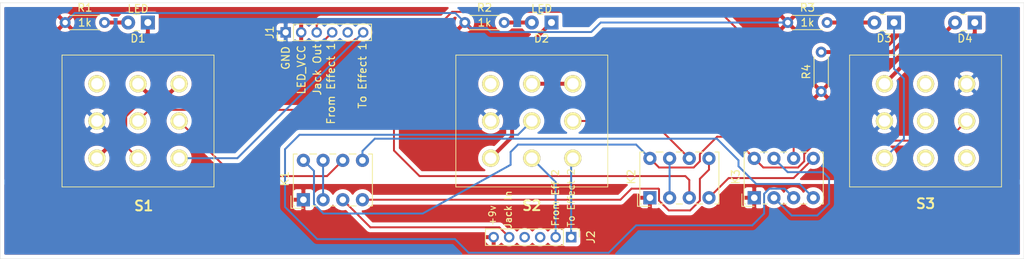
<source format=kicad_pcb>
(kicad_pcb (version 20171130) (host pcbnew "(5.1.2-1)-1")

  (general
    (thickness 1.6)
    (drawings 4)
    (tracks 146)
    (zones 0)
    (modules 16)
    (nets 31)
  )

  (page A4)
  (layers
    (0 F.Cu signal)
    (31 B.Cu signal)
    (32 B.Adhes user)
    (33 F.Adhes user)
    (34 B.Paste user)
    (35 F.Paste user)
    (36 B.SilkS user)
    (37 F.SilkS user)
    (38 B.Mask user)
    (39 F.Mask user)
    (40 Dwgs.User user)
    (41 Cmts.User user)
    (42 Eco1.User user)
    (43 Eco2.User user)
    (44 Edge.Cuts user)
    (45 Margin user)
    (46 B.CrtYd user)
    (47 F.CrtYd user)
    (48 B.Fab user)
    (49 F.Fab user)
  )

  (setup
    (last_trace_width 0.25)
    (user_trace_width 0.508)
    (trace_clearance 0.2)
    (zone_clearance 0.508)
    (zone_45_only no)
    (trace_min 0.2)
    (via_size 0.8)
    (via_drill 0.4)
    (via_min_size 0.4)
    (via_min_drill 0.3)
    (uvia_size 0.3)
    (uvia_drill 0.1)
    (uvias_allowed no)
    (uvia_min_size 0.2)
    (uvia_min_drill 0.1)
    (edge_width 0.05)
    (segment_width 0.2)
    (pcb_text_width 0.3)
    (pcb_text_size 1.5 1.5)
    (mod_edge_width 0.12)
    (mod_text_size 1 1)
    (mod_text_width 0.15)
    (pad_size 1.524 1.524)
    (pad_drill 0.762)
    (pad_to_mask_clearance 0.051)
    (solder_mask_min_width 0.25)
    (aux_axis_origin 0 0)
    (visible_elements FFFFFF7F)
    (pcbplotparams
      (layerselection 0x010f0_ffffffff)
      (usegerberextensions false)
      (usegerberattributes false)
      (usegerberadvancedattributes false)
      (creategerberjobfile false)
      (excludeedgelayer true)
      (linewidth 0.100000)
      (plotframeref false)
      (viasonmask false)
      (mode 1)
      (useauxorigin false)
      (hpglpennumber 1)
      (hpglpenspeed 20)
      (hpglpendiameter 15.000000)
      (psnegative false)
      (psa4output false)
      (plotreference true)
      (plotvalue true)
      (plotinvisibletext false)
      (padsonsilk false)
      (subtractmaskfromsilk false)
      (outputformat 1)
      (mirror false)
      (drillshape 0)
      (scaleselection 1)
      (outputdirectory "gerbers/"))
  )

  (net 0 "")
  (net 1 "Net-(D1-Pad2)")
  (net 2 "Net-(D1-Pad1)")
  (net 3 "Net-(S1-Pad3)")
  (net 4 GND)
  (net 5 "Net-(D2-Pad1)")
  (net 6 "Net-(D2-Pad2)")
  (net 7 "Net-(D3-Pad1)")
  (net 8 "Net-(D3-Pad2)")
  (net 9 "Net-(D4-Pad1)")
  (net 10 "Net-(D4-Pad2)")
  (net 11 ToEffect1)
  (net 12 FromEffect1)
  (net 13 Jack_Ouput)
  (net 14 ToEffect2)
  (net 15 FromEffect2)
  (net 16 LED_VCC)
  (net 17 +9V)
  (net 18 "Net-(K1-Pad2)")
  (net 19 "Net-(K1-Pad4)")
  (net 20 "Net-(K1-Pad5)")
  (net 21 InputA)
  (net 22 "Net-(K1-Pad8)")
  (net 23 "Net-(K2-Pad2)")
  (net 24 OuputA)
  (net 25 "Net-(K2-Pad4)")
  (net 26 InputB)
  (net 27 "Net-(K3-Pad2)")
  (net 28 OuputB)
  (net 29 "Net-(S2-Pad3)")
  (net 30 Jack_Input)

  (net_class Default "This is the default net class."
    (clearance 0.2)
    (trace_width 0.25)
    (via_dia 0.8)
    (via_drill 0.4)
    (uvia_dia 0.3)
    (uvia_drill 0.1)
    (add_net +9V)
    (add_net FromEffect1)
    (add_net FromEffect2)
    (add_net GND)
    (add_net InputA)
    (add_net InputB)
    (add_net Jack_Input)
    (add_net Jack_Ouput)
    (add_net LED_VCC)
    (add_net "Net-(D1-Pad1)")
    (add_net "Net-(D1-Pad2)")
    (add_net "Net-(D2-Pad1)")
    (add_net "Net-(D2-Pad2)")
    (add_net "Net-(D3-Pad1)")
    (add_net "Net-(D3-Pad2)")
    (add_net "Net-(D4-Pad1)")
    (add_net "Net-(D4-Pad2)")
    (add_net "Net-(J1-Pad5)")
    (add_net "Net-(J2-Pad3)")
    (add_net "Net-(J2-Pad4)")
    (add_net "Net-(K1-Pad2)")
    (add_net "Net-(K1-Pad4)")
    (add_net "Net-(K1-Pad5)")
    (add_net "Net-(K1-Pad8)")
    (add_net "Net-(K2-Pad2)")
    (add_net "Net-(K2-Pad4)")
    (add_net "Net-(K3-Pad2)")
    (add_net "Net-(S1-Pad3)")
    (add_net "Net-(S1-Pad9)")
    (add_net "Net-(S2-Pad3)")
    (add_net "Net-(S2-Pad9)")
    (add_net "Net-(S3-Pad1)")
    (add_net "Net-(S3-Pad4)")
    (add_net "Net-(S3-Pad5)")
    (add_net "Net-(S3-Pad6)")
    (add_net OuputA)
    (add_net OuputB)
    (add_net ToEffect1)
    (add_net ToEffect2)
  )

  (module SF17020F-0302-21R-L-015:SF17020F030221RL015 (layer F.Cu) (tedit 5CDDE50B) (tstamp 5CE3669A)
    (at 152.4 76.2)
    (descr SF17020F-0302-21R-L-015-2)
    (tags Switch)
    (path /5CE37004)
    (fp_text reference S3 (at 0 10.668) (layer F.SilkS)
      (effects (font (size 1.27 1.27) (thickness 0.254)))
    )
    (fp_text value SF17020F-0302-21R-L-015 (at 0 0) (layer F.SilkS) hide
      (effects (font (size 1.27 1.27) (thickness 0.254)))
    )
    (fp_line (start -10.8 9.5) (end -10.8 -9.5) (layer Dwgs.User) (width 0.1))
    (fp_line (start 10.8 9.5) (end -10.8 9.5) (layer Dwgs.User) (width 0.1))
    (fp_line (start 10.8 -9.5) (end 10.8 9.5) (layer Dwgs.User) (width 0.1))
    (fp_line (start -10.8 -9.5) (end 10.8 -9.5) (layer Dwgs.User) (width 0.1))
    (fp_line (start -9.8 8.5) (end -9.8 -8.5) (layer F.SilkS) (width 0.1))
    (fp_line (start 9.8 8.5) (end -9.8 8.5) (layer F.SilkS) (width 0.1))
    (fp_line (start 9.8 -8.5) (end 9.8 8.5) (layer F.SilkS) (width 0.1))
    (fp_line (start -9.8 -8.5) (end 9.8 -8.5) (layer F.SilkS) (width 0.1))
    (fp_line (start -9.8 8.5) (end -9.8 -8.5) (layer Dwgs.User) (width 0.2))
    (fp_line (start 9.8 8.5) (end -9.8 8.5) (layer Dwgs.User) (width 0.2))
    (fp_line (start 9.8 -8.5) (end 9.8 8.5) (layer Dwgs.User) (width 0.2))
    (fp_line (start -9.8 -8.5) (end 9.8 -8.5) (layer Dwgs.User) (width 0.2))
    (pad 9 thru_hole circle (at -5.3 -4.8 90) (size 2.22 2.22) (drill 1.48) (layers *.Cu *.Mask F.SilkS)
      (net 9 "Net-(D4-Pad1)"))
    (pad 8 thru_hole circle (at -5.3 0 90) (size 2.22 2.22) (drill 1.48) (layers *.Cu *.Mask F.SilkS)
      (net 4 GND))
    (pad 7 thru_hole circle (at -5.3 4.8 90) (size 2.22 2.22) (drill 1.48) (layers *.Cu *.Mask F.SilkS)
      (net 7 "Net-(D3-Pad1)"))
    (pad 6 thru_hole circle (at 0 -4.8 90) (size 2.22 2.22) (drill 1.48) (layers *.Cu *.Mask F.SilkS))
    (pad 5 thru_hole circle (at 0 0 90) (size 2.22 2.22) (drill 1.48) (layers *.Cu *.Mask F.SilkS))
    (pad 4 thru_hole circle (at 0 4.8 90) (size 2.22 2.22) (drill 1.48) (layers *.Cu *.Mask F.SilkS))
    (pad 3 thru_hole circle (at 5.3 -4.8 90) (size 2.22 2.22) (drill 1.48) (layers *.Cu *.Mask F.SilkS)
      (net 4 GND))
    (pad 2 thru_hole circle (at 5.3 0 90) (size 2.22 2.22) (drill 1.48) (layers *.Cu *.Mask F.SilkS)
      (net 22 "Net-(K1-Pad8)"))
    (pad 1 thru_hole circle (at 5.3 4.8 90) (size 2.22 2.22) (drill 1.48) (layers *.Cu *.Mask F.SilkS))
  )

  (module SF17020F-0302-21R-L-015:SF17020F030221RL015 (layer F.Cu) (tedit 5CDDE50B) (tstamp 5CE36681)
    (at 101.6 76.2)
    (descr SF17020F-0302-21R-L-015-2)
    (tags Switch)
    (path /5CE30144)
    (fp_text reference S2 (at 0 10.922) (layer F.SilkS)
      (effects (font (size 1.27 1.27) (thickness 0.254)))
    )
    (fp_text value SF17020F-0302-21R-L-015 (at 0 0) (layer F.SilkS) hide
      (effects (font (size 1.27 1.27) (thickness 0.254)))
    )
    (fp_line (start -10.8 9.5) (end -10.8 -9.5) (layer Dwgs.User) (width 0.1))
    (fp_line (start 10.8 9.5) (end -10.8 9.5) (layer Dwgs.User) (width 0.1))
    (fp_line (start 10.8 -9.5) (end 10.8 9.5) (layer Dwgs.User) (width 0.1))
    (fp_line (start -10.8 -9.5) (end 10.8 -9.5) (layer Dwgs.User) (width 0.1))
    (fp_line (start -9.8 8.5) (end -9.8 -8.5) (layer F.SilkS) (width 0.1))
    (fp_line (start 9.8 8.5) (end -9.8 8.5) (layer F.SilkS) (width 0.1))
    (fp_line (start 9.8 -8.5) (end 9.8 8.5) (layer F.SilkS) (width 0.1))
    (fp_line (start -9.8 -8.5) (end 9.8 -8.5) (layer F.SilkS) (width 0.1))
    (fp_line (start -9.8 8.5) (end -9.8 -8.5) (layer Dwgs.User) (width 0.2))
    (fp_line (start 9.8 8.5) (end -9.8 8.5) (layer Dwgs.User) (width 0.2))
    (fp_line (start 9.8 -8.5) (end 9.8 8.5) (layer Dwgs.User) (width 0.2))
    (fp_line (start -9.8 -8.5) (end 9.8 -8.5) (layer Dwgs.User) (width 0.2))
    (pad 9 thru_hole circle (at -5.3 -4.8 90) (size 2.22 2.22) (drill 1.48) (layers *.Cu *.Mask F.SilkS))
    (pad 8 thru_hole circle (at -5.3 0 90) (size 2.22 2.22) (drill 1.48) (layers *.Cu *.Mask F.SilkS)
      (net 4 GND))
    (pad 7 thru_hole circle (at -5.3 4.8 90) (size 2.22 2.22) (drill 1.48) (layers *.Cu *.Mask F.SilkS)
      (net 5 "Net-(D2-Pad1)"))
    (pad 6 thru_hole circle (at 0 -4.8 90) (size 2.22 2.22) (drill 1.48) (layers *.Cu *.Mask F.SilkS)
      (net 29 "Net-(S2-Pad3)"))
    (pad 5 thru_hole circle (at 0 0 90) (size 2.22 2.22) (drill 1.48) (layers *.Cu *.Mask F.SilkS)
      (net 28 OuputB))
    (pad 4 thru_hole circle (at 0 4.8 90) (size 2.22 2.22) (drill 1.48) (layers *.Cu *.Mask F.SilkS)
      (net 15 FromEffect2))
    (pad 3 thru_hole circle (at 5.3 -4.8 90) (size 2.22 2.22) (drill 1.48) (layers *.Cu *.Mask F.SilkS)
      (net 29 "Net-(S2-Pad3)"))
    (pad 2 thru_hole circle (at 5.3 0 90) (size 2.22 2.22) (drill 1.48) (layers *.Cu *.Mask F.SilkS)
      (net 26 InputB))
    (pad 1 thru_hole circle (at 5.3 4.8 90) (size 2.22 2.22) (drill 1.48) (layers *.Cu *.Mask F.SilkS)
      (net 14 ToEffect2))
  )

  (module SF17020F-0302-21R-L-015:SF17020F030221RL015 (layer F.Cu) (tedit 5CDDE50B) (tstamp 5CE36668)
    (at 50.8 76.2)
    (descr SF17020F-0302-21R-L-015-2)
    (tags Switch)
    (path /5CDDE643)
    (fp_text reference S1 (at 0.735 10.955) (layer F.SilkS)
      (effects (font (size 1.27 1.27) (thickness 0.254)))
    )
    (fp_text value SF17020F-0302-21R-L-015 (at 0 0) (layer F.SilkS) hide
      (effects (font (size 1.27 1.27) (thickness 0.254)))
    )
    (fp_line (start -10.8 9.5) (end -10.8 -9.5) (layer Dwgs.User) (width 0.1))
    (fp_line (start 10.8 9.5) (end -10.8 9.5) (layer Dwgs.User) (width 0.1))
    (fp_line (start 10.8 -9.5) (end 10.8 9.5) (layer Dwgs.User) (width 0.1))
    (fp_line (start -10.8 -9.5) (end 10.8 -9.5) (layer Dwgs.User) (width 0.1))
    (fp_line (start -9.8 8.5) (end -9.8 -8.5) (layer F.SilkS) (width 0.1))
    (fp_line (start 9.8 8.5) (end -9.8 8.5) (layer F.SilkS) (width 0.1))
    (fp_line (start 9.8 -8.5) (end 9.8 8.5) (layer F.SilkS) (width 0.1))
    (fp_line (start -9.8 -8.5) (end 9.8 -8.5) (layer F.SilkS) (width 0.1))
    (fp_line (start -9.8 8.5) (end -9.8 -8.5) (layer Dwgs.User) (width 0.2))
    (fp_line (start 9.8 8.5) (end -9.8 8.5) (layer Dwgs.User) (width 0.2))
    (fp_line (start 9.8 -8.5) (end 9.8 8.5) (layer Dwgs.User) (width 0.2))
    (fp_line (start -9.8 -8.5) (end 9.8 -8.5) (layer Dwgs.User) (width 0.2))
    (pad 9 thru_hole circle (at -5.3 -4.8 90) (size 2.22 2.22) (drill 1.48) (layers *.Cu *.Mask F.SilkS))
    (pad 8 thru_hole circle (at -5.3 0 90) (size 2.22 2.22) (drill 1.48) (layers *.Cu *.Mask F.SilkS)
      (net 4 GND))
    (pad 7 thru_hole circle (at -5.3 4.8 90) (size 2.22 2.22) (drill 1.48) (layers *.Cu *.Mask F.SilkS)
      (net 2 "Net-(D1-Pad1)"))
    (pad 6 thru_hole circle (at 0 -4.8 90) (size 2.22 2.22) (drill 1.48) (layers *.Cu *.Mask F.SilkS)
      (net 3 "Net-(S1-Pad3)"))
    (pad 5 thru_hole circle (at 0 0 90) (size 2.22 2.22) (drill 1.48) (layers *.Cu *.Mask F.SilkS)
      (net 24 OuputA))
    (pad 4 thru_hole circle (at 0 4.8 90) (size 2.22 2.22) (drill 1.48) (layers *.Cu *.Mask F.SilkS)
      (net 12 FromEffect1))
    (pad 3 thru_hole circle (at 5.3 -4.8 90) (size 2.22 2.22) (drill 1.48) (layers *.Cu *.Mask F.SilkS)
      (net 3 "Net-(S1-Pad3)"))
    (pad 2 thru_hole circle (at 5.3 0 90) (size 2.22 2.22) (drill 1.48) (layers *.Cu *.Mask F.SilkS)
      (net 21 InputA))
    (pad 1 thru_hole circle (at 5.3 4.8 90) (size 2.22 2.22) (drill 1.48) (layers *.Cu *.Mask F.SilkS)
      (net 11 ToEffect1))
  )

  (module Resistor_THT:R_Axial_DIN0204_L3.6mm_D1.6mm_P5.08mm_Horizontal (layer F.Cu) (tedit 5AE5139B) (tstamp 5CE3664F)
    (at 138.938 72.39 90)
    (descr "Resistor, Axial_DIN0204 series, Axial, Horizontal, pin pitch=5.08mm, 0.167W, length*diameter=3.6*1.6mm^2, http://cdn-reichelt.de/documents/datenblatt/B400/1_4W%23YAG.pdf")
    (tags "Resistor Axial_DIN0204 series Axial Horizontal pin pitch 5.08mm 0.167W length 3.6mm diameter 1.6mm")
    (path /5CEE51EC)
    (fp_text reference R4 (at 2.54 -1.92 90) (layer F.SilkS)
      (effects (font (size 1 1) (thickness 0.15)))
    )
    (fp_text value 1k (at 2.54 1.92 90) (layer F.Fab)
      (effects (font (size 1 1) (thickness 0.15)))
    )
    (fp_text user %R (at 2.54 0 90) (layer F.Fab)
      (effects (font (size 0.72 0.72) (thickness 0.108)))
    )
    (fp_line (start 6.03 -1.05) (end -0.95 -1.05) (layer F.CrtYd) (width 0.05))
    (fp_line (start 6.03 1.05) (end 6.03 -1.05) (layer F.CrtYd) (width 0.05))
    (fp_line (start -0.95 1.05) (end 6.03 1.05) (layer F.CrtYd) (width 0.05))
    (fp_line (start -0.95 -1.05) (end -0.95 1.05) (layer F.CrtYd) (width 0.05))
    (fp_line (start 0.62 0.92) (end 4.46 0.92) (layer F.SilkS) (width 0.12))
    (fp_line (start 0.62 -0.92) (end 4.46 -0.92) (layer F.SilkS) (width 0.12))
    (fp_line (start 5.08 0) (end 4.34 0) (layer F.Fab) (width 0.1))
    (fp_line (start 0 0) (end 0.74 0) (layer F.Fab) (width 0.1))
    (fp_line (start 4.34 -0.8) (end 0.74 -0.8) (layer F.Fab) (width 0.1))
    (fp_line (start 4.34 0.8) (end 4.34 -0.8) (layer F.Fab) (width 0.1))
    (fp_line (start 0.74 0.8) (end 4.34 0.8) (layer F.Fab) (width 0.1))
    (fp_line (start 0.74 -0.8) (end 0.74 0.8) (layer F.Fab) (width 0.1))
    (pad 2 thru_hole oval (at 5.08 0 90) (size 1.4 1.4) (drill 0.7) (layers *.Cu *.Mask)
      (net 10 "Net-(D4-Pad2)"))
    (pad 1 thru_hole circle (at 0 0 90) (size 1.4 1.4) (drill 0.7) (layers *.Cu *.Mask)
      (net 16 LED_VCC))
    (model ${KISYS3DMOD}/Resistor_THT.3dshapes/R_Axial_DIN0204_L3.6mm_D1.6mm_P5.08mm_Horizontal.wrl
      (at (xyz 0 0 0))
      (scale (xyz 1 1 1))
      (rotate (xyz 0 0 0))
    )
  )

  (module Resistor_THT:R_Axial_DIN0204_L3.6mm_D1.6mm_P5.08mm_Horizontal (layer F.Cu) (tedit 5AE5139B) (tstamp 5CE3663C)
    (at 134.62 63.5)
    (descr "Resistor, Axial_DIN0204 series, Axial, Horizontal, pin pitch=5.08mm, 0.167W, length*diameter=3.6*1.6mm^2, http://cdn-reichelt.de/documents/datenblatt/B400/1_4W%23YAG.pdf")
    (tags "Resistor Axial_DIN0204 series Axial Horizontal pin pitch 5.08mm 0.167W length 3.6mm diameter 1.6mm")
    (path /5CE37018)
    (fp_text reference R3 (at 2.54 -1.92) (layer F.SilkS)
      (effects (font (size 1 1) (thickness 0.15)))
    )
    (fp_text value 1k (at 2.54 0) (layer F.SilkS)
      (effects (font (size 1 1) (thickness 0.15)))
    )
    (fp_text user %R (at 2.54 0) (layer F.Fab) hide
      (effects (font (size 0.72 0.72) (thickness 0.108)))
    )
    (fp_line (start 6.03 -1.05) (end -0.95 -1.05) (layer F.CrtYd) (width 0.05))
    (fp_line (start 6.03 1.05) (end 6.03 -1.05) (layer F.CrtYd) (width 0.05))
    (fp_line (start -0.95 1.05) (end 6.03 1.05) (layer F.CrtYd) (width 0.05))
    (fp_line (start -0.95 -1.05) (end -0.95 1.05) (layer F.CrtYd) (width 0.05))
    (fp_line (start 0.62 0.92) (end 4.46 0.92) (layer F.SilkS) (width 0.12))
    (fp_line (start 0.62 -0.92) (end 4.46 -0.92) (layer F.SilkS) (width 0.12))
    (fp_line (start 5.08 0) (end 4.34 0) (layer F.Fab) (width 0.1))
    (fp_line (start 0 0) (end 0.74 0) (layer F.Fab) (width 0.1))
    (fp_line (start 4.34 -0.8) (end 0.74 -0.8) (layer F.Fab) (width 0.1))
    (fp_line (start 4.34 0.8) (end 4.34 -0.8) (layer F.Fab) (width 0.1))
    (fp_line (start 0.74 0.8) (end 4.34 0.8) (layer F.Fab) (width 0.1))
    (fp_line (start 0.74 -0.8) (end 0.74 0.8) (layer F.Fab) (width 0.1))
    (pad 2 thru_hole oval (at 5.08 0) (size 1.4 1.4) (drill 0.7) (layers *.Cu *.Mask)
      (net 8 "Net-(D3-Pad2)"))
    (pad 1 thru_hole circle (at 0 0) (size 1.4 1.4) (drill 0.7) (layers *.Cu *.Mask)
      (net 16 LED_VCC))
    (model ${KISYS3DMOD}/Resistor_THT.3dshapes/R_Axial_DIN0204_L3.6mm_D1.6mm_P5.08mm_Horizontal.wrl
      (at (xyz 0 0 0))
      (scale (xyz 1 1 1))
      (rotate (xyz 0 0 0))
    )
  )

  (module Resistor_THT:R_Axial_DIN0204_L3.6mm_D1.6mm_P5.08mm_Horizontal (layer F.Cu) (tedit 5AE5139B) (tstamp 5CE36629)
    (at 92.964 63.5)
    (descr "Resistor, Axial_DIN0204 series, Axial, Horizontal, pin pitch=5.08mm, 0.167W, length*diameter=3.6*1.6mm^2, http://cdn-reichelt.de/documents/datenblatt/B400/1_4W%23YAG.pdf")
    (tags "Resistor Axial_DIN0204 series Axial Horizontal pin pitch 5.08mm 0.167W length 3.6mm diameter 1.6mm")
    (path /5CE30158)
    (fp_text reference R2 (at 2.54 -1.92) (layer F.SilkS)
      (effects (font (size 1 1) (thickness 0.15)))
    )
    (fp_text value 1k (at 2.54 0) (layer F.SilkS)
      (effects (font (size 1 1) (thickness 0.15)))
    )
    (fp_text user %R (at 2.54 2.032) (layer F.Fab) hide
      (effects (font (size 0.72 0.72) (thickness 0.108)))
    )
    (fp_line (start 6.03 -1.05) (end -0.95 -1.05) (layer F.CrtYd) (width 0.05))
    (fp_line (start 6.03 1.05) (end 6.03 -1.05) (layer F.CrtYd) (width 0.05))
    (fp_line (start -0.95 1.05) (end 6.03 1.05) (layer F.CrtYd) (width 0.05))
    (fp_line (start -0.95 -1.05) (end -0.95 1.05) (layer F.CrtYd) (width 0.05))
    (fp_line (start 0.62 0.92) (end 4.46 0.92) (layer F.SilkS) (width 0.12))
    (fp_line (start 0.62 -0.92) (end 4.46 -0.92) (layer F.SilkS) (width 0.12))
    (fp_line (start 5.08 0) (end 4.34 0) (layer F.Fab) (width 0.1))
    (fp_line (start 0 0) (end 0.74 0) (layer F.Fab) (width 0.1))
    (fp_line (start 4.34 -0.8) (end 0.74 -0.8) (layer F.Fab) (width 0.1))
    (fp_line (start 4.34 0.8) (end 4.34 -0.8) (layer F.Fab) (width 0.1))
    (fp_line (start 0.74 0.8) (end 4.34 0.8) (layer F.Fab) (width 0.1))
    (fp_line (start 0.74 -0.8) (end 0.74 0.8) (layer F.Fab) (width 0.1))
    (pad 2 thru_hole oval (at 5.08 0) (size 1.4 1.4) (drill 0.7) (layers *.Cu *.Mask)
      (net 6 "Net-(D2-Pad2)"))
    (pad 1 thru_hole circle (at 0 0) (size 1.4 1.4) (drill 0.7) (layers *.Cu *.Mask)
      (net 16 LED_VCC))
    (model ${KISYS3DMOD}/Resistor_THT.3dshapes/R_Axial_DIN0204_L3.6mm_D1.6mm_P5.08mm_Horizontal.wrl
      (at (xyz 0 0 0))
      (scale (xyz 1 1 1))
      (rotate (xyz 0 0 0))
    )
  )

  (module Resistor_THT:R_Axial_DIN0204_L3.6mm_D1.6mm_P5.08mm_Horizontal (layer F.Cu) (tedit 5AE5139B) (tstamp 5CE36616)
    (at 41.402 63.5)
    (descr "Resistor, Axial_DIN0204 series, Axial, Horizontal, pin pitch=5.08mm, 0.167W, length*diameter=3.6*1.6mm^2, http://cdn-reichelt.de/documents/datenblatt/B400/1_4W%23YAG.pdf")
    (tags "Resistor Axial_DIN0204 series Axial Horizontal pin pitch 5.08mm 0.167W length 3.6mm diameter 1.6mm")
    (path /5CDE095C)
    (fp_text reference R1 (at 2.54 -1.92) (layer F.SilkS)
      (effects (font (size 1 1) (thickness 0.15)))
    )
    (fp_text value 1k (at 2.54 0) (layer F.SilkS)
      (effects (font (size 1 1) (thickness 0.15)))
    )
    (fp_text user %R (at 2.54 0) (layer F.Fab) hide
      (effects (font (size 0.72 0.72) (thickness 0.108)))
    )
    (fp_line (start 6.03 -1.05) (end -0.95 -1.05) (layer F.CrtYd) (width 0.05))
    (fp_line (start 6.03 1.05) (end 6.03 -1.05) (layer F.CrtYd) (width 0.05))
    (fp_line (start -0.95 1.05) (end 6.03 1.05) (layer F.CrtYd) (width 0.05))
    (fp_line (start -0.95 -1.05) (end -0.95 1.05) (layer F.CrtYd) (width 0.05))
    (fp_line (start 0.62 0.92) (end 4.46 0.92) (layer F.SilkS) (width 0.12))
    (fp_line (start 0.62 -0.92) (end 4.46 -0.92) (layer F.SilkS) (width 0.12))
    (fp_line (start 5.08 0) (end 4.34 0) (layer F.Fab) (width 0.1))
    (fp_line (start 0 0) (end 0.74 0) (layer F.Fab) (width 0.1))
    (fp_line (start 4.34 -0.8) (end 0.74 -0.8) (layer F.Fab) (width 0.1))
    (fp_line (start 4.34 0.8) (end 4.34 -0.8) (layer F.Fab) (width 0.1))
    (fp_line (start 0.74 0.8) (end 4.34 0.8) (layer F.Fab) (width 0.1))
    (fp_line (start 0.74 -0.8) (end 0.74 0.8) (layer F.Fab) (width 0.1))
    (pad 2 thru_hole oval (at 5.08 0) (size 1.4 1.4) (drill 0.7) (layers *.Cu *.Mask)
      (net 1 "Net-(D1-Pad2)"))
    (pad 1 thru_hole circle (at 0 0) (size 1.4 1.4) (drill 0.7) (layers *.Cu *.Mask)
      (net 16 LED_VCC))
    (model ${KISYS3DMOD}/Resistor_THT.3dshapes/R_Axial_DIN0204_L3.6mm_D1.6mm_P5.08mm_Horizontal.wrl
      (at (xyz 0 0 0))
      (scale (xyz 1 1 1))
      (rotate (xyz 0 0 0))
    )
  )

  (module Relay_THT:Relay_DPDT_Omron_G6K-2P (layer F.Cu) (tedit 5A564903) (tstamp 5CE36603)
    (at 130.302 86.106 90)
    (descr "Omron G6K-2P relay package http://omronfs.omron.com/en_US/ecb/products/pdf/en-g6k.pdf")
    (tags "Omron G6K-2P relay")
    (path /5CE53666)
    (fp_text reference K3 (at 2.7 -2.4 90) (layer F.SilkS)
      (effects (font (size 1 1) (thickness 0.15)))
    )
    (fp_text value G6K-2 (at 2.5 10.1 90) (layer F.Fab)
      (effects (font (size 1 1) (thickness 0.15)))
    )
    (fp_line (start 6.18 9.05) (end -1.1 9.05) (layer F.CrtYd) (width 0.05))
    (fp_line (start 6.18 9.05) (end 6.18 -1.45) (layer F.CrtYd) (width 0.05))
    (fp_line (start -1.1 -1.45) (end -1.1 9.05) (layer F.CrtYd) (width 0.05))
    (fp_line (start -1.1 -1.45) (end 6.18 -1.45) (layer F.CrtYd) (width 0.05))
    (fp_line (start 0.3 -1.2) (end 5.8 -1.2) (layer F.Fab) (width 0.12))
    (fp_line (start 5.8 -1.2) (end 5.8 8.8) (layer F.Fab) (width 0.12))
    (fp_line (start 5.8 8.8) (end -0.7 8.8) (layer F.Fab) (width 0.12))
    (fp_line (start -0.7 8.8) (end -0.7 -0.2) (layer F.Fab) (width 0.12))
    (fp_line (start -0.7 -0.2) (end 0.3 -1.2) (layer F.Fab) (width 0.12))
    (fp_line (start -0.8 -1.3) (end 5.9 -1.3) (layer F.SilkS) (width 0.12))
    (fp_line (start 5.9 -1.3) (end 5.9 -0.8) (layer F.SilkS) (width 0.12))
    (fp_line (start 5.9 0.8) (end 5.9 1.7) (layer F.SilkS) (width 0.12))
    (fp_line (start 5.9 3.4) (end 5.9 4.2) (layer F.SilkS) (width 0.12))
    (fp_line (start 5.9 5.9) (end 5.9 6.8) (layer F.SilkS) (width 0.12))
    (fp_line (start 5.9 8.4) (end 5.9 8.9) (layer F.SilkS) (width 0.12))
    (fp_line (start 5.9 8.9) (end -0.8 8.9) (layer F.SilkS) (width 0.12))
    (fp_line (start -0.8 8.9) (end -0.8 8.4) (layer F.SilkS) (width 0.12))
    (fp_line (start -0.8 6.8) (end -0.8 5.9) (layer F.SilkS) (width 0.12))
    (fp_line (start -0.8 4.2) (end -0.8 3.4) (layer F.SilkS) (width 0.12))
    (fp_line (start -0.8 1.7) (end -0.8 1.1) (layer F.SilkS) (width 0.12))
    (fp_line (start -0.8 -1.3) (end -0.8 -1.1) (layer F.SilkS) (width 0.12))
    (fp_line (start -1.1 0) (end -1.1 -1.6) (layer F.SilkS) (width 0.12))
    (fp_line (start -1.1 -1.6) (end 0.5 -1.6) (layer F.SilkS) (width 0.12))
    (fp_text user %R (at 2.55 3.8 90) (layer F.Fab)
      (effects (font (size 1 1) (thickness 0.15)))
    )
    (pad 1 thru_hole rect (at 0 0 90) (size 1.7 1.7) (drill 0.85) (layers *.Cu *.Mask)
      (net 17 +9V))
    (pad 2 thru_hole circle (at 0 2.54 90) (size 1.7 1.7) (drill 0.85) (layers *.Cu *.Mask)
      (net 27 "Net-(K3-Pad2)"))
    (pad 3 thru_hole circle (at 0 5.08 90) (size 1.7 1.7) (drill 0.85) (layers *.Cu *.Mask)
      (net 28 OuputB))
    (pad 4 thru_hole circle (at 0 7.62 90) (size 1.7 1.7) (drill 0.85) (layers *.Cu *.Mask)
      (net 20 "Net-(K1-Pad5)"))
    (pad 5 thru_hole circle (at 5.08 7.62 90) (size 1.7 1.7) (drill 0.85) (layers *.Cu *.Mask)
      (net 25 "Net-(K2-Pad4)"))
    (pad 6 thru_hole circle (at 5.08 5.08 90) (size 1.7 1.7) (drill 0.85) (layers *.Cu *.Mask)
      (net 13 Jack_Ouput))
    (pad 7 thru_hole circle (at 5.08 2.54 90) (size 1.7 1.7) (drill 0.85) (layers *.Cu *.Mask)
      (net 27 "Net-(K3-Pad2)"))
    (pad 8 thru_hole circle (at 5.08 0 90) (size 1.7 1.7) (drill 0.85) (layers *.Cu *.Mask)
      (net 22 "Net-(K1-Pad8)"))
    (model ${KISYS3DMOD}/Relay_THT.3dshapes/Relay_DPDT_Omron_G6K-2P.wrl
      (at (xyz 0 0 0))
      (scale (xyz 1 1 1))
      (rotate (xyz 0 0 0))
    )
  )

  (module Relay_THT:Relay_DPDT_Omron_G6K-2P (layer F.Cu) (tedit 5A564903) (tstamp 5CE365DF)
    (at 116.84 86.106 90)
    (descr "Omron G6K-2P relay package http://omronfs.omron.com/en_US/ecb/products/pdf/en-g6k.pdf")
    (tags "Omron G6K-2P relay")
    (path /5CE50979)
    (fp_text reference K2 (at 2.7 -2.4 90) (layer F.SilkS)
      (effects (font (size 1 1) (thickness 0.15)))
    )
    (fp_text value G6K-2 (at 2.5 10.1 90) (layer F.Fab)
      (effects (font (size 1 1) (thickness 0.15)))
    )
    (fp_line (start 6.18 9.05) (end -1.1 9.05) (layer F.CrtYd) (width 0.05))
    (fp_line (start 6.18 9.05) (end 6.18 -1.45) (layer F.CrtYd) (width 0.05))
    (fp_line (start -1.1 -1.45) (end -1.1 9.05) (layer F.CrtYd) (width 0.05))
    (fp_line (start -1.1 -1.45) (end 6.18 -1.45) (layer F.CrtYd) (width 0.05))
    (fp_line (start 0.3 -1.2) (end 5.8 -1.2) (layer F.Fab) (width 0.12))
    (fp_line (start 5.8 -1.2) (end 5.8 8.8) (layer F.Fab) (width 0.12))
    (fp_line (start 5.8 8.8) (end -0.7 8.8) (layer F.Fab) (width 0.12))
    (fp_line (start -0.7 8.8) (end -0.7 -0.2) (layer F.Fab) (width 0.12))
    (fp_line (start -0.7 -0.2) (end 0.3 -1.2) (layer F.Fab) (width 0.12))
    (fp_line (start -0.8 -1.3) (end 5.9 -1.3) (layer F.SilkS) (width 0.12))
    (fp_line (start 5.9 -1.3) (end 5.9 -0.8) (layer F.SilkS) (width 0.12))
    (fp_line (start 5.9 0.8) (end 5.9 1.7) (layer F.SilkS) (width 0.12))
    (fp_line (start 5.9 3.4) (end 5.9 4.2) (layer F.SilkS) (width 0.12))
    (fp_line (start 5.9 5.9) (end 5.9 6.8) (layer F.SilkS) (width 0.12))
    (fp_line (start 5.9 8.4) (end 5.9 8.9) (layer F.SilkS) (width 0.12))
    (fp_line (start 5.9 8.9) (end -0.8 8.9) (layer F.SilkS) (width 0.12))
    (fp_line (start -0.8 8.9) (end -0.8 8.4) (layer F.SilkS) (width 0.12))
    (fp_line (start -0.8 6.8) (end -0.8 5.9) (layer F.SilkS) (width 0.12))
    (fp_line (start -0.8 4.2) (end -0.8 3.4) (layer F.SilkS) (width 0.12))
    (fp_line (start -0.8 1.7) (end -0.8 1.1) (layer F.SilkS) (width 0.12))
    (fp_line (start -0.8 -1.3) (end -0.8 -1.1) (layer F.SilkS) (width 0.12))
    (fp_line (start -1.1 0) (end -1.1 -1.6) (layer F.SilkS) (width 0.12))
    (fp_line (start -1.1 -1.6) (end 0.5 -1.6) (layer F.SilkS) (width 0.12))
    (fp_text user %R (at 2.55 3.8 90) (layer F.Fab)
      (effects (font (size 1 1) (thickness 0.15)))
    )
    (pad 1 thru_hole rect (at 0 0 90) (size 1.7 1.7) (drill 0.85) (layers *.Cu *.Mask)
      (net 17 +9V))
    (pad 2 thru_hole circle (at 0 2.54 90) (size 1.7 1.7) (drill 0.85) (layers *.Cu *.Mask)
      (net 23 "Net-(K2-Pad2)"))
    (pad 3 thru_hole circle (at 0 5.08 90) (size 1.7 1.7) (drill 0.85) (layers *.Cu *.Mask)
      (net 24 OuputA))
    (pad 4 thru_hole circle (at 0 7.62 90) (size 1.7 1.7) (drill 0.85) (layers *.Cu *.Mask)
      (net 25 "Net-(K2-Pad4)"))
    (pad 5 thru_hole circle (at 5.08 7.62 90) (size 1.7 1.7) (drill 0.85) (layers *.Cu *.Mask)
      (net 19 "Net-(K1-Pad4)"))
    (pad 6 thru_hole circle (at 5.08 5.08 90) (size 1.7 1.7) (drill 0.85) (layers *.Cu *.Mask)
      (net 26 InputB))
    (pad 7 thru_hole circle (at 5.08 2.54 90) (size 1.7 1.7) (drill 0.85) (layers *.Cu *.Mask)
      (net 23 "Net-(K2-Pad2)"))
    (pad 8 thru_hole circle (at 5.08 0 90) (size 1.7 1.7) (drill 0.85) (layers *.Cu *.Mask)
      (net 22 "Net-(K1-Pad8)"))
    (model ${KISYS3DMOD}/Relay_THT.3dshapes/Relay_DPDT_Omron_G6K-2P.wrl
      (at (xyz 0 0 0))
      (scale (xyz 1 1 1))
      (rotate (xyz 0 0 0))
    )
  )

  (module Relay_THT:Relay_DPDT_Omron_G6K-2P (layer F.Cu) (tedit 5A564903) (tstamp 5CE365BB)
    (at 72.136 86.36 90)
    (descr "Omron G6K-2P relay package http://omronfs.omron.com/en_US/ecb/products/pdf/en-g6k.pdf")
    (tags "Omron G6K-2P relay")
    (path /5CE4BA7E)
    (fp_text reference K1 (at 2.7 -2.4 90) (layer F.SilkS)
      (effects (font (size 1 1) (thickness 0.15)))
    )
    (fp_text value G6K-2 (at 2.5 10.1 90) (layer F.Fab)
      (effects (font (size 1 1) (thickness 0.15)))
    )
    (fp_line (start 6.18 9.05) (end -1.1 9.05) (layer F.CrtYd) (width 0.05))
    (fp_line (start 6.18 9.05) (end 6.18 -1.45) (layer F.CrtYd) (width 0.05))
    (fp_line (start -1.1 -1.45) (end -1.1 9.05) (layer F.CrtYd) (width 0.05))
    (fp_line (start -1.1 -1.45) (end 6.18 -1.45) (layer F.CrtYd) (width 0.05))
    (fp_line (start 0.3 -1.2) (end 5.8 -1.2) (layer F.Fab) (width 0.12))
    (fp_line (start 5.8 -1.2) (end 5.8 8.8) (layer F.Fab) (width 0.12))
    (fp_line (start 5.8 8.8) (end -0.7 8.8) (layer F.Fab) (width 0.12))
    (fp_line (start -0.7 8.8) (end -0.7 -0.2) (layer F.Fab) (width 0.12))
    (fp_line (start -0.7 -0.2) (end 0.3 -1.2) (layer F.Fab) (width 0.12))
    (fp_line (start -0.8 -1.3) (end 5.9 -1.3) (layer F.SilkS) (width 0.12))
    (fp_line (start 5.9 -1.3) (end 5.9 -0.8) (layer F.SilkS) (width 0.12))
    (fp_line (start 5.9 0.8) (end 5.9 1.7) (layer F.SilkS) (width 0.12))
    (fp_line (start 5.9 3.4) (end 5.9 4.2) (layer F.SilkS) (width 0.12))
    (fp_line (start 5.9 5.9) (end 5.9 6.8) (layer F.SilkS) (width 0.12))
    (fp_line (start 5.9 8.4) (end 5.9 8.9) (layer F.SilkS) (width 0.12))
    (fp_line (start 5.9 8.9) (end -0.8 8.9) (layer F.SilkS) (width 0.12))
    (fp_line (start -0.8 8.9) (end -0.8 8.4) (layer F.SilkS) (width 0.12))
    (fp_line (start -0.8 6.8) (end -0.8 5.9) (layer F.SilkS) (width 0.12))
    (fp_line (start -0.8 4.2) (end -0.8 3.4) (layer F.SilkS) (width 0.12))
    (fp_line (start -0.8 1.7) (end -0.8 1.1) (layer F.SilkS) (width 0.12))
    (fp_line (start -0.8 -1.3) (end -0.8 -1.1) (layer F.SilkS) (width 0.12))
    (fp_line (start -1.1 0) (end -1.1 -1.6) (layer F.SilkS) (width 0.12))
    (fp_line (start -1.1 -1.6) (end 0.5 -1.6) (layer F.SilkS) (width 0.12))
    (fp_text user %R (at 2.55 3.8 90) (layer F.Fab)
      (effects (font (size 1 1) (thickness 0.15)))
    )
    (pad 1 thru_hole rect (at 0 0 90) (size 1.7 1.7) (drill 0.85) (layers *.Cu *.Mask)
      (net 17 +9V))
    (pad 2 thru_hole circle (at 0 2.54 90) (size 1.7 1.7) (drill 0.85) (layers *.Cu *.Mask)
      (net 18 "Net-(K1-Pad2)"))
    (pad 3 thru_hole circle (at 0 5.08 90) (size 1.7 1.7) (drill 0.85) (layers *.Cu *.Mask)
      (net 30 Jack_Input))
    (pad 4 thru_hole circle (at 0 7.62 90) (size 1.7 1.7) (drill 0.85) (layers *.Cu *.Mask)
      (net 19 "Net-(K1-Pad4)"))
    (pad 5 thru_hole circle (at 5.08 7.62 90) (size 1.7 1.7) (drill 0.85) (layers *.Cu *.Mask)
      (net 20 "Net-(K1-Pad5)"))
    (pad 6 thru_hole circle (at 5.08 5.08 90) (size 1.7 1.7) (drill 0.85) (layers *.Cu *.Mask)
      (net 21 InputA))
    (pad 7 thru_hole circle (at 5.08 2.54 90) (size 1.7 1.7) (drill 0.85) (layers *.Cu *.Mask)
      (net 18 "Net-(K1-Pad2)"))
    (pad 8 thru_hole circle (at 5.08 0 90) (size 1.7 1.7) (drill 0.85) (layers *.Cu *.Mask)
      (net 22 "Net-(K1-Pad8)"))
    (model ${KISYS3DMOD}/Relay_THT.3dshapes/Relay_DPDT_Omron_G6K-2P.wrl
      (at (xyz 0 0 0))
      (scale (xyz 1 1 1))
      (rotate (xyz 0 0 0))
    )
  )

  (module Connector_PinHeader_2.00mm:PinHeader_1x06_P2.00mm_Vertical (layer F.Cu) (tedit 59FED667) (tstamp 5CE36597)
    (at 106.68 91.186 270)
    (descr "Through hole straight pin header, 1x06, 2.00mm pitch, single row")
    (tags "Through hole pin header THT 1x06 2.00mm single row")
    (path /5CE3018E)
    (fp_text reference J2 (at 0 -2.54 90) (layer F.SilkS)
      (effects (font (size 1 1) (thickness 0.15)))
    )
    (fp_text value Conn_01x06_Male (at 2.286 4.666 180) (layer F.Fab) hide
      (effects (font (size 1 1) (thickness 0.15)))
    )
    (fp_text user %R (at 0 5) (layer F.Fab) hide
      (effects (font (size 1 1) (thickness 0.15)))
    )
    (fp_line (start 1.5 -1.5) (end -1.5 -1.5) (layer F.CrtYd) (width 0.05))
    (fp_line (start 1.5 11.5) (end 1.5 -1.5) (layer F.CrtYd) (width 0.05))
    (fp_line (start -1.5 11.5) (end 1.5 11.5) (layer F.CrtYd) (width 0.05))
    (fp_line (start -1.5 -1.5) (end -1.5 11.5) (layer F.CrtYd) (width 0.05))
    (fp_line (start -1.06 -1.06) (end 0 -1.06) (layer F.SilkS) (width 0.12))
    (fp_line (start -1.06 0) (end -1.06 -1.06) (layer F.SilkS) (width 0.12))
    (fp_line (start -1.06 1) (end 1.06 1) (layer F.SilkS) (width 0.12))
    (fp_line (start 1.06 1) (end 1.06 11.06) (layer F.SilkS) (width 0.12))
    (fp_line (start -1.06 1) (end -1.06 11.06) (layer F.SilkS) (width 0.12))
    (fp_line (start -1.06 11.06) (end 1.06 11.06) (layer F.SilkS) (width 0.12))
    (fp_line (start -1 -0.5) (end -0.5 -1) (layer F.Fab) (width 0.1))
    (fp_line (start -1 11) (end -1 -0.5) (layer F.Fab) (width 0.1))
    (fp_line (start 1 11) (end -1 11) (layer F.Fab) (width 0.1))
    (fp_line (start 1 -1) (end 1 11) (layer F.Fab) (width 0.1))
    (fp_line (start -0.5 -1) (end 1 -1) (layer F.Fab) (width 0.1))
    (fp_text user "Jack In" (at -3.556 8.128 270) (layer F.SilkS)
      (effects (font (size 0.889 0.889) (thickness 0.1524)))
    )
    (fp_text user "From Eff 2" (at -5.08 2.032 270) (layer F.SilkS)
      (effects (font (size 0.889 0.889) (thickness 0.1524)))
    )
    (fp_text user "To Effect 2" (at -5.08 0 270) (layer F.SilkS)
      (effects (font (size 0.889 0.889) (thickness 0.127)))
    )
    (fp_text user +9v (at -2.794 10.16 270) (layer F.SilkS)
      (effects (font (size 0.889 0.889) (thickness 0.127)))
    )
    (pad 6 thru_hole oval (at 0 10 270) (size 1.35 1.35) (drill 0.8) (layers *.Cu *.Mask)
      (net 17 +9V))
    (pad 5 thru_hole oval (at 0 8 270) (size 1.35 1.35) (drill 0.8) (layers *.Cu *.Mask)
      (net 30 Jack_Input))
    (pad 4 thru_hole oval (at 0 6 270) (size 1.35 1.35) (drill 0.8) (layers *.Cu *.Mask))
    (pad 3 thru_hole oval (at 0 4 270) (size 1.35 1.35) (drill 0.8) (layers *.Cu *.Mask))
    (pad 2 thru_hole oval (at 0 2 270) (size 1.35 1.35) (drill 0.8) (layers *.Cu *.Mask)
      (net 15 FromEffect2))
    (pad 1 thru_hole rect (at 0 0 270) (size 1.35 1.35) (drill 0.8) (layers *.Cu *.Mask)
      (net 14 ToEffect2))
    (model ${KISYS3DMOD}/Connector_PinHeader_2.00mm.3dshapes/PinHeader_1x06_P2.00mm_Vertical.wrl
      (at (xyz 0 0 0))
      (scale (xyz 1 1 1))
      (rotate (xyz 0 0 0))
    )
  )

  (module Connector_PinHeader_2.00mm:PinHeader_1x06_P2.00mm_Vertical (layer F.Cu) (tedit 59FED667) (tstamp 5CE3657D)
    (at 69.85 64.77 90)
    (descr "Through hole straight pin header, 1x06, 2.00mm pitch, single row")
    (tags "Through hole pin header THT 1x06 2.00mm single row")
    (path /5CDE179D)
    (fp_text reference J1 (at 0 -2.06 90) (layer F.SilkS)
      (effects (font (size 1 1) (thickness 0.15)))
    )
    (fp_text value Conn_01x06_Male (at 2.54 5.08 180) (layer F.Fab) hide
      (effects (font (size 1 1) (thickness 0.15)))
    )
    (fp_text user %R (at 0 5) (layer F.Fab)
      (effects (font (size 1 1) (thickness 0.15)))
    )
    (fp_line (start 1.5 -1.5) (end -1.5 -1.5) (layer F.CrtYd) (width 0.05))
    (fp_line (start 1.5 11.5) (end 1.5 -1.5) (layer F.CrtYd) (width 0.05))
    (fp_line (start -1.5 11.5) (end 1.5 11.5) (layer F.CrtYd) (width 0.05))
    (fp_line (start -1.5 -1.5) (end -1.5 11.5) (layer F.CrtYd) (width 0.05))
    (fp_line (start -1.06 -1.06) (end 0 -1.06) (layer F.SilkS) (width 0.12))
    (fp_line (start -1.06 0) (end -1.06 -1.06) (layer F.SilkS) (width 0.12))
    (fp_line (start -1.06 1) (end 1.06 1) (layer F.SilkS) (width 0.12))
    (fp_line (start 1.06 1) (end 1.06 11.06) (layer F.SilkS) (width 0.12))
    (fp_line (start -1.06 1) (end -1.06 11.06) (layer F.SilkS) (width 0.12))
    (fp_line (start -1.06 11.06) (end 1.06 11.06) (layer F.SilkS) (width 0.12))
    (fp_line (start -1 -0.5) (end -0.5 -1) (layer F.Fab) (width 0.1))
    (fp_line (start -1 11) (end -1 -0.5) (layer F.Fab) (width 0.1))
    (fp_line (start 1 11) (end -1 11) (layer F.Fab) (width 0.1))
    (fp_line (start 1 -1) (end 1 11) (layer F.Fab) (width 0.1))
    (fp_line (start -0.5 -1) (end 1 -1) (layer F.Fab) (width 0.1))
    (fp_text user LED_VCC (at -4.826 2.032 90) (layer F.SilkS)
      (effects (font (size 1 1) (thickness 0.15)))
    )
    (fp_text user GND (at -3.302 0 90) (layer F.SilkS)
      (effects (font (size 1 1) (thickness 0.15)))
    )
    (fp_text user "Jack Out" (at -4.826 4.064 90) (layer F.SilkS)
      (effects (font (size 1 1) (thickness 0.15)))
    )
    (fp_text user "From Effect 1" (at -6.604 5.842 90) (layer F.SilkS)
      (effects (font (size 1 1) (thickness 0.15)))
    )
    (fp_text user "To Effect 1" (at -5.588 9.906 90) (layer F.SilkS)
      (effects (font (size 1 1) (thickness 0.15)))
    )
    (pad 6 thru_hole oval (at 0 10 90) (size 1.35 1.35) (drill 0.8) (layers *.Cu *.Mask)
      (net 11 ToEffect1))
    (pad 5 thru_hole oval (at 0 8 90) (size 1.35 1.35) (drill 0.8) (layers *.Cu *.Mask))
    (pad 4 thru_hole oval (at 0 6 90) (size 1.35 1.35) (drill 0.8) (layers *.Cu *.Mask)
      (net 12 FromEffect1))
    (pad 3 thru_hole oval (at 0 4 90) (size 1.35 1.35) (drill 0.8) (layers *.Cu *.Mask)
      (net 13 Jack_Ouput))
    (pad 2 thru_hole oval (at 0 2 90) (size 1.35 1.35) (drill 0.8) (layers *.Cu *.Mask)
      (net 16 LED_VCC))
    (pad 1 thru_hole rect (at 0 0 90) (size 1.35 1.35) (drill 0.8) (layers *.Cu *.Mask)
      (net 4 GND))
    (model ${KISYS3DMOD}/Connector_PinHeader_2.00mm.3dshapes/PinHeader_1x06_P2.00mm_Vertical.wrl
      (at (xyz 0 0 0))
      (scale (xyz 1 1 1))
      (rotate (xyz 0 0 0))
    )
  )

  (module LEDs:LED_Rectangular_W3.0mm_H2.0mm (layer F.Cu) (tedit 587A3A7B) (tstamp 5CE36563)
    (at 158.75 63.5 180)
    (descr "LED_Rectangular, Rectangular,  Rectangular size 3.0x2.0mm^2, 2 pins, http://www.kingbright.com/attachments/file/psearch/000/00/00/L-169XCGDK(Ver.9B).pdf")
    (tags "LED_Rectangular Rectangular  Rectangular size 3.0x2.0mm^2 2 pins")
    (path /5CEE51E2)
    (fp_text reference D4 (at 1.27 -2.06) (layer F.SilkS)
      (effects (font (size 1 1) (thickness 0.15)))
    )
    (fp_text value LED (at 1.27 2.06) (layer F.Fab)
      (effects (font (size 1 1) (thickness 0.15)))
    )
    (fp_line (start -0.23 -1) (end -0.23 1) (layer F.Fab) (width 0.1))
    (fp_line (start -0.23 1) (end 2.77 1) (layer F.Fab) (width 0.1))
    (fp_line (start 2.77 1) (end 2.77 -1) (layer F.Fab) (width 0.1))
    (fp_line (start 2.77 -1) (end -0.23 -1) (layer F.Fab) (width 0.1))
    (fp_line (start 1.08 -1.06) (end 1.811 -1.06) (layer F.SilkS) (width 0.12))
    (fp_line (start 1.08 1.06) (end 1.811 1.06) (layer F.SilkS) (width 0.12))
    (fp_line (start -1.15 -1.35) (end -1.15 1.35) (layer F.CrtYd) (width 0.05))
    (fp_line (start -1.15 1.35) (end 3.7 1.35) (layer F.CrtYd) (width 0.05))
    (fp_line (start 3.7 1.35) (end 3.7 -1.35) (layer F.CrtYd) (width 0.05))
    (fp_line (start 3.7 -1.35) (end -1.15 -1.35) (layer F.CrtYd) (width 0.05))
    (pad 1 thru_hole rect (at 0 0 180) (size 1.8 1.8) (drill 0.9) (layers *.Cu *.Mask)
      (net 9 "Net-(D4-Pad1)"))
    (pad 2 thru_hole circle (at 2.54 0 180) (size 1.8 1.8) (drill 0.9) (layers *.Cu *.Mask)
      (net 10 "Net-(D4-Pad2)"))
    (model ${KISYS3DMOD}/LEDs.3dshapes/LED_Rectangular_W3.0mm_H2.0mm.wrl
      (at (xyz 0 0 0))
      (scale (xyz 0.393701 0.393701 0.393701))
      (rotate (xyz 0 0 0))
    )
  )

  (module LEDs:LED_Rectangular_W3.0mm_H2.0mm (layer F.Cu) (tedit 587A3A7B) (tstamp 5CE36560)
    (at 148.336 63.5 180)
    (descr "LED_Rectangular, Rectangular,  Rectangular size 3.0x2.0mm^2, 2 pins, http://www.kingbright.com/attachments/file/psearch/000/00/00/L-169XCGDK(Ver.9B).pdf")
    (tags "LED_Rectangular Rectangular  Rectangular size 3.0x2.0mm^2 2 pins")
    (path /5CE3700E)
    (fp_text reference D3 (at 1.27 -2.032) (layer F.SilkS)
      (effects (font (size 1 1) (thickness 0.15)))
    )
    (fp_text value LED (at 1.27 2.06) (layer F.Fab)
      (effects (font (size 1 1) (thickness 0.15)))
    )
    (fp_line (start -0.23 -1) (end -0.23 1) (layer F.Fab) (width 0.1))
    (fp_line (start -0.23 1) (end 2.77 1) (layer F.Fab) (width 0.1))
    (fp_line (start 2.77 1) (end 2.77 -1) (layer F.Fab) (width 0.1))
    (fp_line (start 2.77 -1) (end -0.23 -1) (layer F.Fab) (width 0.1))
    (fp_line (start 1.08 -1.06) (end 1.811 -1.06) (layer F.SilkS) (width 0.12))
    (fp_line (start 1.08 1.06) (end 1.811 1.06) (layer F.SilkS) (width 0.12))
    (fp_line (start -1.15 -1.35) (end -1.15 1.35) (layer F.CrtYd) (width 0.05))
    (fp_line (start -1.15 1.35) (end 3.7 1.35) (layer F.CrtYd) (width 0.05))
    (fp_line (start 3.7 1.35) (end 3.7 -1.35) (layer F.CrtYd) (width 0.05))
    (fp_line (start 3.7 -1.35) (end -1.15 -1.35) (layer F.CrtYd) (width 0.05))
    (pad 1 thru_hole rect (at 0 0 180) (size 1.8 1.8) (drill 0.9) (layers *.Cu *.Mask)
      (net 7 "Net-(D3-Pad1)"))
    (pad 2 thru_hole circle (at 2.54 0 180) (size 1.8 1.8) (drill 0.9) (layers *.Cu *.Mask)
      (net 8 "Net-(D3-Pad2)"))
    (model ${KISYS3DMOD}/LEDs.3dshapes/LED_Rectangular_W3.0mm_H2.0mm.wrl
      (at (xyz 0 0 0))
      (scale (xyz 0.393701 0.393701 0.393701))
      (rotate (xyz 0 0 0))
    )
  )

  (module LEDs:LED_Rectangular_W3.0mm_H2.0mm (layer F.Cu) (tedit 587A3A7B) (tstamp 5CE3655D)
    (at 104.14 63.5 180)
    (descr "LED_Rectangular, Rectangular,  Rectangular size 3.0x2.0mm^2, 2 pins, http://www.kingbright.com/attachments/file/psearch/000/00/00/L-169XCGDK(Ver.9B).pdf")
    (tags "LED_Rectangular Rectangular  Rectangular size 3.0x2.0mm^2 2 pins")
    (path /5CE3014E)
    (fp_text reference D2 (at 1.27 -2.06) (layer F.SilkS)
      (effects (font (size 1 1) (thickness 0.15)))
    )
    (fp_text value LED (at 1.27 1.778) (layer F.SilkS)
      (effects (font (size 1 1) (thickness 0.15)))
    )
    (fp_line (start -0.23 -1) (end -0.23 1) (layer F.Fab) (width 0.1))
    (fp_line (start -0.23 1) (end 2.77 1) (layer F.Fab) (width 0.1))
    (fp_line (start 2.77 1) (end 2.77 -1) (layer F.Fab) (width 0.1))
    (fp_line (start 2.77 -1) (end -0.23 -1) (layer F.Fab) (width 0.1))
    (fp_line (start 1.08 -1.06) (end 1.811 -1.06) (layer F.SilkS) (width 0.12))
    (fp_line (start 1.08 1.06) (end 1.811 1.06) (layer F.SilkS) (width 0.12))
    (fp_line (start -1.15 -1.35) (end -1.15 1.35) (layer F.CrtYd) (width 0.05))
    (fp_line (start -1.15 1.35) (end 3.7 1.35) (layer F.CrtYd) (width 0.05))
    (fp_line (start 3.7 1.35) (end 3.7 -1.35) (layer F.CrtYd) (width 0.05))
    (fp_line (start 3.7 -1.35) (end -1.15 -1.35) (layer F.CrtYd) (width 0.05))
    (pad 1 thru_hole rect (at 0 0 180) (size 1.8 1.8) (drill 0.9) (layers *.Cu *.Mask)
      (net 5 "Net-(D2-Pad1)"))
    (pad 2 thru_hole circle (at 2.54 0 180) (size 1.8 1.8) (drill 0.9) (layers *.Cu *.Mask)
      (net 6 "Net-(D2-Pad2)"))
    (model ${KISYS3DMOD}/LEDs.3dshapes/LED_Rectangular_W3.0mm_H2.0mm.wrl
      (at (xyz 0 0 0))
      (scale (xyz 0.393701 0.393701 0.393701))
      (rotate (xyz 0 0 0))
    )
  )

  (module LEDs:LED_Rectangular_W3.0mm_H2.0mm (layer F.Cu) (tedit 587A3A7B) (tstamp 5CE3655A)
    (at 52.07 63.5 180)
    (descr "LED_Rectangular, Rectangular,  Rectangular size 3.0x2.0mm^2, 2 pins, http://www.kingbright.com/attachments/file/psearch/000/00/00/L-169XCGDK(Ver.9B).pdf")
    (tags "LED_Rectangular Rectangular  Rectangular size 3.0x2.0mm^2 2 pins")
    (path /5CDE024C)
    (fp_text reference D1 (at 1.27 -2.06) (layer F.SilkS)
      (effects (font (size 1 1) (thickness 0.15)))
    )
    (fp_text value LED (at 1.27 1.778) (layer F.SilkS)
      (effects (font (size 1 1) (thickness 0.15)))
    )
    (fp_line (start -0.23 -1) (end -0.23 1) (layer F.Fab) (width 0.1))
    (fp_line (start -0.23 1) (end 2.77 1) (layer F.Fab) (width 0.1))
    (fp_line (start 2.77 1) (end 2.77 -1) (layer F.Fab) (width 0.1))
    (fp_line (start 2.77 -1) (end -0.23 -1) (layer F.Fab) (width 0.1))
    (fp_line (start 1.08 -1.06) (end 1.811 -1.06) (layer F.SilkS) (width 0.12))
    (fp_line (start 1.08 1.06) (end 1.811 1.06) (layer F.SilkS) (width 0.12))
    (fp_line (start -1.15 -1.35) (end -1.15 1.35) (layer F.CrtYd) (width 0.05))
    (fp_line (start -1.15 1.35) (end 3.7 1.35) (layer F.CrtYd) (width 0.05))
    (fp_line (start 3.7 1.35) (end 3.7 -1.35) (layer F.CrtYd) (width 0.05))
    (fp_line (start 3.7 -1.35) (end -1.15 -1.35) (layer F.CrtYd) (width 0.05))
    (pad 1 thru_hole rect (at 0 0 180) (size 1.8 1.8) (drill 0.9) (layers *.Cu *.Mask)
      (net 2 "Net-(D1-Pad1)"))
    (pad 2 thru_hole circle (at 2.54 0 180) (size 1.8 1.8) (drill 0.9) (layers *.Cu *.Mask)
      (net 1 "Net-(D1-Pad2)"))
    (model ${KISYS3DMOD}/LEDs.3dshapes/LED_Rectangular_W3.0mm_H2.0mm.wrl
      (at (xyz 0 0 0))
      (scale (xyz 0.393701 0.393701 0.393701))
      (rotate (xyz 0 0 0))
    )
  )

  (gr_line (start 33.02 93.98) (end 33.02 60.96) (layer Edge.Cuts) (width 0.05) (tstamp 5CE372D0))
  (gr_line (start 165.1 93.98) (end 33.02 93.98) (layer Edge.Cuts) (width 0.05))
  (gr_line (start 165.1 60.96) (end 165.1 93.98) (layer Edge.Cuts) (width 0.05))
  (gr_line (start 33.02 60.96) (end 165.1 60.96) (layer Edge.Cuts) (width 0.05))

  (segment (start 46.482 63.5) (end 49.53 63.5) (width 0.508) (layer F.Cu) (net 1))
  (segment (start 45.5 81) (end 48.26 78.24) (width 0.508) (layer F.Cu) (net 2))
  (segment (start 52.07 64.908) (end 52.07 63.5) (width 0.508) (layer F.Cu) (net 2))
  (segment (start 48.26 68.718) (end 52.07 64.908) (width 0.508) (layer F.Cu) (net 2))
  (segment (start 48.26 78.24) (end 48.26 68.718) (width 0.508) (layer F.Cu) (net 2))
  (segment (start 54.990001 72.509999) (end 56.1 71.4) (width 0.508) (layer F.Cu) (net 3))
  (segment (start 51.909999 72.509999) (end 54.990001 72.509999) (width 0.508) (layer F.Cu) (net 3))
  (segment (start 50.8 71.4) (end 51.909999 72.509999) (width 0.508) (layer F.Cu) (net 3))
  (segment (start 96.3 81) (end 99.06 78.24) (width 0.508) (layer F.Cu) (net 5))
  (segment (start 99.06 78.24) (end 99.06 68.58) (width 0.508) (layer F.Cu) (net 5))
  (segment (start 99.06 68.58) (end 104.14 63.5) (width 0.508) (layer F.Cu) (net 5))
  (segment (start 98.044 63.5) (end 101.6 63.5) (width 0.508) (layer F.Cu) (net 6))
  (segment (start 148.336 69.459802) (end 148.336 63.5) (width 0.25) (layer B.Cu) (net 7))
  (segment (start 149.606 70.729802) (end 148.336 69.459802) (width 0.25) (layer B.Cu) (net 7))
  (segment (start 149.606 78.494) (end 149.606 70.729802) (width 0.25) (layer B.Cu) (net 7))
  (segment (start 147.1 81) (end 149.606 78.494) (width 0.25) (layer B.Cu) (net 7))
  (segment (start 145.796 63.5) (end 139.7 63.5) (width 0.508) (layer F.Cu) (net 8))
  (segment (start 147.1 71.4) (end 150.428 68.072) (width 0.508) (layer F.Cu) (net 9))
  (segment (start 158.75 64.908) (end 158.75 63.5) (width 0.508) (layer F.Cu) (net 9))
  (segment (start 155.586 68.072) (end 158.75 64.908) (width 0.508) (layer F.Cu) (net 9))
  (segment (start 150.428 68.072) (end 155.586 68.072) (width 0.508) (layer F.Cu) (net 9))
  (segment (start 138.938 67.31) (end 148.082 67.31) (width 0.508) (layer F.Cu) (net 10))
  (segment (start 148.082 67.31) (end 149.86 65.532) (width 0.508) (layer F.Cu) (net 10))
  (segment (start 154.178 65.532) (end 156.21 63.5) (width 0.508) (layer F.Cu) (net 10))
  (segment (start 149.86 65.532) (end 154.178 65.532) (width 0.508) (layer F.Cu) (net 10))
  (segment (start 63.62 81) (end 56.1 81) (width 0.25) (layer B.Cu) (net 11))
  (segment (start 79.85 64.77) (end 63.62 81) (width 0.25) (layer B.Cu) (net 11))
  (segment (start 75.85 64.77) (end 66.706 73.914) (width 0.25) (layer F.Cu) (net 12))
  (segment (start 50.962198 73.914) (end 49.276 75.600198) (width 0.25) (layer F.Cu) (net 12))
  (segment (start 66.706 73.914) (end 50.962198 73.914) (width 0.25) (layer F.Cu) (net 12))
  (segment (start 49.276 79.476) (end 50.8 81) (width 0.25) (layer F.Cu) (net 12))
  (segment (start 49.276 75.600198) (end 49.276 79.476) (width 0.25) (layer F.Cu) (net 12))
  (segment (start 135.382 81.026) (end 135.382 71.628) (width 0.25) (layer F.Cu) (net 13))
  (segment (start 135.382 71.628) (end 125.870999 62.116999) (width 0.25) (layer F.Cu) (net 13))
  (segment (start 73.85 63.815406) (end 74.419406 63.246) (width 0.25) (layer F.Cu) (net 13))
  (segment (start 73.85 64.77) (end 73.85 63.815406) (width 0.25) (layer F.Cu) (net 13))
  (segment (start 90.197998 63.246) (end 91.326999 62.116999) (width 0.25) (layer F.Cu) (net 13))
  (segment (start 74.419406 63.246) (end 90.197998 63.246) (width 0.25) (layer F.Cu) (net 13))
  (segment (start 125.870999 62.116999) (end 91.326999 62.116999) (width 0.25) (layer F.Cu) (net 13))
  (segment (start 106.68 81.22) (end 106.9 81) (width 0.25) (layer B.Cu) (net 14))
  (segment (start 106.68 91.186) (end 106.68 81.22) (width 0.25) (layer B.Cu) (net 14))
  (segment (start 104.68 84.08) (end 101.6 81) (width 0.25) (layer B.Cu) (net 15))
  (segment (start 104.68 91.186) (end 104.68 84.08) (width 0.25) (layer B.Cu) (net 15))
  (segment (start 134.62 63.5) (end 110.49 63.5) (width 0.25) (layer B.Cu) (net 16))
  (segment (start 110.49 63.5) (end 109.264999 64.725001) (width 0.25) (layer B.Cu) (net 16))
  (segment (start 42.101999 62.800001) (end 41.402 63.5) (width 0.25) (layer B.Cu) (net 16))
  (segment (start 42.627001 62.274999) (end 42.101999 62.800001) (width 0.25) (layer B.Cu) (net 16))
  (segment (start 91.738999 62.274999) (end 42.627001 62.274999) (width 0.25) (layer B.Cu) (net 16))
  (segment (start 92.964 63.5) (end 91.738999 62.274999) (width 0.25) (layer B.Cu) (net 16))
  (segment (start 95.785997 64.199999) (end 96.310999 64.725001) (width 0.25) (layer B.Cu) (net 16))
  (segment (start 92.964 63.5) (end 93.663999 64.199999) (width 0.25) (layer B.Cu) (net 16))
  (segment (start 93.663999 64.199999) (end 95.785997 64.199999) (width 0.25) (layer B.Cu) (net 16))
  (segment (start 109.264999 64.725001) (end 96.310999 64.725001) (width 0.25) (layer B.Cu) (net 16))
  (segment (start 74.676 81.28) (end 74.676 86.36) (width 0.25) (layer B.Cu) (net 18))
  (segment (start 124.46 82.485998) (end 124.46 81.026) (width 0.25) (layer F.Cu) (net 19))
  (segment (start 123.284999 83.660999) (end 124.46 82.485998) (width 0.25) (layer F.Cu) (net 19))
  (segment (start 122.027501 87.737501) (end 123.284999 86.480003) (width 0.25) (layer F.Cu) (net 19))
  (segment (start 123.284999 86.480003) (end 123.284999 83.660999) (width 0.25) (layer F.Cu) (net 19))
  (segment (start 118.015001 86.480003) (end 119.272499 87.737501) (width 0.25) (layer F.Cu) (net 19))
  (segment (start 118.015001 84.995999) (end 118.015001 86.480003) (width 0.25) (layer F.Cu) (net 19))
  (segment (start 119.272499 87.737501) (end 122.027501 87.737501) (width 0.25) (layer F.Cu) (net 19))
  (segment (start 117.950001 84.930999) (end 118.015001 84.995999) (width 0.25) (layer F.Cu) (net 19))
  (segment (start 113.03 86.36) (end 114.459001 84.930999) (width 0.25) (layer F.Cu) (net 19))
  (segment (start 114.459001 84.930999) (end 117.950001 84.930999) (width 0.25) (layer F.Cu) (net 19))
  (segment (start 79.756 86.36) (end 113.03 86.36) (width 0.25) (layer F.Cu) (net 19))
  (segment (start 130.556 84.328) (end 136.144 84.328) (width 0.25) (layer B.Cu) (net 20))
  (segment (start 128.27 82.042) (end 130.556 84.328) (width 0.25) (layer B.Cu) (net 20))
  (segment (start 128.27 81.28) (end 128.27 82.042) (width 0.25) (layer B.Cu) (net 20))
  (segment (start 136.144 84.328) (end 137.922 86.106) (width 0.25) (layer B.Cu) (net 20))
  (segment (start 125.476 78.486) (end 128.27 81.28) (width 0.25) (layer B.Cu) (net 20))
  (segment (start 79.756 81.28) (end 79.756 80.077919) (width 0.25) (layer B.Cu) (net 20))
  (segment (start 81.347919 78.486) (end 125.476 78.486) (width 0.25) (layer B.Cu) (net 20))
  (segment (start 79.756 80.077919) (end 81.347919 78.486) (width 0.25) (layer B.Cu) (net 20))
  (segment (start 77.216 81.28) (end 75.184 83.312) (width 0.25) (layer F.Cu) (net 21))
  (segment (start 63.212 83.312) (end 56.1 76.2) (width 0.25) (layer F.Cu) (net 21))
  (segment (start 75.184 83.312) (end 63.212 83.312) (width 0.25) (layer F.Cu) (net 21))
  (segment (start 73.500999 86.924001) (end 74.714998 88.138) (width 0.25) (layer B.Cu) (net 22))
  (segment (start 73.500999 82.644999) (end 73.500999 86.924001) (width 0.25) (layer B.Cu) (net 22))
  (segment (start 72.136 81.28) (end 73.500999 82.644999) (width 0.25) (layer B.Cu) (net 22))
  (segment (start 74.714998 88.138) (end 87.527693 88.138) (width 0.25) (layer B.Cu) (net 22))
  (segment (start 157.7 76.2) (end 155.16 78.74) (width 0.25) (layer F.Cu) (net 22))
  (segment (start 138.468998 78.74) (end 142.24 78.74) (width 0.25) (layer F.Cu) (net 22))
  (segment (start 136.746999 80.461999) (end 138.468998 78.74) (width 0.25) (layer F.Cu) (net 22))
  (segment (start 135.946001 82.201001) (end 136.746999 81.400003) (width 0.25) (layer F.Cu) (net 22))
  (segment (start 131.477001 82.201001) (end 135.946001 82.201001) (width 0.25) (layer F.Cu) (net 22))
  (segment (start 130.302 81.026) (end 131.477001 82.201001) (width 0.25) (layer F.Cu) (net 22))
  (segment (start 142.24 78.74) (end 141.986 78.74) (width 0.25) (layer F.Cu) (net 22))
  (segment (start 136.746999 81.400003) (end 136.746999 80.461999) (width 0.25) (layer F.Cu) (net 22))
  (segment (start 155.16 78.74) (end 142.24 78.74) (width 0.25) (layer F.Cu) (net 22))
  (segment (start 125.514998 78.232) (end 127.508 78.232) (width 0.25) (layer F.Cu) (net 22))
  (segment (start 127.508 78.232) (end 130.302 81.026) (width 0.25) (layer F.Cu) (net 22))
  (segment (start 123.284999 81.400003) (end 123.284999 80.461999) (width 0.25) (layer F.Cu) (net 22))
  (segment (start 123.284999 80.461999) (end 125.514998 78.232) (width 0.25) (layer F.Cu) (net 22))
  (segment (start 122.484001 82.201001) (end 123.284999 81.400003) (width 0.25) (layer F.Cu) (net 22))
  (segment (start 118.015001 82.201001) (end 122.484001 82.201001) (width 0.25) (layer F.Cu) (net 22))
  (segment (start 116.84 81.026) (end 118.015001 82.201001) (width 0.25) (layer F.Cu) (net 22))
  (segment (start 98.869474 81.851474) (end 98.869474 80.200526) (width 0.25) (layer B.Cu) (net 22))
  (segment (start 87.527693 88.138) (end 98.869474 81.851474) (width 0.25) (layer B.Cu) (net 22))
  (segment (start 98.869474 80.200526) (end 99.822 79.248) (width 0.25) (layer B.Cu) (net 22))
  (segment (start 115.062 79.248) (end 116.84 81.026) (width 0.25) (layer B.Cu) (net 22))
  (segment (start 99.822 79.248) (end 115.062 79.248) (width 0.25) (layer B.Cu) (net 22))
  (segment (start 119.38 86.106) (end 119.38 81.026) (width 0.25) (layer B.Cu) (net 23))
  (segment (start 50.8 76.2) (end 52.235001 74.764999) (width 0.25) (layer F.Cu) (net 24))
  (segment (start 78.828999 74.764999) (end 78.994 74.93) (width 0.25) (layer F.Cu) (net 24))
  (segment (start 121.92 86.106) (end 121.92 83.82) (width 0.25) (layer F.Cu) (net 24))
  (segment (start 121.92 83.82) (end 121.412 83.312) (width 0.25) (layer F.Cu) (net 24))
  (segment (start 121.412 83.312) (end 87.122 83.312) (width 0.25) (layer F.Cu) (net 24))
  (segment (start 87.122 83.312) (end 83.82 80.01) (width 0.25) (layer F.Cu) (net 24))
  (segment (start 83.82 80.01) (end 83.82 75.946) (width 0.25) (layer F.Cu) (net 24))
  (segment (start 82.638999 74.764999) (end 78.066999 74.764999) (width 0.25) (layer F.Cu) (net 24))
  (segment (start 83.82 75.946) (end 82.638999 74.764999) (width 0.25) (layer F.Cu) (net 24))
  (segment (start 78.066999 74.764999) (end 78.828999 74.764999) (width 0.25) (layer F.Cu) (net 24))
  (segment (start 52.235001 74.764999) (end 78.066999 74.764999) (width 0.25) (layer F.Cu) (net 24))
  (segment (start 137.072001 81.875999) (end 137.922 81.026) (width 0.25) (layer F.Cu) (net 25))
  (segment (start 127 83.566) (end 135.382 83.566) (width 0.25) (layer F.Cu) (net 25))
  (segment (start 135.382 83.566) (end 137.072001 81.875999) (width 0.25) (layer F.Cu) (net 25))
  (segment (start 124.46 86.106) (end 127 83.566) (width 0.25) (layer F.Cu) (net 25))
  (segment (start 117.094 76.2) (end 106.9 76.2) (width 0.25) (layer F.Cu) (net 26))
  (segment (start 121.92 81.026) (end 117.094 76.2) (width 0.25) (layer F.Cu) (net 26))
  (segment (start 134.62 82.804) (end 139.192 82.804) (width 0.25) (layer B.Cu) (net 27))
  (segment (start 132.842 81.026) (end 134.62 82.804) (width 0.25) (layer B.Cu) (net 27))
  (segment (start 139.192 82.804) (end 139.954 83.566) (width 0.25) (layer B.Cu) (net 27))
  (segment (start 139.954 83.566) (end 139.954 86.868) (width 0.25) (layer B.Cu) (net 27))
  (segment (start 139.954 86.868) (end 138.43 88.392) (width 0.25) (layer B.Cu) (net 27))
  (segment (start 135.128 88.392) (end 132.842 86.106) (width 0.25) (layer B.Cu) (net 27))
  (segment (start 138.43 88.392) (end 135.128 88.392) (width 0.25) (layer B.Cu) (net 27))
  (segment (start 134.532001 85.256001) (end 135.382 86.106) (width 0.25) (layer B.Cu) (net 28))
  (segment (start 131.572 85.598) (end 132.239001 84.930999) (width 0.25) (layer B.Cu) (net 28))
  (segment (start 131.572 88.138) (end 131.572 85.598) (width 0.25) (layer B.Cu) (net 28))
  (segment (start 111.521999 93.202001) (end 115.062 89.662) (width 0.25) (layer B.Cu) (net 28))
  (segment (start 115.062 89.662) (end 130.048 89.662) (width 0.25) (layer B.Cu) (net 28))
  (segment (start 93.456001 93.202001) (end 111.521999 93.202001) (width 0.25) (layer B.Cu) (net 28))
  (segment (start 73.914 91.44) (end 91.694 91.44) (width 0.25) (layer B.Cu) (net 28))
  (segment (start 99.822 77.978) (end 71.628 77.978) (width 0.25) (layer B.Cu) (net 28))
  (segment (start 69.76601 79.83999) (end 69.76601 87.29201) (width 0.25) (layer B.Cu) (net 28))
  (segment (start 130.048 89.662) (end 131.572 88.138) (width 0.25) (layer B.Cu) (net 28))
  (segment (start 91.694 91.44) (end 93.456001 93.202001) (width 0.25) (layer B.Cu) (net 28))
  (segment (start 71.628 77.978) (end 69.76601 79.83999) (width 0.25) (layer B.Cu) (net 28))
  (segment (start 134.206999 84.930999) (end 134.532001 85.256001) (width 0.25) (layer B.Cu) (net 28))
  (segment (start 69.76601 87.29201) (end 73.914 91.44) (width 0.25) (layer B.Cu) (net 28))
  (segment (start 132.239001 84.930999) (end 134.206999 84.930999) (width 0.25) (layer B.Cu) (net 28))
  (segment (start 101.6 76.2) (end 99.822 77.978) (width 0.25) (layer B.Cu) (net 28))
  (segment (start 101.6 71.4) (end 106.9 71.4) (width 0.508) (layer F.Cu) (net 29))
  (segment (start 97.41 89.916) (end 98.68 91.186) (width 0.25) (layer F.Cu) (net 30))
  (segment (start 80.772 89.916) (end 97.41 89.916) (width 0.25) (layer F.Cu) (net 30))
  (segment (start 77.216 86.36) (end 80.772 89.916) (width 0.25) (layer F.Cu) (net 30))

  (zone (net 4) (net_name GND) (layer B.Cu) (tstamp 0) (hatch edge 0.508)
    (connect_pads (clearance 0.508))
    (min_thickness 0.254)
    (fill yes (arc_segments 32) (thermal_gap 0.508) (thermal_bridge_width 0.508))
    (polygon
      (pts
        (xy 33.02 60.96) (xy 165.1 60.96) (xy 165.1 93.98) (xy 33.02 93.98)
      )
    )
    (filled_polygon
      (pts
        (xy 42.202724 61.640025) (xy 42.119084 61.708667) (xy 42.087 61.734998) (xy 42.063201 61.763997) (xy 41.640844 62.186355)
        (xy 41.533486 62.165) (xy 41.270514 62.165) (xy 41.012595 62.216304) (xy 40.769641 62.316939) (xy 40.550987 62.463038)
        (xy 40.365038 62.648987) (xy 40.218939 62.867641) (xy 40.118304 63.110595) (xy 40.067 63.368514) (xy 40.067 63.631486)
        (xy 40.118304 63.889405) (xy 40.218939 64.132359) (xy 40.365038 64.351013) (xy 40.550987 64.536962) (xy 40.769641 64.683061)
        (xy 41.012595 64.783696) (xy 41.270514 64.835) (xy 41.533486 64.835) (xy 41.791405 64.783696) (xy 42.034359 64.683061)
        (xy 42.253013 64.536962) (xy 42.438962 64.351013) (xy 42.585061 64.132359) (xy 42.685696 63.889405) (xy 42.737 63.631486)
        (xy 42.737 63.368514) (xy 42.715645 63.261156) (xy 42.941803 63.034999) (xy 45.227985 63.034999) (xy 45.166317 63.238294)
        (xy 45.140541 63.5) (xy 45.166317 63.761706) (xy 45.242653 64.013354) (xy 45.366618 64.245275) (xy 45.533445 64.448555)
        (xy 45.736725 64.615382) (xy 45.968646 64.739347) (xy 46.220294 64.815683) (xy 46.416421 64.835) (xy 46.547579 64.835)
        (xy 46.743706 64.815683) (xy 46.995354 64.739347) (xy 47.227275 64.615382) (xy 47.430555 64.448555) (xy 47.597382 64.245275)
        (xy 47.721347 64.013354) (xy 47.797683 63.761706) (xy 47.823459 63.5) (xy 47.797683 63.238294) (xy 47.736015 63.034999)
        (xy 48.061138 63.034999) (xy 48.053989 63.052257) (xy 47.995 63.348816) (xy 47.995 63.651184) (xy 48.053989 63.947743)
        (xy 48.169701 64.227095) (xy 48.337688 64.478505) (xy 48.551495 64.692312) (xy 48.802905 64.860299) (xy 49.082257 64.976011)
        (xy 49.378816 65.035) (xy 49.681184 65.035) (xy 49.977743 64.976011) (xy 50.257095 64.860299) (xy 50.508505 64.692312)
        (xy 50.574944 64.625873) (xy 50.580498 64.64418) (xy 50.639463 64.754494) (xy 50.718815 64.851185) (xy 50.815506 64.930537)
        (xy 50.92582 64.989502) (xy 51.045518 65.025812) (xy 51.17 65.038072) (xy 52.97 65.038072) (xy 53.094482 65.025812)
        (xy 53.21418 64.989502) (xy 53.324494 64.930537) (xy 53.421185 64.851185) (xy 53.500537 64.754494) (xy 53.559502 64.64418)
        (xy 53.595812 64.524482) (xy 53.608072 64.4) (xy 53.608072 64.095) (xy 68.536928 64.095) (xy 68.54 64.48425)
        (xy 68.69875 64.643) (xy 69.723 64.643) (xy 69.723 63.61875) (xy 69.56425 63.46) (xy 69.175 63.456928)
        (xy 69.050518 63.469188) (xy 68.93082 63.505498) (xy 68.820506 63.564463) (xy 68.723815 63.643815) (xy 68.644463 63.740506)
        (xy 68.585498 63.85082) (xy 68.549188 63.970518) (xy 68.536928 64.095) (xy 53.608072 64.095) (xy 53.608072 63.034999)
        (xy 91.424198 63.034999) (xy 91.650355 63.261156) (xy 91.629 63.368514) (xy 91.629 63.631486) (xy 91.680304 63.889405)
        (xy 91.780939 64.132359) (xy 91.927038 64.351013) (xy 92.112987 64.536962) (xy 92.331641 64.683061) (xy 92.574595 64.783696)
        (xy 92.832514 64.835) (xy 93.095486 64.835) (xy 93.211609 64.811901) (xy 93.239722 64.834973) (xy 93.31271 64.873986)
        (xy 93.371752 64.905545) (xy 93.515013 64.949002) (xy 93.626666 64.959999) (xy 93.626675 64.959999) (xy 93.663998 64.963675)
        (xy 93.701321 64.959999) (xy 95.471196 64.959999) (xy 95.747199 65.236003) (xy 95.770998 65.265002) (xy 95.799996 65.2888)
        (xy 95.886722 65.359975) (xy 96.018752 65.430547) (xy 96.162013 65.474004) (xy 96.273666 65.485001) (xy 96.273676 65.485001)
        (xy 96.310999 65.488677) (xy 96.348322 65.485001) (xy 109.227677 65.485001) (xy 109.264999 65.488677) (xy 109.302321 65.485001)
        (xy 109.302332 65.485001) (xy 109.413985 65.474004) (xy 109.557246 65.430547) (xy 109.689275 65.359975) (xy 109.805 65.265002)
        (xy 109.828803 65.235998) (xy 110.804802 64.26) (xy 133.522225 64.26) (xy 133.583038 64.351013) (xy 133.768987 64.536962)
        (xy 133.987641 64.683061) (xy 134.230595 64.783696) (xy 134.488514 64.835) (xy 134.751486 64.835) (xy 135.009405 64.783696)
        (xy 135.252359 64.683061) (xy 135.471013 64.536962) (xy 135.656962 64.351013) (xy 135.803061 64.132359) (xy 135.903696 63.889405)
        (xy 135.955 63.631486) (xy 135.955 63.5) (xy 138.358541 63.5) (xy 138.384317 63.761706) (xy 138.460653 64.013354)
        (xy 138.584618 64.245275) (xy 138.751445 64.448555) (xy 138.954725 64.615382) (xy 139.186646 64.739347) (xy 139.438294 64.815683)
        (xy 139.634421 64.835) (xy 139.765579 64.835) (xy 139.961706 64.815683) (xy 140.213354 64.739347) (xy 140.445275 64.615382)
        (xy 140.648555 64.448555) (xy 140.815382 64.245275) (xy 140.939347 64.013354) (xy 141.015683 63.761706) (xy 141.041459 63.5)
        (xy 141.026569 63.348816) (xy 144.261 63.348816) (xy 144.261 63.651184) (xy 144.319989 63.947743) (xy 144.435701 64.227095)
        (xy 144.603688 64.478505) (xy 144.817495 64.692312) (xy 145.068905 64.860299) (xy 145.348257 64.976011) (xy 145.644816 65.035)
        (xy 145.947184 65.035) (xy 146.243743 64.976011) (xy 146.523095 64.860299) (xy 146.774505 64.692312) (xy 146.840944 64.625873)
        (xy 146.846498 64.64418) (xy 146.905463 64.754494) (xy 146.984815 64.851185) (xy 147.081506 64.930537) (xy 147.19182 64.989502)
        (xy 147.311518 65.025812) (xy 147.436 65.038072) (xy 147.576001 65.038072) (xy 147.576 69.422479) (xy 147.572324 69.459802)
        (xy 147.576 69.497124) (xy 147.576 69.497134) (xy 147.586997 69.608787) (xy 147.623133 69.727915) (xy 147.608998 69.72206)
        (xy 147.271867 69.655) (xy 146.928133 69.655) (xy 146.591002 69.72206) (xy 146.273433 69.853601) (xy 145.987628 70.04457)
        (xy 145.74457 70.287628) (xy 145.553601 70.573433) (xy 145.42206 70.891002) (xy 145.355 71.228133) (xy 145.355 71.571867)
        (xy 145.42206 71.908998) (xy 145.553601 72.226567) (xy 145.74457 72.512372) (xy 145.987628 72.75543) (xy 146.273433 72.946399)
        (xy 146.591002 73.07794) (xy 146.928133 73.145) (xy 147.271867 73.145) (xy 147.608998 73.07794) (xy 147.926567 72.946399)
        (xy 148.212372 72.75543) (xy 148.45543 72.512372) (xy 148.646399 72.226567) (xy 148.77794 71.908998) (xy 148.845 71.571867)
        (xy 148.845 71.228133) (xy 148.79918 70.997784) (xy 148.846001 71.044605) (xy 148.846 76.092757) (xy 148.80744 75.800985)
        (xy 148.696789 75.475546) (xy 148.589489 75.274804) (xy 148.313839 75.165766) (xy 147.279605 76.2) (xy 148.313839 77.234234)
        (xy 148.589489 77.125196) (xy 148.741365 76.816834) (xy 148.830165 76.484767) (xy 148.846 76.241314) (xy 148.846 78.179198)
        (xy 147.675565 79.349633) (xy 147.608998 79.32206) (xy 147.271867 79.255) (xy 146.928133 79.255) (xy 146.591002 79.32206)
        (xy 146.273433 79.453601) (xy 145.987628 79.64457) (xy 145.74457 79.887628) (xy 145.553601 80.173433) (xy 145.42206 80.491002)
        (xy 145.355 80.828133) (xy 145.355 81.171867) (xy 145.42206 81.508998) (xy 145.553601 81.826567) (xy 145.74457 82.112372)
        (xy 145.987628 82.35543) (xy 146.273433 82.546399) (xy 146.591002 82.67794) (xy 146.928133 82.745) (xy 147.271867 82.745)
        (xy 147.608998 82.67794) (xy 147.926567 82.546399) (xy 148.212372 82.35543) (xy 148.45543 82.112372) (xy 148.646399 81.826567)
        (xy 148.77794 81.508998) (xy 148.845 81.171867) (xy 148.845 80.828133) (xy 150.655 80.828133) (xy 150.655 81.171867)
        (xy 150.72206 81.508998) (xy 150.853601 81.826567) (xy 151.04457 82.112372) (xy 151.287628 82.35543) (xy 151.573433 82.546399)
        (xy 151.891002 82.67794) (xy 152.228133 82.745) (xy 152.571867 82.745) (xy 152.908998 82.67794) (xy 153.226567 82.546399)
        (xy 153.512372 82.35543) (xy 153.75543 82.112372) (xy 153.946399 81.826567) (xy 154.07794 81.508998) (xy 154.145 81.171867)
        (xy 154.145 80.828133) (xy 155.955 80.828133) (xy 155.955 81.171867) (xy 156.02206 81.508998) (xy 156.153601 81.826567)
        (xy 156.34457 82.112372) (xy 156.587628 82.35543) (xy 156.873433 82.546399) (xy 157.191002 82.67794) (xy 157.528133 82.745)
        (xy 157.871867 82.745) (xy 158.208998 82.67794) (xy 158.526567 82.546399) (xy 158.812372 82.35543) (xy 159.05543 82.112372)
        (xy 159.246399 81.826567) (xy 159.37794 81.508998) (xy 159.445 81.171867) (xy 159.445 80.828133) (xy 159.37794 80.491002)
        (xy 159.246399 80.173433) (xy 159.05543 79.887628) (xy 158.812372 79.64457) (xy 158.526567 79.453601) (xy 158.208998 79.32206)
        (xy 157.871867 79.255) (xy 157.528133 79.255) (xy 157.191002 79.32206) (xy 156.873433 79.453601) (xy 156.587628 79.64457)
        (xy 156.34457 79.887628) (xy 156.153601 80.173433) (xy 156.02206 80.491002) (xy 155.955 80.828133) (xy 154.145 80.828133)
        (xy 154.07794 80.491002) (xy 153.946399 80.173433) (xy 153.75543 79.887628) (xy 153.512372 79.64457) (xy 153.226567 79.453601)
        (xy 152.908998 79.32206) (xy 152.571867 79.255) (xy 152.228133 79.255) (xy 151.891002 79.32206) (xy 151.573433 79.453601)
        (xy 151.287628 79.64457) (xy 151.04457 79.887628) (xy 150.853601 80.173433) (xy 150.72206 80.491002) (xy 150.655 80.828133)
        (xy 148.845 80.828133) (xy 148.77794 80.491002) (xy 148.750367 80.424435) (xy 150.117004 79.057798) (xy 150.146001 79.034001)
        (xy 150.240974 78.918276) (xy 150.311546 78.786247) (xy 150.355003 78.642986) (xy 150.366 78.531333) (xy 150.366 78.531324)
        (xy 150.369676 78.494001) (xy 150.366 78.456678) (xy 150.366 76.028133) (xy 150.655 76.028133) (xy 150.655 76.371867)
        (xy 150.72206 76.708998) (xy 150.853601 77.026567) (xy 151.04457 77.312372) (xy 151.287628 77.55543) (xy 151.573433 77.746399)
        (xy 151.891002 77.87794) (xy 152.228133 77.945) (xy 152.571867 77.945) (xy 152.908998 77.87794) (xy 153.226567 77.746399)
        (xy 153.512372 77.55543) (xy 153.75543 77.312372) (xy 153.946399 77.026567) (xy 154.07794 76.708998) (xy 154.145 76.371867)
        (xy 154.145 76.028133) (xy 155.955 76.028133) (xy 155.955 76.371867) (xy 156.02206 76.708998) (xy 156.153601 77.026567)
        (xy 156.34457 77.312372) (xy 156.587628 77.55543) (xy 156.873433 77.746399) (xy 157.191002 77.87794) (xy 157.528133 77.945)
        (xy 157.871867 77.945) (xy 158.208998 77.87794) (xy 158.526567 77.746399) (xy 158.812372 77.55543) (xy 159.05543 77.312372)
        (xy 159.246399 77.026567) (xy 159.37794 76.708998) (xy 159.445 76.371867) (xy 159.445 76.028133) (xy 159.37794 75.691002)
        (xy 159.246399 75.373433) (xy 159.05543 75.087628) (xy 158.812372 74.84457) (xy 158.526567 74.653601) (xy 158.208998 74.52206)
        (xy 157.871867 74.455) (xy 157.528133 74.455) (xy 157.191002 74.52206) (xy 156.873433 74.653601) (xy 156.587628 74.84457)
        (xy 156.34457 75.087628) (xy 156.153601 75.373433) (xy 156.02206 75.691002) (xy 155.955 76.028133) (xy 154.145 76.028133)
        (xy 154.07794 75.691002) (xy 153.946399 75.373433) (xy 153.75543 75.087628) (xy 153.512372 74.84457) (xy 153.226567 74.653601)
        (xy 152.908998 74.52206) (xy 152.571867 74.455) (xy 152.228133 74.455) (xy 151.891002 74.52206) (xy 151.573433 74.653601)
        (xy 151.287628 74.84457) (xy 151.04457 75.087628) (xy 150.853601 75.373433) (xy 150.72206 75.691002) (xy 150.655 76.028133)
        (xy 150.366 76.028133) (xy 150.366 71.228133) (xy 150.655 71.228133) (xy 150.655 71.571867) (xy 150.72206 71.908998)
        (xy 150.853601 72.226567) (xy 151.04457 72.512372) (xy 151.287628 72.75543) (xy 151.573433 72.946399) (xy 151.891002 73.07794)
        (xy 152.228133 73.145) (xy 152.571867 73.145) (xy 152.908998 73.07794) (xy 153.226567 72.946399) (xy 153.512372 72.75543)
        (xy 153.653963 72.613839) (xy 156.665766 72.613839) (xy 156.774804 72.889489) (xy 157.083166 73.041365) (xy 157.415233 73.130165)
        (xy 157.758244 73.152476) (xy 158.099015 73.10744) (xy 158.424454 72.996789) (xy 158.625196 72.889489) (xy 158.734234 72.613839)
        (xy 157.7 71.579605) (xy 156.665766 72.613839) (xy 153.653963 72.613839) (xy 153.75543 72.512372) (xy 153.946399 72.226567)
        (xy 154.07794 71.908998) (xy 154.145 71.571867) (xy 154.145 71.458244) (xy 155.947524 71.458244) (xy 155.99256 71.799015)
        (xy 156.103211 72.124454) (xy 156.210511 72.325196) (xy 156.486161 72.434234) (xy 157.520395 71.4) (xy 157.879605 71.4)
        (xy 158.913839 72.434234) (xy 159.189489 72.325196) (xy 159.341365 72.016834) (xy 159.430165 71.684767) (xy 159.452476 71.341756)
        (xy 159.40744 71.000985) (xy 159.296789 70.675546) (xy 159.189489 70.474804) (xy 158.913839 70.365766) (xy 157.879605 71.4)
        (xy 157.520395 71.4) (xy 156.486161 70.365766) (xy 156.210511 70.474804) (xy 156.058635 70.783166) (xy 155.969835 71.115233)
        (xy 155.947524 71.458244) (xy 154.145 71.458244) (xy 154.145 71.228133) (xy 154.07794 70.891002) (xy 153.946399 70.573433)
        (xy 153.75543 70.287628) (xy 153.653963 70.186161) (xy 156.665766 70.186161) (xy 157.7 71.220395) (xy 158.734234 70.186161)
        (xy 158.625196 69.910511) (xy 158.316834 69.758635) (xy 157.984767 69.669835) (xy 157.641756 69.647524) (xy 157.300985 69.69256)
        (xy 156.975546 69.803211) (xy 156.774804 69.910511) (xy 156.665766 70.186161) (xy 153.653963 70.186161) (xy 153.512372 70.04457)
        (xy 153.226567 69.853601) (xy 152.908998 69.72206) (xy 152.571867 69.655) (xy 152.228133 69.655) (xy 151.891002 69.72206)
        (xy 151.573433 69.853601) (xy 151.287628 70.04457) (xy 151.04457 70.287628) (xy 150.853601 70.573433) (xy 150.72206 70.891002)
        (xy 150.655 71.228133) (xy 150.366 71.228133) (xy 150.366 70.767124) (xy 150.369676 70.729801) (xy 150.366 70.692478)
        (xy 150.366 70.692469) (xy 150.355003 70.580816) (xy 150.311546 70.437555) (xy 150.240974 70.305526) (xy 150.146001 70.189801)
        (xy 150.117003 70.166003) (xy 149.096 69.145001) (xy 149.096 65.038072) (xy 149.236 65.038072) (xy 149.360482 65.025812)
        (xy 149.48018 64.989502) (xy 149.590494 64.930537) (xy 149.687185 64.851185) (xy 149.766537 64.754494) (xy 149.825502 64.64418)
        (xy 149.861812 64.524482) (xy 149.874072 64.4) (xy 149.874072 63.348816) (xy 154.675 63.348816) (xy 154.675 63.651184)
        (xy 154.733989 63.947743) (xy 154.849701 64.227095) (xy 155.017688 64.478505) (xy 155.231495 64.692312) (xy 155.482905 64.860299)
        (xy 155.762257 64.976011) (xy 156.058816 65.035) (xy 156.361184 65.035) (xy 156.657743 64.976011) (xy 156.937095 64.860299)
        (xy 157.188505 64.692312) (xy 157.254944 64.625873) (xy 157.260498 64.64418) (xy 157.319463 64.754494) (xy 157.398815 64.851185)
        (xy 157.495506 64.930537) (xy 157.60582 64.989502) (xy 157.725518 65.025812) (xy 157.85 65.038072) (xy 159.65 65.038072)
        (xy 159.774482 65.025812) (xy 159.89418 64.989502) (xy 160.004494 64.930537) (xy 160.101185 64.851185) (xy 160.180537 64.754494)
        (xy 160.239502 64.64418) (xy 160.275812 64.524482) (xy 160.288072 64.4) (xy 160.288072 62.6) (xy 160.275812 62.475518)
        (xy 160.239502 62.35582) (xy 160.180537 62.245506) (xy 160.101185 62.148815) (xy 160.004494 62.069463) (xy 159.89418 62.010498)
        (xy 159.774482 61.974188) (xy 159.65 61.961928) (xy 157.85 61.961928) (xy 157.725518 61.974188) (xy 157.60582 62.010498)
        (xy 157.495506 62.069463) (xy 157.398815 62.148815) (xy 157.319463 62.245506) (xy 157.260498 62.35582) (xy 157.254944 62.374127)
        (xy 157.188505 62.307688) (xy 156.937095 62.139701) (xy 156.657743 62.023989) (xy 156.361184 61.965) (xy 156.058816 61.965)
        (xy 155.762257 62.023989) (xy 155.482905 62.139701) (xy 155.231495 62.307688) (xy 155.017688 62.521495) (xy 154.849701 62.772905)
        (xy 154.733989 63.052257) (xy 154.675 63.348816) (xy 149.874072 63.348816) (xy 149.874072 62.6) (xy 149.861812 62.475518)
        (xy 149.825502 62.35582) (xy 149.766537 62.245506) (xy 149.687185 62.148815) (xy 149.590494 62.069463) (xy 149.48018 62.010498)
        (xy 149.360482 61.974188) (xy 149.236 61.961928) (xy 147.436 61.961928) (xy 147.311518 61.974188) (xy 147.19182 62.010498)
        (xy 147.081506 62.069463) (xy 146.984815 62.148815) (xy 146.905463 62.245506) (xy 146.846498 62.35582) (xy 146.840944 62.374127)
        (xy 146.774505 62.307688) (xy 146.523095 62.139701) (xy 146.243743 62.023989) (xy 145.947184 61.965) (xy 145.644816 61.965)
        (xy 145.348257 62.023989) (xy 145.068905 62.139701) (xy 144.817495 62.307688) (xy 144.603688 62.521495) (xy 144.435701 62.772905)
        (xy 144.319989 63.052257) (xy 144.261 63.348816) (xy 141.026569 63.348816) (xy 141.015683 63.238294) (xy 140.939347 62.986646)
        (xy 140.815382 62.754725) (xy 140.648555 62.551445) (xy 140.445275 62.384618) (xy 140.213354 62.260653) (xy 139.961706 62.184317)
        (xy 139.765579 62.165) (xy 139.634421 62.165) (xy 139.438294 62.184317) (xy 139.186646 62.260653) (xy 138.954725 62.384618)
        (xy 138.751445 62.551445) (xy 138.584618 62.754725) (xy 138.460653 62.986646) (xy 138.384317 63.238294) (xy 138.358541 63.5)
        (xy 135.955 63.5) (xy 135.955 63.368514) (xy 135.903696 63.110595) (xy 135.803061 62.867641) (xy 135.656962 62.648987)
        (xy 135.471013 62.463038) (xy 135.252359 62.316939) (xy 135.009405 62.216304) (xy 134.751486 62.165) (xy 134.488514 62.165)
        (xy 134.230595 62.216304) (xy 133.987641 62.316939) (xy 133.768987 62.463038) (xy 133.583038 62.648987) (xy 133.522225 62.74)
        (xy 110.527322 62.74) (xy 110.489999 62.736324) (xy 110.452676 62.74) (xy 110.452667 62.74) (xy 110.341014 62.750997)
        (xy 110.225616 62.786002) (xy 110.197753 62.794454) (xy 110.065723 62.865026) (xy 110.010956 62.909973) (xy 109.949999 62.959999)
        (xy 109.926201 62.988997) (xy 108.950198 63.965001) (xy 105.678072 63.965001) (xy 105.678072 62.6) (xy 105.665812 62.475518)
        (xy 105.629502 62.35582) (xy 105.570537 62.245506) (xy 105.491185 62.148815) (xy 105.394494 62.069463) (xy 105.28418 62.010498)
        (xy 105.164482 61.974188) (xy 105.04 61.961928) (xy 103.24 61.961928) (xy 103.115518 61.974188) (xy 102.99582 62.010498)
        (xy 102.885506 62.069463) (xy 102.788815 62.148815) (xy 102.709463 62.245506) (xy 102.650498 62.35582) (xy 102.644944 62.374127)
        (xy 102.578505 62.307688) (xy 102.327095 62.139701) (xy 102.047743 62.023989) (xy 101.751184 61.965) (xy 101.448816 61.965)
        (xy 101.152257 62.023989) (xy 100.872905 62.139701) (xy 100.621495 62.307688) (xy 100.407688 62.521495) (xy 100.239701 62.772905)
        (xy 100.123989 63.052257) (xy 100.065 63.348816) (xy 100.065 63.651184) (xy 100.123989 63.947743) (xy 100.131138 63.965001)
        (xy 99.298015 63.965001) (xy 99.359683 63.761706) (xy 99.385459 63.5) (xy 99.359683 63.238294) (xy 99.283347 62.986646)
        (xy 99.159382 62.754725) (xy 98.992555 62.551445) (xy 98.789275 62.384618) (xy 98.557354 62.260653) (xy 98.305706 62.184317)
        (xy 98.109579 62.165) (xy 97.978421 62.165) (xy 97.782294 62.184317) (xy 97.530646 62.260653) (xy 97.298725 62.384618)
        (xy 97.095445 62.551445) (xy 96.928618 62.754725) (xy 96.804653 62.986646) (xy 96.728317 63.238294) (xy 96.702541 63.5)
        (xy 96.728317 63.761706) (xy 96.789985 63.965001) (xy 96.625801 63.965001) (xy 96.3498 63.689001) (xy 96.325998 63.659998)
        (xy 96.210273 63.565025) (xy 96.078244 63.494453) (xy 95.934983 63.450996) (xy 95.82333 63.439999) (xy 95.823319 63.439999)
        (xy 95.785997 63.436323) (xy 95.748675 63.439999) (xy 94.299 63.439999) (xy 94.299 63.368514) (xy 94.247696 63.110595)
        (xy 94.147061 62.867641) (xy 94.000962 62.648987) (xy 93.815013 62.463038) (xy 93.596359 62.316939) (xy 93.353405 62.216304)
        (xy 93.095486 62.165) (xy 92.832514 62.165) (xy 92.725156 62.186355) (xy 92.302803 61.764002) (xy 92.279 61.734998)
        (xy 92.163275 61.640025) (xy 92.125811 61.62) (xy 164.44 61.62) (xy 164.440001 93.32) (xy 112.478801 93.32)
        (xy 115.376803 90.422) (xy 130.010678 90.422) (xy 130.048 90.425676) (xy 130.085322 90.422) (xy 130.085333 90.422)
        (xy 130.196986 90.411003) (xy 130.340247 90.367546) (xy 130.472276 90.296974) (xy 130.588001 90.202001) (xy 130.611803 90.172998)
        (xy 132.083009 88.701794) (xy 132.112001 88.678001) (xy 132.135795 88.649008) (xy 132.135799 88.649004) (xy 132.206973 88.562277)
        (xy 132.206974 88.562276) (xy 132.277546 88.430247) (xy 132.321003 88.286986) (xy 132.332 88.175333) (xy 132.332 88.175324)
        (xy 132.335676 88.138001) (xy 132.332 88.100678) (xy 132.332 87.502103) (xy 132.408842 87.533932) (xy 132.69574 87.591)
        (xy 132.98826 87.591) (xy 133.208408 87.547209) (xy 134.564201 88.903003) (xy 134.587999 88.932001) (xy 134.703724 89.026974)
        (xy 134.835753 89.097546) (xy 134.979014 89.141003) (xy 135.090667 89.152) (xy 135.090676 89.152) (xy 135.127999 89.155676)
        (xy 135.165322 89.152) (xy 138.392678 89.152) (xy 138.43 89.155676) (xy 138.467322 89.152) (xy 138.467333 89.152)
        (xy 138.578986 89.141003) (xy 138.722247 89.097546) (xy 138.854276 89.026974) (xy 138.970001 88.932001) (xy 138.993803 88.902998)
        (xy 140.465008 87.431795) (xy 140.494001 87.408001) (xy 140.517795 87.379008) (xy 140.517799 87.379004) (xy 140.588973 87.292277)
        (xy 140.589116 87.29201) (xy 140.659546 87.160247) (xy 140.703003 87.016986) (xy 140.714 86.905333) (xy 140.714 86.905324)
        (xy 140.717676 86.868001) (xy 140.714 86.830678) (xy 140.714 83.603325) (xy 140.717676 83.566) (xy 140.714 83.528675)
        (xy 140.714 83.528667) (xy 140.703003 83.417014) (xy 140.659546 83.273753) (xy 140.588974 83.141724) (xy 140.494001 83.025999)
        (xy 140.465004 83.002202) (xy 139.755803 82.293002) (xy 139.732001 82.263999) (xy 139.616276 82.169026) (xy 139.484247 82.098454)
        (xy 139.340986 82.054997) (xy 139.229333 82.044) (xy 139.229322 82.044) (xy 139.192 82.040324) (xy 139.154678 82.044)
        (xy 139.004107 82.044) (xy 139.075475 81.972632) (xy 139.23799 81.729411) (xy 139.349932 81.459158) (xy 139.407 81.17226)
        (xy 139.407 80.87974) (xy 139.349932 80.592842) (xy 139.23799 80.322589) (xy 139.075475 80.079368) (xy 138.868632 79.872525)
        (xy 138.625411 79.71001) (xy 138.355158 79.598068) (xy 138.06826 79.541) (xy 137.77574 79.541) (xy 137.488842 79.598068)
        (xy 137.218589 79.71001) (xy 136.975368 79.872525) (xy 136.768525 80.079368) (xy 136.652 80.25376) (xy 136.535475 80.079368)
        (xy 136.328632 79.872525) (xy 136.085411 79.71001) (xy 135.815158 79.598068) (xy 135.52826 79.541) (xy 135.23574 79.541)
        (xy 134.948842 79.598068) (xy 134.678589 79.71001) (xy 134.435368 79.872525) (xy 134.228525 80.079368) (xy 134.112 80.25376)
        (xy 133.995475 80.079368) (xy 133.788632 79.872525) (xy 133.545411 79.71001) (xy 133.275158 79.598068) (xy 132.98826 79.541)
        (xy 132.69574 79.541) (xy 132.408842 79.598068) (xy 132.138589 79.71001) (xy 131.895368 79.872525) (xy 131.688525 80.079368)
        (xy 131.572 80.25376) (xy 131.455475 80.079368) (xy 131.248632 79.872525) (xy 131.005411 79.71001) (xy 130.735158 79.598068)
        (xy 130.44826 79.541) (xy 130.15574 79.541) (xy 129.868842 79.598068) (xy 129.598589 79.71001) (xy 129.355368 79.872525)
        (xy 129.148525 80.079368) (xy 128.98601 80.322589) (xy 128.874068 80.592842) (xy 128.838008 80.774126) (xy 128.810001 80.739999)
        (xy 128.781003 80.716201) (xy 126.039804 77.975003) (xy 126.016001 77.945999) (xy 125.900276 77.851026) (xy 125.768247 77.780454)
        (xy 125.624986 77.736997) (xy 125.513333 77.726) (xy 125.513322 77.726) (xy 125.476 77.722324) (xy 125.438678 77.726)
        (xy 107.757096 77.726) (xy 108.012372 77.55543) (xy 108.153963 77.413839) (xy 146.065766 77.413839) (xy 146.174804 77.689489)
        (xy 146.483166 77.841365) (xy 146.815233 77.930165) (xy 147.158244 77.952476) (xy 147.499015 77.90744) (xy 147.824454 77.796789)
        (xy 148.025196 77.689489) (xy 148.134234 77.413839) (xy 147.1 76.379605) (xy 146.065766 77.413839) (xy 108.153963 77.413839)
        (xy 108.25543 77.312372) (xy 108.446399 77.026567) (xy 108.57794 76.708998) (xy 108.645 76.371867) (xy 108.645 76.258244)
        (xy 145.347524 76.258244) (xy 145.39256 76.599015) (xy 145.503211 76.924454) (xy 145.610511 77.125196) (xy 145.886161 77.234234)
        (xy 146.920395 76.2) (xy 145.886161 75.165766) (xy 145.610511 75.274804) (xy 145.458635 75.583166) (xy 145.369835 75.915233)
        (xy 145.347524 76.258244) (xy 108.645 76.258244) (xy 108.645 76.028133) (xy 108.57794 75.691002) (xy 108.446399 75.373433)
        (xy 108.25543 75.087628) (xy 108.153963 74.986161) (xy 146.065766 74.986161) (xy 147.1 76.020395) (xy 148.134234 74.986161)
        (xy 148.025196 74.710511) (xy 147.716834 74.558635) (xy 147.384767 74.469835) (xy 147.041756 74.447524) (xy 146.700985 74.49256)
        (xy 146.375546 74.603211) (xy 146.174804 74.710511) (xy 146.065766 74.986161) (xy 108.153963 74.986161) (xy 108.012372 74.84457)
        (xy 107.726567 74.653601) (xy 107.408998 74.52206) (xy 107.071867 74.455) (xy 106.728133 74.455) (xy 106.391002 74.52206)
        (xy 106.073433 74.653601) (xy 105.787628 74.84457) (xy 105.54457 75.087628) (xy 105.353601 75.373433) (xy 105.22206 75.691002)
        (xy 105.155 76.028133) (xy 105.155 76.371867) (xy 105.22206 76.708998) (xy 105.353601 77.026567) (xy 105.54457 77.312372)
        (xy 105.787628 77.55543) (xy 106.042904 77.726) (xy 102.457096 77.726) (xy 102.712372 77.55543) (xy 102.95543 77.312372)
        (xy 103.146399 77.026567) (xy 103.27794 76.708998) (xy 103.345 76.371867) (xy 103.345 76.028133) (xy 103.27794 75.691002)
        (xy 103.146399 75.373433) (xy 102.95543 75.087628) (xy 102.712372 74.84457) (xy 102.426567 74.653601) (xy 102.108998 74.52206)
        (xy 101.771867 74.455) (xy 101.428133 74.455) (xy 101.091002 74.52206) (xy 100.773433 74.653601) (xy 100.487628 74.84457)
        (xy 100.24457 75.087628) (xy 100.053601 75.373433) (xy 99.92206 75.691002) (xy 99.855 76.028133) (xy 99.855 76.371867)
        (xy 99.92206 76.708998) (xy 99.949633 76.775566) (xy 99.507199 77.218) (xy 97.554879 77.218) (xy 97.789489 77.125196)
        (xy 97.941365 76.816834) (xy 98.030165 76.484767) (xy 98.052476 76.141756) (xy 98.00744 75.800985) (xy 97.896789 75.475546)
        (xy 97.789489 75.274804) (xy 97.513839 75.165766) (xy 96.479605 76.2) (xy 96.493748 76.214143) (xy 96.314143 76.393748)
        (xy 96.3 76.379605) (xy 96.285858 76.393748) (xy 96.106253 76.214143) (xy 96.120395 76.2) (xy 95.086161 75.165766)
        (xy 94.810511 75.274804) (xy 94.658635 75.583166) (xy 94.569835 75.915233) (xy 94.547524 76.258244) (xy 94.59256 76.599015)
        (xy 94.703211 76.924454) (xy 94.810511 77.125196) (xy 95.045121 77.218) (xy 71.665333 77.218) (xy 71.628 77.214323)
        (xy 71.590667 77.218) (xy 71.479014 77.228997) (xy 71.335753 77.272454) (xy 71.203724 77.343026) (xy 71.087999 77.437999)
        (xy 71.064201 77.466997) (xy 69.255013 79.276186) (xy 69.226009 79.299989) (xy 69.170881 79.367164) (xy 69.131036 79.415714)
        (xy 69.119739 79.436849) (xy 69.060464 79.547744) (xy 69.017007 79.691005) (xy 69.00601 79.802658) (xy 69.00601 79.802668)
        (xy 69.002334 79.83999) (xy 69.00601 79.877312) (xy 69.006011 87.254678) (xy 69.002334 87.29201) (xy 69.006011 87.329343)
        (xy 69.011887 87.388997) (xy 69.017008 87.440995) (xy 69.060464 87.584256) (xy 69.131036 87.716286) (xy 69.202211 87.803012)
        (xy 69.22601 87.832011) (xy 69.255008 87.855809) (xy 73.3502 91.951002) (xy 73.373999 91.980001) (xy 73.489724 92.074974)
        (xy 73.621753 92.145546) (xy 73.765014 92.189003) (xy 73.876667 92.2) (xy 73.876675 92.2) (xy 73.914 92.203676)
        (xy 73.951325 92.2) (xy 91.379199 92.2) (xy 92.499198 93.32) (xy 33.68 93.32) (xy 33.68 80.828133)
        (xy 43.755 80.828133) (xy 43.755 81.171867) (xy 43.82206 81.508998) (xy 43.953601 81.826567) (xy 44.14457 82.112372)
        (xy 44.387628 82.35543) (xy 44.673433 82.546399) (xy 44.991002 82.67794) (xy 45.328133 82.745) (xy 45.671867 82.745)
        (xy 46.008998 82.67794) (xy 46.326567 82.546399) (xy 46.612372 82.35543) (xy 46.85543 82.112372) (xy 47.046399 81.826567)
        (xy 47.17794 81.508998) (xy 47.245 81.171867) (xy 47.245 80.828133) (xy 49.055 80.828133) (xy 49.055 81.171867)
        (xy 49.12206 81.508998) (xy 49.253601 81.826567) (xy 49.44457 82.112372) (xy 49.687628 82.35543) (xy 49.973433 82.546399)
        (xy 50.291002 82.67794) (xy 50.628133 82.745) (xy 50.971867 82.745) (xy 51.308998 82.67794) (xy 51.626567 82.546399)
        (xy 51.912372 82.35543) (xy 52.15543 82.112372) (xy 52.346399 81.826567) (xy 52.47794 81.508998) (xy 52.545 81.171867)
        (xy 52.545 80.828133) (xy 54.355 80.828133) (xy 54.355 81.171867) (xy 54.42206 81.508998) (xy 54.553601 81.826567)
        (xy 54.74457 82.112372) (xy 54.987628 82.35543) (xy 55.273433 82.546399) (xy 55.591002 82.67794) (xy 55.928133 82.745)
        (xy 56.271867 82.745) (xy 56.608998 82.67794) (xy 56.926567 82.546399) (xy 57.212372 82.35543) (xy 57.45543 82.112372)
        (xy 57.646399 81.826567) (xy 57.673972 81.76) (xy 63.582678 81.76) (xy 63.62 81.763676) (xy 63.657322 81.76)
        (xy 63.657333 81.76) (xy 63.768986 81.749003) (xy 63.912247 81.705546) (xy 64.044276 81.634974) (xy 64.160001 81.540001)
        (xy 64.183804 81.510997) (xy 70.70864 74.986161) (xy 95.265766 74.986161) (xy 96.3 76.020395) (xy 97.334234 74.986161)
        (xy 97.225196 74.710511) (xy 96.916834 74.558635) (xy 96.584767 74.469835) (xy 96.241756 74.447524) (xy 95.900985 74.49256)
        (xy 95.575546 74.603211) (xy 95.374804 74.710511) (xy 95.265766 74.986161) (xy 70.70864 74.986161) (xy 74.466668 71.228133)
        (xy 94.555 71.228133) (xy 94.555 71.571867) (xy 94.62206 71.908998) (xy 94.753601 72.226567) (xy 94.94457 72.512372)
        (xy 95.187628 72.75543) (xy 95.473433 72.946399) (xy 95.791002 73.07794) (xy 96.128133 73.145) (xy 96.471867 73.145)
        (xy 96.808998 73.07794) (xy 97.126567 72.946399) (xy 97.412372 72.75543) (xy 97.65543 72.512372) (xy 97.846399 72.226567)
        (xy 97.97794 71.908998) (xy 98.045 71.571867) (xy 98.045 71.228133) (xy 99.855 71.228133) (xy 99.855 71.571867)
        (xy 99.92206 71.908998) (xy 100.053601 72.226567) (xy 100.24457 72.512372) (xy 100.487628 72.75543) (xy 100.773433 72.946399)
        (xy 101.091002 73.07794) (xy 101.428133 73.145) (xy 101.771867 73.145) (xy 102.108998 73.07794) (xy 102.426567 72.946399)
        (xy 102.712372 72.75543) (xy 102.95543 72.512372) (xy 103.146399 72.226567) (xy 103.27794 71.908998) (xy 103.345 71.571867)
        (xy 103.345 71.228133) (xy 105.155 71.228133) (xy 105.155 71.571867) (xy 105.22206 71.908998) (xy 105.353601 72.226567)
        (xy 105.54457 72.512372) (xy 105.787628 72.75543) (xy 106.073433 72.946399) (xy 106.391002 73.07794) (xy 106.728133 73.145)
        (xy 107.071867 73.145) (xy 107.408998 73.07794) (xy 107.726567 72.946399) (xy 108.012372 72.75543) (xy 108.25543 72.512372)
        (xy 108.425052 72.258514) (xy 137.603 72.258514) (xy 137.603 72.521486) (xy 137.654304 72.779405) (xy 137.754939 73.022359)
        (xy 137.901038 73.241013) (xy 138.086987 73.426962) (xy 138.305641 73.573061) (xy 138.548595 73.673696) (xy 138.806514 73.725)
        (xy 139.069486 73.725) (xy 139.327405 73.673696) (xy 139.570359 73.573061) (xy 139.789013 73.426962) (xy 139.974962 73.241013)
        (xy 140.121061 73.022359) (xy 140.221696 72.779405) (xy 140.273 72.521486) (xy 140.273 72.258514) (xy 140.221696 72.000595)
        (xy 140.121061 71.757641) (xy 139.974962 71.538987) (xy 139.789013 71.353038) (xy 139.570359 71.206939) (xy 139.327405 71.106304)
        (xy 139.069486 71.055) (xy 138.806514 71.055) (xy 138.548595 71.106304) (xy 138.305641 71.206939) (xy 138.086987 71.353038)
        (xy 137.901038 71.538987) (xy 137.754939 71.757641) (xy 137.654304 72.000595) (xy 137.603 72.258514) (xy 108.425052 72.258514)
        (xy 108.446399 72.226567) (xy 108.57794 71.908998) (xy 108.645 71.571867) (xy 108.645 71.228133) (xy 108.57794 70.891002)
        (xy 108.446399 70.573433) (xy 108.25543 70.287628) (xy 108.012372 70.04457) (xy 107.726567 69.853601) (xy 107.408998 69.72206)
        (xy 107.071867 69.655) (xy 106.728133 69.655) (xy 106.391002 69.72206) (xy 106.073433 69.853601) (xy 105.787628 70.04457)
        (xy 105.54457 70.287628) (xy 105.353601 70.573433) (xy 105.22206 70.891002) (xy 105.155 71.228133) (xy 103.345 71.228133)
        (xy 103.27794 70.891002) (xy 103.146399 70.573433) (xy 102.95543 70.287628) (xy 102.712372 70.04457) (xy 102.426567 69.853601)
        (xy 102.108998 69.72206) (xy 101.771867 69.655) (xy 101.428133 69.655) (xy 101.091002 69.72206) (xy 100.773433 69.853601)
        (xy 100.487628 70.04457) (xy 100.24457 70.287628) (xy 100.053601 70.573433) (xy 99.92206 70.891002) (xy 99.855 71.228133)
        (xy 98.045 71.228133) (xy 97.97794 70.891002) (xy 97.846399 70.573433) (xy 97.65543 70.287628) (xy 97.412372 70.04457)
        (xy 97.126567 69.853601) (xy 96.808998 69.72206) (xy 96.471867 69.655) (xy 96.128133 69.655) (xy 95.791002 69.72206)
        (xy 95.473433 69.853601) (xy 95.187628 70.04457) (xy 94.94457 70.287628) (xy 94.753601 70.573433) (xy 94.62206 70.891002)
        (xy 94.555 71.228133) (xy 74.466668 71.228133) (xy 78.384801 67.31) (xy 137.596541 67.31) (xy 137.622317 67.571706)
        (xy 137.698653 67.823354) (xy 137.822618 68.055275) (xy 137.989445 68.258555) (xy 138.192725 68.425382) (xy 138.424646 68.549347)
        (xy 138.676294 68.625683) (xy 138.872421 68.645) (xy 139.003579 68.645) (xy 139.199706 68.625683) (xy 139.451354 68.549347)
        (xy 139.683275 68.425382) (xy 139.886555 68.258555) (xy 140.053382 68.055275) (xy 140.177347 67.823354) (xy 140.253683 67.571706)
        (xy 140.279459 67.31) (xy 140.253683 67.048294) (xy 140.177347 66.796646) (xy 140.053382 66.564725) (xy 139.886555 66.361445)
        (xy 139.683275 66.194618) (xy 139.451354 66.070653) (xy 139.199706 65.994317) (xy 139.003579 65.975) (xy 138.872421 65.975)
        (xy 138.676294 65.994317) (xy 138.424646 66.070653) (xy 138.192725 66.194618) (xy 137.989445 66.361445) (xy 137.822618 66.564725)
        (xy 137.698653 66.796646) (xy 137.622317 67.048294) (xy 137.596541 67.31) (xy 78.384801 67.31) (xy 79.63012 66.064682)
        (xy 79.785649 66.08) (xy 79.914351 66.08) (xy 80.106805 66.061045) (xy 80.353741 65.986138) (xy 80.581318 65.864495)
        (xy 80.780792 65.700792) (xy 80.944495 65.501318) (xy 81.066138 65.273741) (xy 81.141045 65.026805) (xy 81.166338 64.77)
        (xy 81.141045 64.513195) (xy 81.066138 64.266259) (xy 80.944495 64.038682) (xy 80.780792 63.839208) (xy 80.581318 63.675505)
        (xy 80.353741 63.553862) (xy 80.106805 63.478955) (xy 79.914351 63.46) (xy 79.785649 63.46) (xy 79.593195 63.478955)
        (xy 79.346259 63.553862) (xy 79.118682 63.675505) (xy 78.919208 63.839208) (xy 78.85 63.923539) (xy 78.780792 63.839208)
        (xy 78.581318 63.675505) (xy 78.353741 63.553862) (xy 78.106805 63.478955) (xy 77.914351 63.46) (xy 77.785649 63.46)
        (xy 77.593195 63.478955) (xy 77.346259 63.553862) (xy 77.118682 63.675505) (xy 76.919208 63.839208) (xy 76.85 63.923539)
        (xy 76.780792 63.839208) (xy 76.581318 63.675505) (xy 76.353741 63.553862) (xy 76.106805 63.478955) (xy 75.914351 63.46)
        (xy 75.785649 63.46) (xy 75.593195 63.478955) (xy 75.346259 63.553862) (xy 75.118682 63.675505) (xy 74.919208 63.839208)
        (xy 74.85 63.923539) (xy 74.780792 63.839208) (xy 74.581318 63.675505) (xy 74.353741 63.553862) (xy 74.106805 63.478955)
        (xy 73.914351 63.46) (xy 73.785649 63.46) (xy 73.593195 63.478955) (xy 73.346259 63.553862) (xy 73.118682 63.675505)
        (xy 72.919208 63.839208) (xy 72.85 63.923539) (xy 72.780792 63.839208) (xy 72.581318 63.675505) (xy 72.353741 63.553862)
        (xy 72.106805 63.478955) (xy 71.914351 63.46) (xy 71.785649 63.46) (xy 71.593195 63.478955) (xy 71.346259 63.553862)
        (xy 71.118682 63.675505) (xy 71.049074 63.732631) (xy 70.976185 63.643815) (xy 70.879494 63.564463) (xy 70.76918 63.505498)
        (xy 70.649482 63.469188) (xy 70.525 63.456928) (xy 70.13575 63.46) (xy 69.977 63.61875) (xy 69.977 64.643)
        (xy 69.997 64.643) (xy 69.997 64.897) (xy 69.977 64.897) (xy 69.977 65.92125) (xy 70.13575 66.08)
        (xy 70.525 66.083072) (xy 70.649482 66.070812) (xy 70.76918 66.034502) (xy 70.879494 65.975537) (xy 70.976185 65.896185)
        (xy 71.049074 65.807369) (xy 71.118682 65.864495) (xy 71.346259 65.986138) (xy 71.593195 66.061045) (xy 71.785649 66.08)
        (xy 71.914351 66.08) (xy 72.106805 66.061045) (xy 72.353741 65.986138) (xy 72.581318 65.864495) (xy 72.780792 65.700792)
        (xy 72.85 65.616461) (xy 72.919208 65.700792) (xy 73.118682 65.864495) (xy 73.346259 65.986138) (xy 73.593195 66.061045)
        (xy 73.785649 66.08) (xy 73.914351 66.08) (xy 74.106805 66.061045) (xy 74.353741 65.986138) (xy 74.581318 65.864495)
        (xy 74.780792 65.700792) (xy 74.85 65.616461) (xy 74.919208 65.700792) (xy 75.118682 65.864495) (xy 75.346259 65.986138)
        (xy 75.593195 66.061045) (xy 75.785649 66.08) (xy 75.914351 66.08) (xy 76.106805 66.061045) (xy 76.353741 65.986138)
        (xy 76.581318 65.864495) (xy 76.780792 65.700792) (xy 76.85 65.616461) (xy 76.919208 65.700792) (xy 77.118682 65.864495)
        (xy 77.346259 65.986138) (xy 77.509532 66.035666) (xy 63.305199 80.24) (xy 57.673972 80.24) (xy 57.646399 80.173433)
        (xy 57.45543 79.887628) (xy 57.212372 79.64457) (xy 56.926567 79.453601) (xy 56.608998 79.32206) (xy 56.271867 79.255)
        (xy 55.928133 79.255) (xy 55.591002 79.32206) (xy 55.273433 79.453601) (xy 54.987628 79.64457) (xy 54.74457 79.887628)
        (xy 54.553601 80.173433) (xy 54.42206 80.491002) (xy 54.355 80.828133) (xy 52.545 80.828133) (xy 52.47794 80.491002)
        (xy 52.346399 80.173433) (xy 52.15543 79.887628) (xy 51.912372 79.64457) (xy 51.626567 79.453601) (xy 51.308998 79.32206)
        (xy 50.971867 79.255) (xy 50.628133 79.255) (xy 50.291002 79.32206) (xy 49.973433 79.453601) (xy 49.687628 79.64457)
        (xy 49.44457 79.887628) (xy 49.253601 80.173433) (xy 49.12206 80.491002) (xy 49.055 80.828133) (xy 47.245 80.828133)
        (xy 47.17794 80.491002) (xy 47.046399 80.173433) (xy 46.85543 79.887628) (xy 46.612372 79.64457) (xy 46.326567 79.453601)
        (xy 46.008998 79.32206) (xy 45.671867 79.255) (xy 45.328133 79.255) (xy 44.991002 79.32206) (xy 44.673433 79.453601)
        (xy 44.387628 79.64457) (xy 44.14457 79.887628) (xy 43.953601 80.173433) (xy 43.82206 80.491002) (xy 43.755 80.828133)
        (xy 33.68 80.828133) (xy 33.68 77.413839) (xy 44.465766 77.413839) (xy 44.574804 77.689489) (xy 44.883166 77.841365)
        (xy 45.215233 77.930165) (xy 45.558244 77.952476) (xy 45.899015 77.90744) (xy 46.224454 77.796789) (xy 46.425196 77.689489)
        (xy 46.534234 77.413839) (xy 45.5 76.379605) (xy 44.465766 77.413839) (xy 33.68 77.413839) (xy 33.68 76.258244)
        (xy 43.747524 76.258244) (xy 43.79256 76.599015) (xy 43.903211 76.924454) (xy 44.010511 77.125196) (xy 44.286161 77.234234)
        (xy 45.320395 76.2) (xy 45.679605 76.2) (xy 46.713839 77.234234) (xy 46.989489 77.125196) (xy 47.141365 76.816834)
        (xy 47.230165 76.484767) (xy 47.252476 76.141756) (xy 47.23746 76.028133) (xy 49.055 76.028133) (xy 49.055 76.371867)
        (xy 49.12206 76.708998) (xy 49.253601 77.026567) (xy 49.44457 77.312372) (xy 49.687628 77.55543) (xy 49.973433 77.746399)
        (xy 50.291002 77.87794) (xy 50.628133 77.945) (xy 50.971867 77.945) (xy 51.308998 77.87794) (xy 51.626567 77.746399)
        (xy 51.912372 77.55543) (xy 52.15543 77.312372) (xy 52.346399 77.026567) (xy 52.47794 76.708998) (xy 52.545 76.371867)
        (xy 52.545 76.028133) (xy 54.355 76.028133) (xy 54.355 76.371867) (xy 54.42206 76.708998) (xy 54.553601 77.026567)
        (xy 54.74457 77.312372) (xy 54.987628 77.55543) (xy 55.273433 77.746399) (xy 55.591002 77.87794) (xy 55.928133 77.945)
        (xy 56.271867 77.945) (xy 56.608998 77.87794) (xy 56.926567 77.746399) (xy 57.212372 77.55543) (xy 57.45543 77.312372)
        (xy 57.646399 77.026567) (xy 57.77794 76.708998) (xy 57.845 76.371867) (xy 57.845 76.028133) (xy 57.77794 75.691002)
        (xy 57.646399 75.373433) (xy 57.45543 75.087628) (xy 57.212372 74.84457) (xy 56.926567 74.653601) (xy 56.608998 74.52206)
        (xy 56.271867 74.455) (xy 55.928133 74.455) (xy 55.591002 74.52206) (xy 55.273433 74.653601) (xy 54.987628 74.84457)
        (xy 54.74457 75.087628) (xy 54.553601 75.373433) (xy 54.42206 75.691002) (xy 54.355 76.028133) (xy 52.545 76.028133)
        (xy 52.47794 75.691002) (xy 52.346399 75.373433) (xy 52.15543 75.087628) (xy 51.912372 74.84457) (xy 51.626567 74.653601)
        (xy 51.308998 74.52206) (xy 50.971867 74.455) (xy 50.628133 74.455) (xy 50.291002 74.52206) (xy 49.973433 74.653601)
        (xy 49.687628 74.84457) (xy 49.44457 75.087628) (xy 49.253601 75.373433) (xy 49.12206 75.691002) (xy 49.055 76.028133)
        (xy 47.23746 76.028133) (xy 47.20744 75.800985) (xy 47.096789 75.475546) (xy 46.989489 75.274804) (xy 46.713839 75.165766)
        (xy 45.679605 76.2) (xy 45.320395 76.2) (xy 44.286161 75.165766) (xy 44.010511 75.274804) (xy 43.858635 75.583166)
        (xy 43.769835 75.915233) (xy 43.747524 76.258244) (xy 33.68 76.258244) (xy 33.68 74.986161) (xy 44.465766 74.986161)
        (xy 45.5 76.020395) (xy 46.534234 74.986161) (xy 46.425196 74.710511) (xy 46.116834 74.558635) (xy 45.784767 74.469835)
        (xy 45.441756 74.447524) (xy 45.100985 74.49256) (xy 44.775546 74.603211) (xy 44.574804 74.710511) (xy 44.465766 74.986161)
        (xy 33.68 74.986161) (xy 33.68 71.228133) (xy 43.755 71.228133) (xy 43.755 71.571867) (xy 43.82206 71.908998)
        (xy 43.953601 72.226567) (xy 44.14457 72.512372) (xy 44.387628 72.75543) (xy 44.673433 72.946399) (xy 44.991002 73.07794)
        (xy 45.328133 73.145) (xy 45.671867 73.145) (xy 46.008998 73.07794) (xy 46.326567 72.946399) (xy 46.612372 72.75543)
        (xy 46.85543 72.512372) (xy 47.046399 72.226567) (xy 47.17794 71.908998) (xy 47.245 71.571867) (xy 47.245 71.228133)
        (xy 49.055 71.228133) (xy 49.055 71.571867) (xy 49.12206 71.908998) (xy 49.253601 72.226567) (xy 49.44457 72.512372)
        (xy 49.687628 72.75543) (xy 49.973433 72.946399) (xy 50.291002 73.07794) (xy 50.628133 73.145) (xy 50.971867 73.145)
        (xy 51.308998 73.07794) (xy 51.626567 72.946399) (xy 51.912372 72.75543) (xy 52.15543 72.512372) (xy 52.346399 72.226567)
        (xy 52.47794 71.908998) (xy 52.545 71.571867) (xy 52.545 71.228133) (xy 54.355 71.228133) (xy 54.355 71.571867)
        (xy 54.42206 71.908998) (xy 54.553601 72.226567) (xy 54.74457 72.512372) (xy 54.987628 72.75543) (xy 55.273433 72.946399)
        (xy 55.591002 73.07794) (xy 55.928133 73.145) (xy 56.271867 73.145) (xy 56.608998 73.07794) (xy 56.926567 72.946399)
        (xy 57.212372 72.75543) (xy 57.45543 72.512372) (xy 57.646399 72.226567) (xy 57.77794 71.908998) (xy 57.845 71.571867)
        (xy 57.845 71.228133) (xy 57.77794 70.891002) (xy 57.646399 70.573433) (xy 57.45543 70.287628) (xy 57.212372 70.04457)
        (xy 56.926567 69.853601) (xy 56.608998 69.72206) (xy 56.271867 69.655) (xy 55.928133 69.655) (xy 55.591002 69.72206)
        (xy 55.273433 69.853601) (xy 54.987628 70.04457) (xy 54.74457 70.287628) (xy 54.553601 70.573433) (xy 54.42206 70.891002)
        (xy 54.355 71.228133) (xy 52.545 71.228133) (xy 52.47794 70.891002) (xy 52.346399 70.573433) (xy 52.15543 70.287628)
        (xy 51.912372 70.04457) (xy 51.626567 69.853601) (xy 51.308998 69.72206) (xy 50.971867 69.655) (xy 50.628133 69.655)
        (xy 50.291002 69.72206) (xy 49.973433 69.853601) (xy 49.687628 70.04457) (xy 49.44457 70.287628) (xy 49.253601 70.573433)
        (xy 49.12206 70.891002) (xy 49.055 71.228133) (xy 47.245 71.228133) (xy 47.17794 70.891002) (xy 47.046399 70.573433)
        (xy 46.85543 70.287628) (xy 46.612372 70.04457) (xy 46.326567 69.853601) (xy 46.008998 69.72206) (xy 45.671867 69.655)
        (xy 45.328133 69.655) (xy 44.991002 69.72206) (xy 44.673433 69.853601) (xy 44.387628 70.04457) (xy 44.14457 70.287628)
        (xy 43.953601 70.573433) (xy 43.82206 70.891002) (xy 43.755 71.228133) (xy 33.68 71.228133) (xy 33.68 65.445)
        (xy 68.536928 65.445) (xy 68.549188 65.569482) (xy 68.585498 65.68918) (xy 68.644463 65.799494) (xy 68.723815 65.896185)
        (xy 68.820506 65.975537) (xy 68.93082 66.034502) (xy 69.050518 66.070812) (xy 69.175 66.083072) (xy 69.56425 66.08)
        (xy 69.723 65.92125) (xy 69.723 64.897) (xy 68.69875 64.897) (xy 68.54 65.05575) (xy 68.536928 65.445)
        (xy 33.68 65.445) (xy 33.68 61.62) (xy 42.240188 61.62)
      )
    )
  )
  (zone (net 16) (net_name LED_VCC) (layer F.Cu) (tstamp 0) (hatch edge 0.508)
    (connect_pads (clearance 0.508))
    (min_thickness 0.254)
    (fill yes (arc_segments 32) (thermal_gap 0.508) (thermal_bridge_width 0.508))
    (polygon
      (pts
        (xy 33.02 60.96) (xy 165.1 60.96) (xy 165.1 83.82) (xy 33.02 83.82)
      )
    )
    (filled_polygon
      (pts
        (xy 164.440001 83.693) (xy 136.329801 83.693) (xy 137.555592 82.46721) (xy 137.77574 82.511) (xy 138.06826 82.511)
        (xy 138.355158 82.453932) (xy 138.625411 82.34199) (xy 138.868632 82.179475) (xy 139.075475 81.972632) (xy 139.23799 81.729411)
        (xy 139.349932 81.459158) (xy 139.407 81.17226) (xy 139.407 80.87974) (xy 139.349932 80.592842) (xy 139.23799 80.322589)
        (xy 139.075475 80.079368) (xy 138.868632 79.872525) (xy 138.625411 79.71001) (xy 138.588909 79.694891) (xy 138.7838 79.5)
        (xy 146.203992 79.5) (xy 145.987628 79.64457) (xy 145.74457 79.887628) (xy 145.553601 80.173433) (xy 145.42206 80.491002)
        (xy 145.355 80.828133) (xy 145.355 81.171867) (xy 145.42206 81.508998) (xy 145.553601 81.826567) (xy 145.74457 82.112372)
        (xy 145.987628 82.35543) (xy 146.273433 82.546399) (xy 146.591002 82.67794) (xy 146.928133 82.745) (xy 147.271867 82.745)
        (xy 147.608998 82.67794) (xy 147.926567 82.546399) (xy 148.212372 82.35543) (xy 148.45543 82.112372) (xy 148.646399 81.826567)
        (xy 148.77794 81.508998) (xy 148.845 81.171867) (xy 148.845 80.828133) (xy 148.77794 80.491002) (xy 148.646399 80.173433)
        (xy 148.45543 79.887628) (xy 148.212372 79.64457) (xy 147.996008 79.5) (xy 151.503992 79.5) (xy 151.287628 79.64457)
        (xy 151.04457 79.887628) (xy 150.853601 80.173433) (xy 150.72206 80.491002) (xy 150.655 80.828133) (xy 150.655 81.171867)
        (xy 150.72206 81.508998) (xy 150.853601 81.826567) (xy 151.04457 82.112372) (xy 151.287628 82.35543) (xy 151.573433 82.546399)
        (xy 151.891002 82.67794) (xy 152.228133 82.745) (xy 152.571867 82.745) (xy 152.908998 82.67794) (xy 153.226567 82.546399)
        (xy 153.512372 82.35543) (xy 153.75543 82.112372) (xy 153.946399 81.826567) (xy 154.07794 81.508998) (xy 154.145 81.171867)
        (xy 154.145 80.828133) (xy 155.955 80.828133) (xy 155.955 81.171867) (xy 156.02206 81.508998) (xy 156.153601 81.826567)
        (xy 156.34457 82.112372) (xy 156.587628 82.35543) (xy 156.873433 82.546399) (xy 157.191002 82.67794) (xy 157.528133 82.745)
        (xy 157.871867 82.745) (xy 158.208998 82.67794) (xy 158.526567 82.546399) (xy 158.812372 82.35543) (xy 159.05543 82.112372)
        (xy 159.246399 81.826567) (xy 159.37794 81.508998) (xy 159.445 81.171867) (xy 159.445 80.828133) (xy 159.37794 80.491002)
        (xy 159.246399 80.173433) (xy 159.05543 79.887628) (xy 158.812372 79.64457) (xy 158.526567 79.453601) (xy 158.208998 79.32206)
        (xy 157.871867 79.255) (xy 157.528133 79.255) (xy 157.191002 79.32206) (xy 156.873433 79.453601) (xy 156.587628 79.64457)
        (xy 156.34457 79.887628) (xy 156.153601 80.173433) (xy 156.02206 80.491002) (xy 155.955 80.828133) (xy 154.145 80.828133)
        (xy 154.07794 80.491002) (xy 153.946399 80.173433) (xy 153.75543 79.887628) (xy 153.512372 79.64457) (xy 153.296008 79.5)
        (xy 155.122678 79.5) (xy 155.16 79.503676) (xy 155.197322 79.5) (xy 155.197333 79.5) (xy 155.308986 79.489003)
        (xy 155.452247 79.445546) (xy 155.584276 79.374974) (xy 155.700001 79.280001) (xy 155.723804 79.250997) (xy 157.124435 77.850367)
        (xy 157.191002 77.87794) (xy 157.528133 77.945) (xy 157.871867 77.945) (xy 158.208998 77.87794) (xy 158.526567 77.746399)
        (xy 158.812372 77.55543) (xy 159.05543 77.312372) (xy 159.246399 77.026567) (xy 159.37794 76.708998) (xy 159.445 76.371867)
        (xy 159.445 76.028133) (xy 159.37794 75.691002) (xy 159.246399 75.373433) (xy 159.05543 75.087628) (xy 158.812372 74.84457)
        (xy 158.526567 74.653601) (xy 158.208998 74.52206) (xy 157.871867 74.455) (xy 157.528133 74.455) (xy 157.191002 74.52206)
        (xy 156.873433 74.653601) (xy 156.587628 74.84457) (xy 156.34457 75.087628) (xy 156.153601 75.373433) (xy 156.02206 75.691002)
        (xy 155.955 76.028133) (xy 155.955 76.371867) (xy 156.02206 76.708998) (xy 156.049633 76.775565) (xy 154.845199 77.98)
        (xy 138.50632 77.98) (xy 138.468997 77.976324) (xy 138.431674 77.98) (xy 138.431665 77.98) (xy 138.320012 77.990997)
        (xy 138.176751 78.034454) (xy 138.044722 78.105026) (xy 137.928997 78.199999) (xy 137.905199 78.228997) (xy 136.288492 79.845705)
        (xy 136.142 79.747822) (xy 136.142 76.028133) (xy 145.355 76.028133) (xy 145.355 76.371867) (xy 145.42206 76.708998)
        (xy 145.553601 77.026567) (xy 145.74457 77.312372) (xy 145.987628 77.55543) (xy 146.273433 77.746399) (xy 146.591002 77.87794)
        (xy 146.928133 77.945) (xy 147.271867 77.945) (xy 147.608998 77.87794) (xy 147.926567 77.746399) (xy 148.212372 77.55543)
        (xy 148.45543 77.312372) (xy 148.646399 77.026567) (xy 148.77794 76.708998) (xy 148.845 76.371867) (xy 148.845 76.028133)
        (xy 150.655 76.028133) (xy 150.655 76.371867) (xy 150.72206 76.708998) (xy 150.853601 77.026567) (xy 151.04457 77.312372)
        (xy 151.287628 77.55543) (xy 151.573433 77.746399) (xy 151.891002 77.87794) (xy 152.228133 77.945) (xy 152.571867 77.945)
        (xy 152.908998 77.87794) (xy 153.226567 77.746399) (xy 153.512372 77.55543) (xy 153.75543 77.312372) (xy 153.946399 77.026567)
        (xy 154.07794 76.708998) (xy 154.145 76.371867) (xy 154.145 76.028133) (xy 154.07794 75.691002) (xy 153.946399 75.373433)
        (xy 153.75543 75.087628) (xy 153.512372 74.84457) (xy 153.226567 74.653601) (xy 152.908998 74.52206) (xy 152.571867 74.455)
        (xy 152.228133 74.455) (xy 151.891002 74.52206) (xy 151.573433 74.653601) (xy 151.287628 74.84457) (xy 151.04457 75.087628)
        (xy 150.853601 75.373433) (xy 150.72206 75.691002) (xy 150.655 76.028133) (xy 148.845 76.028133) (xy 148.77794 75.691002)
        (xy 148.646399 75.373433) (xy 148.45543 75.087628) (xy 148.212372 74.84457) (xy 147.926567 74.653601) (xy 147.608998 74.52206)
        (xy 147.271867 74.455) (xy 146.928133 74.455) (xy 146.591002 74.52206) (xy 146.273433 74.653601) (xy 145.987628 74.84457)
        (xy 145.74457 75.087628) (xy 145.553601 75.373433) (xy 145.42206 75.691002) (xy 145.355 76.028133) (xy 136.142 76.028133)
        (xy 136.142 73.311269) (xy 138.196336 73.311269) (xy 138.255797 73.545037) (xy 138.494242 73.655934) (xy 138.74974 73.718183)
        (xy 139.012473 73.72939) (xy 139.272344 73.689125) (xy 139.519366 73.598935) (xy 139.620203 73.545037) (xy 139.679664 73.311269)
        (xy 138.938 72.569605) (xy 138.196336 73.311269) (xy 136.142 73.311269) (xy 136.142 72.464473) (xy 137.59861 72.464473)
        (xy 137.638875 72.724344) (xy 137.729065 72.971366) (xy 137.782963 73.072203) (xy 138.016731 73.131664) (xy 138.758395 72.39)
        (xy 139.117605 72.39) (xy 139.859269 73.131664) (xy 140.093037 73.072203) (xy 140.203934 72.833758) (xy 140.266183 72.57826)
        (xy 140.27739 72.315527) (xy 140.237125 72.055656) (xy 140.146935 71.808634) (xy 140.093037 71.707797) (xy 139.859269 71.648336)
        (xy 139.117605 72.39) (xy 138.758395 72.39) (xy 138.016731 71.648336) (xy 137.782963 71.707797) (xy 137.672066 71.946242)
        (xy 137.609817 72.20174) (xy 137.59861 72.464473) (xy 136.142 72.464473) (xy 136.142 71.665333) (xy 136.145677 71.628)
        (xy 136.140386 71.574275) (xy 136.131003 71.479014) (xy 136.127884 71.468731) (xy 138.196336 71.468731) (xy 138.938 72.210395)
        (xy 139.679664 71.468731) (xy 139.620203 71.234963) (xy 139.381758 71.124066) (xy 139.12626 71.061817) (xy 138.863527 71.05061)
        (xy 138.603656 71.090875) (xy 138.356634 71.181065) (xy 138.255797 71.234963) (xy 138.196336 71.468731) (xy 136.127884 71.468731)
        (xy 136.087546 71.335753) (xy 136.016974 71.203724) (xy 135.922001 71.087999) (xy 135.893003 71.064201) (xy 132.138802 67.31)
        (xy 137.596541 67.31) (xy 137.622317 67.571706) (xy 137.698653 67.823354) (xy 137.822618 68.055275) (xy 137.989445 68.258555)
        (xy 138.192725 68.425382) (xy 138.424646 68.549347) (xy 138.676294 68.625683) (xy 138.872421 68.645) (xy 139.003579 68.645)
        (xy 139.199706 68.625683) (xy 139.451354 68.549347) (xy 139.683275 68.425382) (xy 139.886555 68.258555) (xy 139.93543 68.199)
        (xy 148.03834 68.199) (xy 148.082 68.2033) (xy 148.12566 68.199) (xy 148.125667 68.199) (xy 148.256274 68.186136)
        (xy 148.423851 68.135303) (xy 148.578291 68.052753) (xy 148.713659 67.941659) (xy 148.741499 67.907736) (xy 150.228236 66.421)
        (xy 154.13434 66.421) (xy 154.178 66.4253) (xy 154.22166 66.421) (xy 154.221667 66.421) (xy 154.352274 66.408136)
        (xy 154.519851 66.357303) (xy 154.674291 66.274753) (xy 154.809659 66.163659) (xy 154.837499 66.129736) (xy 155.953237 65.013999)
        (xy 156.058816 65.035) (xy 156.361184 65.035) (xy 156.657743 64.976011) (xy 156.937095 64.860299) (xy 157.188505 64.692312)
        (xy 157.254944 64.625873) (xy 157.260498 64.64418) (xy 157.319463 64.754494) (xy 157.398815 64.851185) (xy 157.481622 64.919142)
        (xy 155.217765 67.183) (xy 150.47166 67.183) (xy 150.428 67.1787) (xy 150.38434 67.183) (xy 150.384333 67.183)
        (xy 150.270325 67.194229) (xy 150.253725 67.195864) (xy 150.180758 67.217998) (xy 150.086149 67.246697) (xy 149.931709 67.329247)
        (xy 149.796341 67.440341) (xy 149.768506 67.474258) (xy 147.535354 69.707411) (xy 147.271867 69.655) (xy 146.928133 69.655)
        (xy 146.591002 69.72206) (xy 146.273433 69.853601) (xy 145.987628 70.04457) (xy 145.74457 70.287628) (xy 145.553601 70.573433)
        (xy 145.42206 70.891002) (xy 145.355 71.228133) (xy 145.355 71.571867) (xy 145.42206 71.908998) (xy 145.553601 72.226567)
        (xy 145.74457 72.512372) (xy 145.987628 72.75543) (xy 146.273433 72.946399) (xy 146.591002 73.07794) (xy 146.928133 73.145)
        (xy 147.271867 73.145) (xy 147.608998 73.07794) (xy 147.926567 72.946399) (xy 148.212372 72.75543) (xy 148.45543 72.512372)
        (xy 148.646399 72.226567) (xy 148.77794 71.908998) (xy 148.845 71.571867) (xy 148.845 71.228133) (xy 150.655 71.228133)
        (xy 150.655 71.571867) (xy 150.72206 71.908998) (xy 150.853601 72.226567) (xy 151.04457 72.512372) (xy 151.287628 72.75543)
        (xy 151.573433 72.946399) (xy 151.891002 73.07794) (xy 152.228133 73.145) (xy 152.571867 73.145) (xy 152.908998 73.07794)
        (xy 153.226567 72.946399) (xy 153.512372 72.75543) (xy 153.75543 72.512372) (xy 153.946399 72.226567) (xy 154.07794 71.908998)
        (xy 154.145 71.571867) (xy 154.145 71.228133) (xy 155.955 71.228133) (xy 155.955 71.571867) (xy 156.02206 71.908998)
        (xy 156.153601 72.226567) (xy 156.34457 72.512372) (xy 156.587628 72.75543) (xy 156.873433 72.946399) (xy 157.191002 73.07794)
        (xy 157.528133 73.145) (xy 157.871867 73.145) (xy 158.208998 73.07794) (xy 158.526567 72.946399) (xy 158.812372 72.75543)
        (xy 159.05543 72.512372) (xy 159.246399 72.226567) (xy 159.37794 71.908998) (xy 159.445 71.571867) (xy 159.445 71.228133)
        (xy 159.37794 70.891002) (xy 159.246399 70.573433) (xy 159.05543 70.287628) (xy 158.812372 70.04457) (xy 158.526567 69.853601)
        (xy 158.208998 69.72206) (xy 157.871867 69.655) (xy 157.528133 69.655) (xy 157.191002 69.72206) (xy 156.873433 69.853601)
        (xy 156.587628 70.04457) (xy 156.34457 70.287628) (xy 156.153601 70.573433) (xy 156.02206 70.891002) (xy 155.955 71.228133)
        (xy 154.145 71.228133) (xy 154.07794 70.891002) (xy 153.946399 70.573433) (xy 153.75543 70.287628) (xy 153.512372 70.04457)
        (xy 153.226567 69.853601) (xy 152.908998 69.72206) (xy 152.571867 69.655) (xy 152.228133 69.655) (xy 151.891002 69.72206)
        (xy 151.573433 69.853601) (xy 151.287628 70.04457) (xy 151.04457 70.287628) (xy 150.853601 70.573433) (xy 150.72206 70.891002)
        (xy 150.655 71.228133) (xy 148.845 71.228133) (xy 148.792589 70.964646) (xy 150.796236 68.961) (xy 155.54234 68.961)
        (xy 155.586 68.9653) (xy 155.62966 68.961) (xy 155.629667 68.961) (xy 155.760274 68.948136) (xy 155.927851 68.897303)
        (xy 156.082291 68.814753) (xy 156.217659 68.703659) (xy 156.245499 68.669736) (xy 159.347743 65.567493) (xy 159.381659 65.539659)
        (xy 159.492753 65.404291) (xy 159.575303 65.249851) (xy 159.626136 65.082274) (xy 159.63049 65.038072) (xy 159.65 65.038072)
        (xy 159.774482 65.025812) (xy 159.89418 64.989502) (xy 160.004494 64.930537) (xy 160.101185 64.851185) (xy 160.180537 64.754494)
        (xy 160.239502 64.64418) (xy 160.275812 64.524482) (xy 160.288072 64.4) (xy 160.288072 62.6) (xy 160.275812 62.475518)
        (xy 160.239502 62.35582) (xy 160.180537 62.245506) (xy 160.101185 62.148815) (xy 160.004494 62.069463) (xy 159.89418 62.010498)
        (xy 159.774482 61.974188) (xy 159.65 61.961928) (xy 157.85 61.961928) (xy 157.725518 61.974188) (xy 157.60582 62.010498)
        (xy 157.495506 62.069463) (xy 157.398815 62.148815) (xy 157.319463 62.245506) (xy 157.260498 62.35582) (xy 157.254944 62.374127)
        (xy 157.188505 62.307688) (xy 156.937095 62.139701) (xy 156.657743 62.023989) (xy 156.361184 61.965) (xy 156.058816 61.965)
        (xy 155.762257 62.023989) (xy 155.482905 62.139701) (xy 155.231495 62.307688) (xy 155.017688 62.521495) (xy 154.849701 62.772905)
        (xy 154.733989 63.052257) (xy 154.675 63.348816) (xy 154.675 63.651184) (xy 154.696001 63.756763) (xy 153.809765 64.643)
        (xy 149.90366 64.643) (xy 149.86 64.6387) (xy 149.826153 64.642034) (xy 149.861812 64.524482) (xy 149.874072 64.4)
        (xy 149.874072 62.6) (xy 149.861812 62.475518) (xy 149.825502 62.35582) (xy 149.766537 62.245506) (xy 149.687185 62.148815)
        (xy 149.590494 62.069463) (xy 149.48018 62.010498) (xy 149.360482 61.974188) (xy 149.236 61.961928) (xy 147.436 61.961928)
        (xy 147.311518 61.974188) (xy 147.19182 62.010498) (xy 147.081506 62.069463) (xy 146.984815 62.148815) (xy 146.905463 62.245506)
        (xy 146.846498 62.35582) (xy 146.840944 62.374127) (xy 146.774505 62.307688) (xy 146.523095 62.139701) (xy 146.243743 62.023989)
        (xy 145.947184 61.965) (xy 145.644816 61.965) (xy 145.348257 62.023989) (xy 145.068905 62.139701) (xy 144.817495 62.307688)
        (xy 144.603688 62.521495) (xy 144.543883 62.611) (xy 140.69743 62.611) (xy 140.648555 62.551445) (xy 140.445275 62.384618)
        (xy 140.213354 62.260653) (xy 139.961706 62.184317) (xy 139.765579 62.165) (xy 139.634421 62.165) (xy 139.438294 62.184317)
        (xy 139.186646 62.260653) (xy 138.954725 62.384618) (xy 138.751445 62.551445) (xy 138.584618 62.754725) (xy 138.460653 62.986646)
        (xy 138.384317 63.238294) (xy 138.358541 63.5) (xy 138.384317 63.761706) (xy 138.460653 64.013354) (xy 138.584618 64.245275)
        (xy 138.751445 64.448555) (xy 138.954725 64.615382) (xy 139.186646 64.739347) (xy 139.438294 64.815683) (xy 139.634421 64.835)
        (xy 139.765579 64.835) (xy 139.961706 64.815683) (xy 140.213354 64.739347) (xy 140.445275 64.615382) (xy 140.648555 64.448555)
        (xy 140.69743 64.389) (xy 144.543883 64.389) (xy 144.603688 64.478505) (xy 144.817495 64.692312) (xy 145.068905 64.860299)
        (xy 145.348257 64.976011) (xy 145.644816 65.035) (xy 145.947184 65.035) (xy 146.243743 64.976011) (xy 146.523095 64.860299)
        (xy 146.774505 64.692312) (xy 146.840944 64.625873) (xy 146.846498 64.64418) (xy 146.905463 64.754494) (xy 146.984815 64.851185)
        (xy 147.081506 64.930537) (xy 147.19182 64.989502) (xy 147.311518 65.025812) (xy 147.436 65.038072) (xy 149.096692 65.038072)
        (xy 147.713765 66.421) (xy 139.93543 66.421) (xy 139.886555 66.361445) (xy 139.683275 66.194618) (xy 139.451354 66.070653)
        (xy 139.199706 65.994317) (xy 139.003579 65.975) (xy 138.872421 65.975) (xy 138.676294 65.994317) (xy 138.424646 66.070653)
        (xy 138.192725 66.194618) (xy 137.989445 66.361445) (xy 137.822618 66.564725) (xy 137.698653 66.796646) (xy 137.622317 67.048294)
        (xy 137.596541 67.31) (xy 132.138802 67.31) (xy 129.250071 64.421269) (xy 133.878336 64.421269) (xy 133.937797 64.655037)
        (xy 134.176242 64.765934) (xy 134.43174 64.828183) (xy 134.694473 64.83939) (xy 134.954344 64.799125) (xy 135.201366 64.708935)
        (xy 135.302203 64.655037) (xy 135.361664 64.421269) (xy 134.62 63.679605) (xy 133.878336 64.421269) (xy 129.250071 64.421269)
        (xy 128.403275 63.574473) (xy 133.28061 63.574473) (xy 133.320875 63.834344) (xy 133.411065 64.081366) (xy 133.464963 64.182203)
        (xy 133.698731 64.241664) (xy 134.440395 63.5) (xy 134.799605 63.5) (xy 135.541269 64.241664) (xy 135.775037 64.182203)
        (xy 135.885934 63.943758) (xy 135.948183 63.68826) (xy 135.95939 63.425527) (xy 135.919125 63.165656) (xy 135.828935 62.918634)
        (xy 135.775037 62.817797) (xy 135.541269 62.758336) (xy 134.799605 63.5) (xy 134.440395 63.5) (xy 133.698731 62.758336)
        (xy 133.464963 62.817797) (xy 133.354066 63.056242) (xy 133.291817 63.31174) (xy 133.28061 63.574473) (xy 128.403275 63.574473)
        (xy 127.407533 62.578731) (xy 133.878336 62.578731) (xy 134.62 63.320395) (xy 135.361664 62.578731) (xy 135.302203 62.344963)
        (xy 135.063758 62.234066) (xy 134.80826 62.171817) (xy 134.545527 62.16061) (xy 134.285656 62.200875) (xy 134.038634 62.291065)
        (xy 133.937797 62.344963) (xy 133.878336 62.578731) (xy 127.407533 62.578731) (xy 126.448801 61.62) (xy 164.44 61.62)
      )
    )
    (filled_polygon
      (pts
        (xy 89.883197 62.486) (xy 74.456731 62.486) (xy 74.419406 62.482324) (xy 74.382081 62.486) (xy 74.382073 62.486)
        (xy 74.27042 62.496997) (xy 74.127159 62.540454) (xy 73.99513 62.611026) (xy 73.879405 62.705999) (xy 73.855606 62.734998)
        (xy 73.338998 63.251607) (xy 73.31 63.275405) (xy 73.286202 63.304403) (xy 73.286201 63.304404) (xy 73.215026 63.39113)
        (xy 73.144454 63.52316) (xy 73.128889 63.574473) (xy 73.100998 63.66642) (xy 73.100224 63.674275) (xy 73.098469 63.692093)
        (xy 72.919208 63.839208) (xy 72.846628 63.927648) (xy 72.721227 63.791697) (xy 72.513629 63.640527) (xy 72.280528 63.532762)
        (xy 72.1794 63.50209) (xy 71.977 63.625776) (xy 71.977 64.643) (xy 71.997 64.643) (xy 71.997 64.897)
        (xy 71.977 64.897) (xy 71.977 65.914224) (xy 72.1794 66.03791) (xy 72.280528 66.007238) (xy 72.513629 65.899473)
        (xy 72.721227 65.748303) (xy 72.846628 65.612352) (xy 72.919208 65.700792) (xy 73.118682 65.864495) (xy 73.346259 65.986138)
        (xy 73.509532 66.035666) (xy 66.391199 73.154) (xy 55.606621 73.154) (xy 55.62166 73.141658) (xy 55.6495 73.107735)
        (xy 55.664646 73.092589) (xy 55.928133 73.145) (xy 56.271867 73.145) (xy 56.608998 73.07794) (xy 56.926567 72.946399)
        (xy 57.212372 72.75543) (xy 57.45543 72.512372) (xy 57.646399 72.226567) (xy 57.77794 71.908998) (xy 57.845 71.571867)
        (xy 57.845 71.228133) (xy 57.77794 70.891002) (xy 57.646399 70.573433) (xy 57.45543 70.287628) (xy 57.212372 70.04457)
        (xy 56.926567 69.853601) (xy 56.608998 69.72206) (xy 56.271867 69.655) (xy 55.928133 69.655) (xy 55.591002 69.72206)
        (xy 55.273433 69.853601) (xy 54.987628 70.04457) (xy 54.74457 70.287628) (xy 54.553601 70.573433) (xy 54.42206 70.891002)
        (xy 54.355 71.228133) (xy 54.355 71.571867) (xy 54.364773 71.620999) (xy 52.535227 71.620999) (xy 52.545 71.571867)
        (xy 52.545 71.228133) (xy 52.47794 70.891002) (xy 52.346399 70.573433) (xy 52.15543 70.287628) (xy 51.912372 70.04457)
        (xy 51.626567 69.853601) (xy 51.308998 69.72206) (xy 50.971867 69.655) (xy 50.628133 69.655) (xy 50.291002 69.72206)
        (xy 49.973433 69.853601) (xy 49.687628 70.04457) (xy 49.44457 70.287628) (xy 49.253601 70.573433) (xy 49.149 70.825963)
        (xy 49.149 69.086235) (xy 52.667743 65.567493) (xy 52.701659 65.539659) (xy 52.812753 65.404291) (xy 52.895303 65.249851)
        (xy 52.946136 65.082274) (xy 52.95049 65.038072) (xy 52.97 65.038072) (xy 53.094482 65.025812) (xy 53.21418 64.989502)
        (xy 53.324494 64.930537) (xy 53.421185 64.851185) (xy 53.500537 64.754494) (xy 53.559502 64.64418) (xy 53.595812 64.524482)
        (xy 53.608072 64.4) (xy 53.608072 64.095) (xy 68.536928 64.095) (xy 68.536928 65.445) (xy 68.549188 65.569482)
        (xy 68.585498 65.68918) (xy 68.644463 65.799494) (xy 68.723815 65.896185) (xy 68.820506 65.975537) (xy 68.93082 66.034502)
        (xy 69.050518 66.070812) (xy 69.175 66.083072) (xy 70.525 66.083072) (xy 70.649482 66.070812) (xy 70.76918 66.034502)
        (xy 70.879494 65.975537) (xy 70.976185 65.896185) (xy 71.053119 65.802441) (xy 71.186371 65.899473) (xy 71.419472 66.007238)
        (xy 71.5206 66.03791) (xy 71.723 65.914224) (xy 71.723 64.897) (xy 71.703 64.897) (xy 71.703 64.643)
        (xy 71.723 64.643) (xy 71.723 63.625776) (xy 71.5206 63.50209) (xy 71.419472 63.532762) (xy 71.186371 63.640527)
        (xy 71.053119 63.737559) (xy 70.976185 63.643815) (xy 70.879494 63.564463) (xy 70.76918 63.505498) (xy 70.649482 63.469188)
        (xy 70.525 63.456928) (xy 69.175 63.456928) (xy 69.050518 63.469188) (xy 68.93082 63.505498) (xy 68.820506 63.564463)
        (xy 68.723815 63.643815) (xy 68.644463 63.740506) (xy 68.585498 63.85082) (xy 68.549188 63.970518) (xy 68.536928 64.095)
        (xy 53.608072 64.095) (xy 53.608072 62.6) (xy 53.595812 62.475518) (xy 53.559502 62.35582) (xy 53.500537 62.245506)
        (xy 53.421185 62.148815) (xy 53.324494 62.069463) (xy 53.21418 62.010498) (xy 53.094482 61.974188) (xy 52.97 61.961928)
        (xy 51.17 61.961928) (xy 51.045518 61.974188) (xy 50.92582 62.010498) (xy 50.815506 62.069463) (xy 50.718815 62.148815)
        (xy 50.639463 62.245506) (xy 50.580498 62.35582) (xy 50.574944 62.374127) (xy 50.508505 62.307688) (xy 50.257095 62.139701)
        (xy 49.977743 62.023989) (xy 49.681184 61.965) (xy 49.378816 61.965) (xy 49.082257 62.023989) (xy 48.802905 62.139701)
        (xy 48.551495 62.307688) (xy 48.337688 62.521495) (xy 48.277883 62.611) (xy 47.47943 62.611) (xy 47.430555 62.551445)
        (xy 47.227275 62.384618) (xy 46.995354 62.260653) (xy 46.743706 62.184317) (xy 46.547579 62.165) (xy 46.416421 62.165)
        (xy 46.220294 62.184317) (xy 45.968646 62.260653) (xy 45.736725 62.384618) (xy 45.533445 62.551445) (xy 45.366618 62.754725)
        (xy 45.242653 62.986646) (xy 45.166317 63.238294) (xy 45.140541 63.5) (xy 45.166317 63.761706) (xy 45.242653 64.013354)
        (xy 45.366618 64.245275) (xy 45.533445 64.448555) (xy 45.736725 64.615382) (xy 45.968646 64.739347) (xy 46.220294 64.815683)
        (xy 46.416421 64.835) (xy 46.547579 64.835) (xy 46.743706 64.815683) (xy 46.995354 64.739347) (xy 47.227275 64.615382)
        (xy 47.430555 64.448555) (xy 47.47943 64.389) (xy 48.277883 64.389) (xy 48.337688 64.478505) (xy 48.551495 64.692312)
        (xy 48.802905 64.860299) (xy 49.082257 64.976011) (xy 49.378816 65.035) (xy 49.681184 65.035) (xy 49.977743 64.976011)
        (xy 50.257095 64.860299) (xy 50.508505 64.692312) (xy 50.574944 64.625873) (xy 50.580498 64.64418) (xy 50.639463 64.754494)
        (xy 50.718815 64.851185) (xy 50.801622 64.919142) (xy 47.662259 68.058506) (xy 47.628342 68.086341) (xy 47.600507 68.120258)
        (xy 47.600505 68.12026) (xy 47.517248 68.221709) (xy 47.434698 68.376148) (xy 47.383864 68.543726) (xy 47.3667 68.718)
        (xy 47.371001 68.76167) (xy 47.371 77.871764) (xy 45.935354 79.307411) (xy 45.671867 79.255) (xy 45.328133 79.255)
        (xy 44.991002 79.32206) (xy 44.673433 79.453601) (xy 44.387628 79.64457) (xy 44.14457 79.887628) (xy 43.953601 80.173433)
        (xy 43.82206 80.491002) (xy 43.755 80.828133) (xy 43.755 81.171867) (xy 43.82206 81.508998) (xy 43.953601 81.826567)
        (xy 44.14457 82.112372) (xy 44.387628 82.35543) (xy 44.673433 82.546399) (xy 44.991002 82.67794) (xy 45.328133 82.745)
        (xy 45.671867 82.745) (xy 46.008998 82.67794) (xy 46.326567 82.546399) (xy 46.612372 82.35543) (xy 46.85543 82.112372)
        (xy 47.046399 81.826567) (xy 47.17794 81.508998) (xy 47.245 81.171867) (xy 47.245 80.828133) (xy 47.192589 80.564646)
        (xy 48.516001 79.241235) (xy 48.516001 79.438668) (xy 48.512324 79.476) (xy 48.526998 79.624985) (xy 48.570454 79.768246)
        (xy 48.641026 79.900276) (xy 48.693332 79.96401) (xy 48.736 80.016001) (xy 48.764998 80.039799) (xy 49.149633 80.424435)
        (xy 49.12206 80.491002) (xy 49.055 80.828133) (xy 49.055 81.171867) (xy 49.12206 81.508998) (xy 49.253601 81.826567)
        (xy 49.44457 82.112372) (xy 49.687628 82.35543) (xy 49.973433 82.546399) (xy 50.291002 82.67794) (xy 50.628133 82.745)
        (xy 50.971867 82.745) (xy 51.308998 82.67794) (xy 51.626567 82.546399) (xy 51.912372 82.35543) (xy 52.15543 82.112372)
        (xy 52.346399 81.826567) (xy 52.47794 81.508998) (xy 52.545 81.171867) (xy 52.545 80.828133) (xy 54.355 80.828133)
        (xy 54.355 81.171867) (xy 54.42206 81.508998) (xy 54.553601 81.826567) (xy 54.74457 82.112372) (xy 54.987628 82.35543)
        (xy 55.273433 82.546399) (xy 55.591002 82.67794) (xy 55.928133 82.745) (xy 56.271867 82.745) (xy 56.608998 82.67794)
        (xy 56.926567 82.546399) (xy 57.212372 82.35543) (xy 57.45543 82.112372) (xy 57.646399 81.826567) (xy 57.77794 81.508998)
        (xy 57.845 81.171867) (xy 57.845 80.828133) (xy 57.77794 80.491002) (xy 57.646399 80.173433) (xy 57.45543 79.887628)
        (xy 57.212372 79.64457) (xy 56.926567 79.453601) (xy 56.608998 79.32206) (xy 56.271867 79.255) (xy 55.928133 79.255)
        (xy 55.591002 79.32206) (xy 55.273433 79.453601) (xy 54.987628 79.64457) (xy 54.74457 79.887628) (xy 54.553601 80.173433)
        (xy 54.42206 80.491002) (xy 54.355 80.828133) (xy 52.545 80.828133) (xy 52.47794 80.491002) (xy 52.346399 80.173433)
        (xy 52.15543 79.887628) (xy 51.912372 79.64457) (xy 51.626567 79.453601) (xy 51.308998 79.32206) (xy 50.971867 79.255)
        (xy 50.628133 79.255) (xy 50.291002 79.32206) (xy 50.224435 79.349633) (xy 50.036 79.161199) (xy 50.036 77.772315)
        (xy 50.291002 77.87794) (xy 50.628133 77.945) (xy 50.971867 77.945) (xy 51.308998 77.87794) (xy 51.626567 77.746399)
        (xy 51.912372 77.55543) (xy 52.15543 77.312372) (xy 52.346399 77.026567) (xy 52.47794 76.708998) (xy 52.545 76.371867)
        (xy 52.545 76.028133) (xy 52.47794 75.691002) (xy 52.450367 75.624435) (xy 52.549803 75.524999) (xy 54.49082 75.524999)
        (xy 54.42206 75.691002) (xy 54.355 76.028133) (xy 54.355 76.371867) (xy 54.42206 76.708998) (xy 54.553601 77.026567)
        (xy 54.74457 77.312372) (xy 54.987628 77.55543) (xy 55.273433 77.746399) (xy 55.591002 77.87794) (xy 55.928133 77.945)
        (xy 56.271867 77.945) (xy 56.608998 77.87794) (xy 56.675566 77.850367) (xy 62.518198 83.693) (xy 33.68 83.693)
        (xy 33.68 76.028133) (xy 43.755 76.028133) (xy 43.755 76.371867) (xy 43.82206 76.708998) (xy 43.953601 77.026567)
        (xy 44.14457 77.312372) (xy 44.387628 77.55543) (xy 44.673433 77.746399) (xy 44.991002 77.87794) (xy 45.328133 77.945)
        (xy 45.671867 77.945) (xy 46.008998 77.87794) (xy 46.326567 77.746399) (xy 46.612372 77.55543) (xy 46.85543 77.312372)
        (xy 47.046399 77.026567) (xy 47.17794 76.708998) (xy 47.245 76.371867) (xy 47.245 76.028133) (xy 47.17794 75.691002)
        (xy 47.046399 75.373433) (xy 46.85543 75.087628) (xy 46.612372 74.84457) (xy 46.326567 74.653601) (xy 46.008998 74.52206)
        (xy 45.671867 74.455) (xy 45.328133 74.455) (xy 44.991002 74.52206) (xy 44.673433 74.653601) (xy 44.387628 74.84457)
        (xy 44.14457 75.087628) (xy 43.953601 75.373433) (xy 43.82206 75.691002) (xy 43.755 76.028133) (xy 33.68 76.028133)
        (xy 33.68 71.228133) (xy 43.755 71.228133) (xy 43.755 71.571867) (xy 43.82206 71.908998) (xy 43.953601 72.226567)
        (xy 44.14457 72.512372) (xy 44.387628 72.75543) (xy 44.673433 72.946399) (xy 44.991002 73.07794) (xy 45.328133 73.145)
        (xy 45.671867 73.145) (xy 46.008998 73.07794) (xy 46.326567 72.946399) (xy 46.612372 72.75543) (xy 46.85543 72.512372)
        (xy 47.046399 72.226567) (xy 47.17794 71.908998) (xy 47.245 71.571867) (xy 47.245 71.228133) (xy 47.17794 70.891002)
        (xy 47.046399 70.573433) (xy 46.85543 70.287628) (xy 46.612372 70.04457) (xy 46.326567 69.853601) (xy 46.008998 69.72206)
        (xy 45.671867 69.655) (xy 45.328133 69.655) (xy 44.991002 69.72206) (xy 44.673433 69.853601) (xy 44.387628 70.04457)
        (xy 44.14457 70.287628) (xy 43.953601 70.573433) (xy 43.82206 70.891002) (xy 43.755 71.228133) (xy 33.68 71.228133)
        (xy 33.68 64.421269) (xy 40.660336 64.421269) (xy 40.719797 64.655037) (xy 40.958242 64.765934) (xy 41.21374 64.828183)
        (xy 41.476473 64.83939) (xy 41.736344 64.799125) (xy 41.983366 64.708935) (xy 42.084203 64.655037) (xy 42.143664 64.421269)
        (xy 41.402 63.679605) (xy 40.660336 64.421269) (xy 33.68 64.421269) (xy 33.68 63.574473) (xy 40.06261 63.574473)
        (xy 40.102875 63.834344) (xy 40.193065 64.081366) (xy 40.246963 64.182203) (xy 40.480731 64.241664) (xy 41.222395 63.5)
        (xy 41.581605 63.5) (xy 42.323269 64.241664) (xy 42.557037 64.182203) (xy 42.667934 63.943758) (xy 42.730183 63.68826)
        (xy 42.74139 63.425527) (xy 42.701125 63.165656) (xy 42.610935 62.918634) (xy 42.557037 62.817797) (xy 42.323269 62.758336)
        (xy 41.581605 63.5) (xy 41.222395 63.5) (xy 40.480731 62.758336) (xy 40.246963 62.817797) (xy 40.136066 63.056242)
        (xy 40.073817 63.31174) (xy 40.06261 63.574473) (xy 33.68 63.574473) (xy 33.68 62.578731) (xy 40.660336 62.578731)
        (xy 41.402 63.320395) (xy 42.143664 62.578731) (xy 42.084203 62.344963) (xy 41.845758 62.234066) (xy 41.59026 62.171817)
        (xy 41.327527 62.16061) (xy 41.067656 62.200875) (xy 40.820634 62.291065) (xy 40.719797 62.344963) (xy 40.660336 62.578731)
        (xy 33.68 62.578731) (xy 33.68 61.62) (xy 90.749196 61.62)
      )
    )
    (filled_polygon
      (pts
        (xy 91.698066 63.056242) (xy 91.635817 63.31174) (xy 91.62461 63.574473) (xy 91.664875 63.834344) (xy 91.755065 64.081366)
        (xy 91.808963 64.182203) (xy 92.042731 64.241664) (xy 92.784395 63.5) (xy 92.770253 63.485858) (xy 92.949858 63.306253)
        (xy 92.964 63.320395) (xy 92.978143 63.306253) (xy 93.157748 63.485858) (xy 93.143605 63.5) (xy 93.885269 64.241664)
        (xy 94.119037 64.182203) (xy 94.229934 63.943758) (xy 94.292183 63.68826) (xy 94.30339 63.425527) (xy 94.263125 63.165656)
        (xy 94.172935 62.918634) (xy 94.150681 62.876999) (xy 96.863261 62.876999) (xy 96.804653 62.986646) (xy 96.728317 63.238294)
        (xy 96.702541 63.5) (xy 96.728317 63.761706) (xy 96.804653 64.013354) (xy 96.928618 64.245275) (xy 97.095445 64.448555)
        (xy 97.298725 64.615382) (xy 97.530646 64.739347) (xy 97.782294 64.815683) (xy 97.978421 64.835) (xy 98.109579 64.835)
        (xy 98.305706 64.815683) (xy 98.557354 64.739347) (xy 98.789275 64.615382) (xy 98.992555 64.448555) (xy 99.04143 64.389)
        (xy 100.347883 64.389) (xy 100.407688 64.478505) (xy 100.621495 64.692312) (xy 100.872905 64.860299) (xy 101.152257 64.976011)
        (xy 101.36453 65.018235) (xy 98.462259 67.920506) (xy 98.428342 67.948341) (xy 98.400507 67.982258) (xy 98.400505 67.98226)
        (xy 98.317248 68.083709) (xy 98.234698 68.238148) (xy 98.183864 68.405726) (xy 98.1667 68.58) (xy 98.171001 68.62367)
        (xy 98.171 77.871764) (xy 96.735354 79.307411) (xy 96.471867 79.255) (xy 96.128133 79.255) (xy 95.791002 79.32206)
        (xy 95.473433 79.453601) (xy 95.187628 79.64457) (xy 94.94457 79.887628) (xy 94.753601 80.173433) (xy 94.62206 80.491002)
        (xy 94.555 80.828133) (xy 94.555 81.171867) (xy 94.62206 81.508998) (xy 94.753601 81.826567) (xy 94.94457 82.112372)
        (xy 95.187628 82.35543) (xy 95.473433 82.546399) (xy 95.486955 82.552) (xy 87.436802 82.552) (xy 84.58 79.695199)
        (xy 84.58 76.028133) (xy 94.555 76.028133) (xy 94.555 76.371867) (xy 94.62206 76.708998) (xy 94.753601 77.026567)
        (xy 94.94457 77.312372) (xy 95.187628 77.55543) (xy 95.473433 77.746399) (xy 95.791002 77.87794) (xy 96.128133 77.945)
        (xy 96.471867 77.945) (xy 96.808998 77.87794) (xy 97.126567 77.746399) (xy 97.412372 77.55543) (xy 97.65543 77.312372)
        (xy 97.846399 77.026567) (xy 97.97794 76.708998) (xy 98.045 76.371867) (xy 98.045 76.028133) (xy 97.97794 75.691002)
        (xy 97.846399 75.373433) (xy 97.65543 75.087628) (xy 97.412372 74.84457) (xy 97.126567 74.653601) (xy 96.808998 74.52206)
        (xy 96.471867 74.455) (xy 96.128133 74.455) (xy 95.791002 74.52206) (xy 95.473433 74.653601) (xy 95.187628 74.84457)
        (xy 94.94457 75.087628) (xy 94.753601 75.373433) (xy 94.62206 75.691002) (xy 94.555 76.028133) (xy 84.58 76.028133)
        (xy 84.58 75.983325) (xy 84.583676 75.946) (xy 84.58 75.908675) (xy 84.58 75.908667) (xy 84.569003 75.797014)
        (xy 84.525546 75.653753) (xy 84.454974 75.521724) (xy 84.360001 75.405999) (xy 84.331003 75.382201) (xy 83.202803 74.254002)
        (xy 83.179 74.224998) (xy 83.063275 74.130025) (xy 82.931246 74.059453) (xy 82.787985 74.015996) (xy 82.676332 74.004999)
        (xy 82.676321 74.004999) (xy 82.638999 74.001323) (xy 82.601677 74.004999) (xy 78.866321 74.004999) (xy 78.828999 74.001323)
        (xy 78.791677 74.004999) (xy 67.689802 74.004999) (xy 70.466668 71.228133) (xy 94.555 71.228133) (xy 94.555 71.571867)
        (xy 94.62206 71.908998) (xy 94.753601 72.226567) (xy 94.94457 72.512372) (xy 95.187628 72.75543) (xy 95.473433 72.946399)
        (xy 95.791002 73.07794) (xy 96.128133 73.145) (xy 96.471867 73.145) (xy 96.808998 73.07794) (xy 97.126567 72.946399)
        (xy 97.412372 72.75543) (xy 97.65543 72.512372) (xy 97.846399 72.226567) (xy 97.97794 71.908998) (xy 98.045 71.571867)
        (xy 98.045 71.228133) (xy 97.97794 70.891002) (xy 97.846399 70.573433) (xy 97.65543 70.287628) (xy 97.412372 70.04457)
        (xy 97.126567 69.853601) (xy 96.808998 69.72206) (xy 96.471867 69.655) (xy 96.128133 69.655) (xy 95.791002 69.72206)
        (xy 95.473433 69.853601) (xy 95.187628 70.04457) (xy 94.94457 70.287628) (xy 94.753601 70.573433) (xy 94.62206 70.891002)
        (xy 94.555 71.228133) (xy 70.466668 71.228133) (xy 75.63012 66.064682) (xy 75.785649 66.08) (xy 75.914351 66.08)
        (xy 76.106805 66.061045) (xy 76.353741 65.986138) (xy 76.581318 65.864495) (xy 76.780792 65.700792) (xy 76.85 65.616461)
        (xy 76.919208 65.700792) (xy 77.118682 65.864495) (xy 77.346259 65.986138) (xy 77.593195 66.061045) (xy 77.785649 66.08)
        (xy 77.914351 66.08) (xy 78.106805 66.061045) (xy 78.353741 65.986138) (xy 78.581318 65.864495) (xy 78.780792 65.700792)
        (xy 78.85 65.616461) (xy 78.919208 65.700792) (xy 79.118682 65.864495) (xy 79.346259 65.986138) (xy 79.593195 66.061045)
        (xy 79.785649 66.08) (xy 79.914351 66.08) (xy 80.106805 66.061045) (xy 80.353741 65.986138) (xy 80.581318 65.864495)
        (xy 80.780792 65.700792) (xy 80.944495 65.501318) (xy 81.066138 65.273741) (xy 81.141045 65.026805) (xy 81.166338 64.77)
        (xy 81.141045 64.513195) (xy 81.11316 64.421269) (xy 92.222336 64.421269) (xy 92.281797 64.655037) (xy 92.520242 64.765934)
        (xy 92.77574 64.828183) (xy 93.038473 64.83939) (xy 93.298344 64.799125) (xy 93.545366 64.708935) (xy 93.646203 64.655037)
        (xy 93.705664 64.421269) (xy 92.964 63.679605) (xy 92.222336 64.421269) (xy 81.11316 64.421269) (xy 81.066138 64.266259)
        (xy 80.944495 64.038682) (xy 80.917674 64.006) (xy 90.160676 64.006) (xy 90.197998 64.009676) (xy 90.23532 64.006)
        (xy 90.235331 64.006) (xy 90.346984 63.995003) (xy 90.490245 63.951546) (xy 90.622274 63.880974) (xy 90.737999 63.786001)
        (xy 90.761802 63.756998) (xy 91.641801 62.876999) (xy 91.781429 62.876999)
      )
    )
  )
  (zone (net 17) (net_name +9V) (layer F.Cu) (tstamp 0) (hatch edge 0.508)
    (connect_pads (clearance 0.508))
    (min_thickness 0.254)
    (fill yes (arc_segments 32) (thermal_gap 0.508) (thermal_bridge_width 0.508))
    (polygon
      (pts
        (xy 33.274 93.98) (xy 165.1 93.98) (xy 165.1 84.328) (xy 33.274 84.328)
      )
    )
    (filled_polygon
      (pts
        (xy 112.715199 85.6) (xy 81.034178 85.6) (xy 80.909475 85.413368) (xy 80.702632 85.206525) (xy 80.459411 85.04401)
        (xy 80.189158 84.932068) (xy 79.90226 84.875) (xy 79.60974 84.875) (xy 79.322842 84.932068) (xy 79.052589 85.04401)
        (xy 78.809368 85.206525) (xy 78.602525 85.413368) (xy 78.486 85.58776) (xy 78.369475 85.413368) (xy 78.162632 85.206525)
        (xy 77.919411 85.04401) (xy 77.649158 84.932068) (xy 77.36226 84.875) (xy 77.06974 84.875) (xy 76.782842 84.932068)
        (xy 76.512589 85.04401) (xy 76.269368 85.206525) (xy 76.062525 85.413368) (xy 75.946 85.58776) (xy 75.829475 85.413368)
        (xy 75.622632 85.206525) (xy 75.379411 85.04401) (xy 75.109158 84.932068) (xy 74.82226 84.875) (xy 74.52974 84.875)
        (xy 74.242842 84.932068) (xy 73.972589 85.04401) (xy 73.729368 85.206525) (xy 73.597513 85.33838) (xy 73.575502 85.26582)
        (xy 73.516537 85.155506) (xy 73.437185 85.058815) (xy 73.340494 84.979463) (xy 73.23018 84.920498) (xy 73.110482 84.884188)
        (xy 72.986 84.871928) (xy 72.42175 84.875) (xy 72.263 85.03375) (xy 72.263 86.233) (xy 72.283 86.233)
        (xy 72.283 86.487) (xy 72.263 86.487) (xy 72.263 87.68625) (xy 72.42175 87.845) (xy 72.986 87.848072)
        (xy 73.110482 87.835812) (xy 73.23018 87.799502) (xy 73.340494 87.740537) (xy 73.437185 87.661185) (xy 73.516537 87.564494)
        (xy 73.575502 87.45418) (xy 73.597513 87.38162) (xy 73.729368 87.513475) (xy 73.972589 87.67599) (xy 74.242842 87.787932)
        (xy 74.52974 87.845) (xy 74.82226 87.845) (xy 75.109158 87.787932) (xy 75.379411 87.67599) (xy 75.622632 87.513475)
        (xy 75.829475 87.306632) (xy 75.946 87.13224) (xy 76.062525 87.306632) (xy 76.269368 87.513475) (xy 76.512589 87.67599)
        (xy 76.782842 87.787932) (xy 77.06974 87.845) (xy 77.36226 87.845) (xy 77.582408 87.80121) (xy 80.208205 90.427008)
        (xy 80.231999 90.456001) (xy 80.260992 90.479795) (xy 80.260996 90.479799) (xy 80.331685 90.537811) (xy 80.347724 90.550974)
        (xy 80.479753 90.621546) (xy 80.623014 90.665003) (xy 80.734667 90.676) (xy 80.734676 90.676) (xy 80.771999 90.679676)
        (xy 80.809322 90.676) (xy 95.478491 90.676) (xy 95.412085 90.856599) (xy 95.534915 91.059) (xy 96.553 91.059)
        (xy 96.553 91.039) (xy 96.807 91.039) (xy 96.807 91.059) (xy 96.827 91.059) (xy 96.827 91.313)
        (xy 96.807 91.313) (xy 96.807 92.330224) (xy 97.0094 92.45391) (xy 97.110528 92.423238) (xy 97.343629 92.315473)
        (xy 97.551227 92.164303) (xy 97.676628 92.028352) (xy 97.749208 92.116792) (xy 97.948682 92.280495) (xy 98.176259 92.402138)
        (xy 98.423195 92.477045) (xy 98.615649 92.496) (xy 98.744351 92.496) (xy 98.936805 92.477045) (xy 99.183741 92.402138)
        (xy 99.411318 92.280495) (xy 99.610792 92.116792) (xy 99.68 92.032461) (xy 99.749208 92.116792) (xy 99.948682 92.280495)
        (xy 100.176259 92.402138) (xy 100.423195 92.477045) (xy 100.615649 92.496) (xy 100.744351 92.496) (xy 100.936805 92.477045)
        (xy 101.183741 92.402138) (xy 101.411318 92.280495) (xy 101.610792 92.116792) (xy 101.68 92.032461) (xy 101.749208 92.116792)
        (xy 101.948682 92.280495) (xy 102.176259 92.402138) (xy 102.423195 92.477045) (xy 102.615649 92.496) (xy 102.744351 92.496)
        (xy 102.936805 92.477045) (xy 103.183741 92.402138) (xy 103.411318 92.280495) (xy 103.610792 92.116792) (xy 103.68 92.032461)
        (xy 103.749208 92.116792) (xy 103.948682 92.280495) (xy 104.176259 92.402138) (xy 104.423195 92.477045) (xy 104.615649 92.496)
        (xy 104.744351 92.496) (xy 104.936805 92.477045) (xy 105.183741 92.402138) (xy 105.411318 92.280495) (xy 105.480926 92.223369)
        (xy 105.553815 92.312185) (xy 105.650506 92.391537) (xy 105.76082 92.450502) (xy 105.880518 92.486812) (xy 106.005 92.499072)
        (xy 107.355 92.499072) (xy 107.479482 92.486812) (xy 107.59918 92.450502) (xy 107.709494 92.391537) (xy 107.806185 92.312185)
        (xy 107.885537 92.215494) (xy 107.944502 92.10518) (xy 107.980812 91.985482) (xy 107.993072 91.861) (xy 107.993072 90.511)
        (xy 107.980812 90.386518) (xy 107.944502 90.26682) (xy 107.885537 90.156506) (xy 107.806185 90.059815) (xy 107.709494 89.980463)
        (xy 107.59918 89.921498) (xy 107.479482 89.885188) (xy 107.355 89.872928) (xy 106.005 89.872928) (xy 105.880518 89.885188)
        (xy 105.76082 89.921498) (xy 105.650506 89.980463) (xy 105.553815 90.059815) (xy 105.480926 90.148631) (xy 105.411318 90.091505)
        (xy 105.183741 89.969862) (xy 104.936805 89.894955) (xy 104.744351 89.876) (xy 104.615649 89.876) (xy 104.423195 89.894955)
        (xy 104.176259 89.969862) (xy 103.948682 90.091505) (xy 103.749208 90.255208) (xy 103.68 90.339539) (xy 103.610792 90.255208)
        (xy 103.411318 90.091505) (xy 103.183741 89.969862) (xy 102.936805 89.894955) (xy 102.744351 89.876) (xy 102.615649 89.876)
        (xy 102.423195 89.894955) (xy 102.176259 89.969862) (xy 101.948682 90.091505) (xy 101.749208 90.255208) (xy 101.68 90.339539)
        (xy 101.610792 90.255208) (xy 101.411318 90.091505) (xy 101.183741 89.969862) (xy 100.936805 89.894955) (xy 100.744351 89.876)
        (xy 100.615649 89.876) (xy 100.423195 89.894955) (xy 100.176259 89.969862) (xy 99.948682 90.091505) (xy 99.749208 90.255208)
        (xy 99.68 90.339539) (xy 99.610792 90.255208) (xy 99.411318 90.091505) (xy 99.183741 89.969862) (xy 98.936805 89.894955)
        (xy 98.744351 89.876) (xy 98.615649 89.876) (xy 98.46012 89.891318) (xy 97.973804 89.405003) (xy 97.950001 89.375999)
        (xy 97.834276 89.281026) (xy 97.702247 89.210454) (xy 97.558986 89.166997) (xy 97.447333 89.156) (xy 97.447322 89.156)
        (xy 97.41 89.152324) (xy 97.372678 89.156) (xy 81.086803 89.156) (xy 79.775802 87.845) (xy 79.90226 87.845)
        (xy 80.189158 87.787932) (xy 80.459411 87.67599) (xy 80.702632 87.513475) (xy 80.909475 87.306632) (xy 81.034178 87.12)
        (xy 112.992678 87.12) (xy 113.03 87.123676) (xy 113.067322 87.12) (xy 113.067333 87.12) (xy 113.178986 87.109003)
        (xy 113.322247 87.065546) (xy 113.454276 86.994974) (xy 113.501765 86.956) (xy 115.351928 86.956) (xy 115.364188 87.080482)
        (xy 115.400498 87.20018) (xy 115.459463 87.310494) (xy 115.538815 87.407185) (xy 115.635506 87.486537) (xy 115.74582 87.545502)
        (xy 115.865518 87.581812) (xy 115.99 87.594072) (xy 116.55425 87.591) (xy 116.713 87.43225) (xy 116.713 86.233)
        (xy 115.51375 86.233) (xy 115.355 86.39175) (xy 115.351928 86.956) (xy 113.501765 86.956) (xy 113.570001 86.900001)
        (xy 113.593804 86.870997) (xy 114.773803 85.690999) (xy 115.354296 85.690999) (xy 115.355 85.82025) (xy 115.51375 85.979)
        (xy 116.713 85.979) (xy 116.713 85.959) (xy 116.967 85.959) (xy 116.967 85.979) (xy 116.987 85.979)
        (xy 116.987 86.233) (xy 116.967 86.233) (xy 116.967 87.43225) (xy 117.12575 87.591) (xy 117.69 87.594072)
        (xy 117.814482 87.581812) (xy 117.93418 87.545502) (xy 117.980787 87.52059) (xy 118.7087 88.248504) (xy 118.732498 88.277502)
        (xy 118.848223 88.372475) (xy 118.980252 88.443047) (xy 119.123513 88.486504) (xy 119.235166 88.497501) (xy 119.235174 88.497501)
        (xy 119.272499 88.501177) (xy 119.309824 88.497501) (xy 121.990179 88.497501) (xy 122.027501 88.501177) (xy 122.064823 88.497501)
        (xy 122.064834 88.497501) (xy 122.176487 88.486504) (xy 122.319748 88.443047) (xy 122.451777 88.372475) (xy 122.567502 88.277502)
        (xy 122.591305 88.248498) (xy 123.553508 87.286296) (xy 123.756589 87.42199) (xy 124.026842 87.533932) (xy 124.31374 87.591)
        (xy 124.60626 87.591) (xy 124.893158 87.533932) (xy 125.163411 87.42199) (xy 125.406632 87.259475) (xy 125.613475 87.052632)
        (xy 125.678042 86.956) (xy 128.813928 86.956) (xy 128.826188 87.080482) (xy 128.862498 87.20018) (xy 128.921463 87.310494)
        (xy 129.000815 87.407185) (xy 129.097506 87.486537) (xy 129.20782 87.545502) (xy 129.327518 87.581812) (xy 129.452 87.594072)
        (xy 130.01625 87.591) (xy 130.175 87.43225) (xy 130.175 86.233) (xy 128.97575 86.233) (xy 128.817 86.39175)
        (xy 128.813928 86.956) (xy 125.678042 86.956) (xy 125.77599 86.809411) (xy 125.887932 86.539158) (xy 125.945 86.25226)
        (xy 125.945 85.95974) (xy 125.90121 85.739592) (xy 126.384802 85.256) (xy 128.813928 85.256) (xy 128.817 85.82025)
        (xy 128.97575 85.979) (xy 130.175 85.979) (xy 130.175 84.77975) (xy 130.429 84.77975) (xy 130.429 85.979)
        (xy 130.449 85.979) (xy 130.449 86.233) (xy 130.429 86.233) (xy 130.429 87.43225) (xy 130.58775 87.591)
        (xy 131.152 87.594072) (xy 131.276482 87.581812) (xy 131.39618 87.545502) (xy 131.506494 87.486537) (xy 131.603185 87.407185)
        (xy 131.682537 87.310494) (xy 131.741502 87.20018) (xy 131.763513 87.12762) (xy 131.895368 87.259475) (xy 132.138589 87.42199)
        (xy 132.408842 87.533932) (xy 132.69574 87.591) (xy 132.98826 87.591) (xy 133.275158 87.533932) (xy 133.545411 87.42199)
        (xy 133.788632 87.259475) (xy 133.995475 87.052632) (xy 134.112 86.87824) (xy 134.228525 87.052632) (xy 134.435368 87.259475)
        (xy 134.678589 87.42199) (xy 134.948842 87.533932) (xy 135.23574 87.591) (xy 135.52826 87.591) (xy 135.815158 87.533932)
        (xy 136.085411 87.42199) (xy 136.328632 87.259475) (xy 136.535475 87.052632) (xy 136.652 86.87824) (xy 136.768525 87.052632)
        (xy 136.975368 87.259475) (xy 137.218589 87.42199) (xy 137.488842 87.533932) (xy 137.77574 87.591) (xy 138.06826 87.591)
        (xy 138.355158 87.533932) (xy 138.625411 87.42199) (xy 138.868632 87.259475) (xy 139.075475 87.052632) (xy 139.23799 86.809411)
        (xy 139.349932 86.539158) (xy 139.407 86.25226) (xy 139.407 85.95974) (xy 139.349932 85.672842) (xy 139.23799 85.402589)
        (xy 139.075475 85.159368) (xy 138.868632 84.952525) (xy 138.625411 84.79001) (xy 138.355158 84.678068) (xy 138.06826 84.621)
        (xy 137.77574 84.621) (xy 137.488842 84.678068) (xy 137.218589 84.79001) (xy 136.975368 84.952525) (xy 136.768525 85.159368)
        (xy 136.652 85.33376) (xy 136.535475 85.159368) (xy 136.328632 84.952525) (xy 136.085411 84.79001) (xy 135.815158 84.678068)
        (xy 135.52826 84.621) (xy 135.23574 84.621) (xy 134.948842 84.678068) (xy 134.678589 84.79001) (xy 134.435368 84.952525)
        (xy 134.228525 85.159368) (xy 134.112 85.33376) (xy 133.995475 85.159368) (xy 133.788632 84.952525) (xy 133.545411 84.79001)
        (xy 133.275158 84.678068) (xy 132.98826 84.621) (xy 132.69574 84.621) (xy 132.408842 84.678068) (xy 132.138589 84.79001)
        (xy 131.895368 84.952525) (xy 131.763513 85.08438) (xy 131.741502 85.01182) (xy 131.682537 84.901506) (xy 131.603185 84.804815)
        (xy 131.506494 84.725463) (xy 131.39618 84.666498) (xy 131.276482 84.630188) (xy 131.152 84.617928) (xy 130.58775 84.621)
        (xy 130.429 84.77975) (xy 130.175 84.77975) (xy 130.01625 84.621) (xy 129.452 84.617928) (xy 129.327518 84.630188)
        (xy 129.20782 84.666498) (xy 129.097506 84.725463) (xy 129.000815 84.804815) (xy 128.921463 84.901506) (xy 128.862498 85.01182)
        (xy 128.826188 85.131518) (xy 128.813928 85.256) (xy 126.384802 85.256) (xy 127.185803 84.455) (xy 164.440001 84.455)
        (xy 164.440001 93.32) (xy 33.68 93.32) (xy 33.68 91.515401) (xy 95.412085 91.515401) (xy 95.500711 91.75643)
        (xy 95.634656 91.975537) (xy 95.808773 92.164303) (xy 96.016371 92.315473) (xy 96.249472 92.423238) (xy 96.3506 92.45391)
        (xy 96.553 92.330224) (xy 96.553 91.313) (xy 95.534915 91.313) (xy 95.412085 91.515401) (xy 33.68 91.515401)
        (xy 33.68 87.21) (xy 70.647928 87.21) (xy 70.660188 87.334482) (xy 70.696498 87.45418) (xy 70.755463 87.564494)
        (xy 70.834815 87.661185) (xy 70.931506 87.740537) (xy 71.04182 87.799502) (xy 71.161518 87.835812) (xy 71.286 87.848072)
        (xy 71.85025 87.845) (xy 72.009 87.68625) (xy 72.009 86.487) (xy 70.80975 86.487) (xy 70.651 86.64575)
        (xy 70.647928 87.21) (xy 33.68 87.21) (xy 33.68 85.51) (xy 70.647928 85.51) (xy 70.651 86.07425)
        (xy 70.80975 86.233) (xy 72.009 86.233) (xy 72.009 85.03375) (xy 71.85025 84.875) (xy 71.286 84.871928)
        (xy 71.161518 84.884188) (xy 71.04182 84.920498) (xy 70.931506 84.979463) (xy 70.834815 85.058815) (xy 70.755463 85.155506)
        (xy 70.696498 85.26582) (xy 70.660188 85.385518) (xy 70.647928 85.51) (xy 33.68 85.51) (xy 33.68 84.455)
        (xy 113.860198 84.455)
      )
    )
  )
)

</source>
